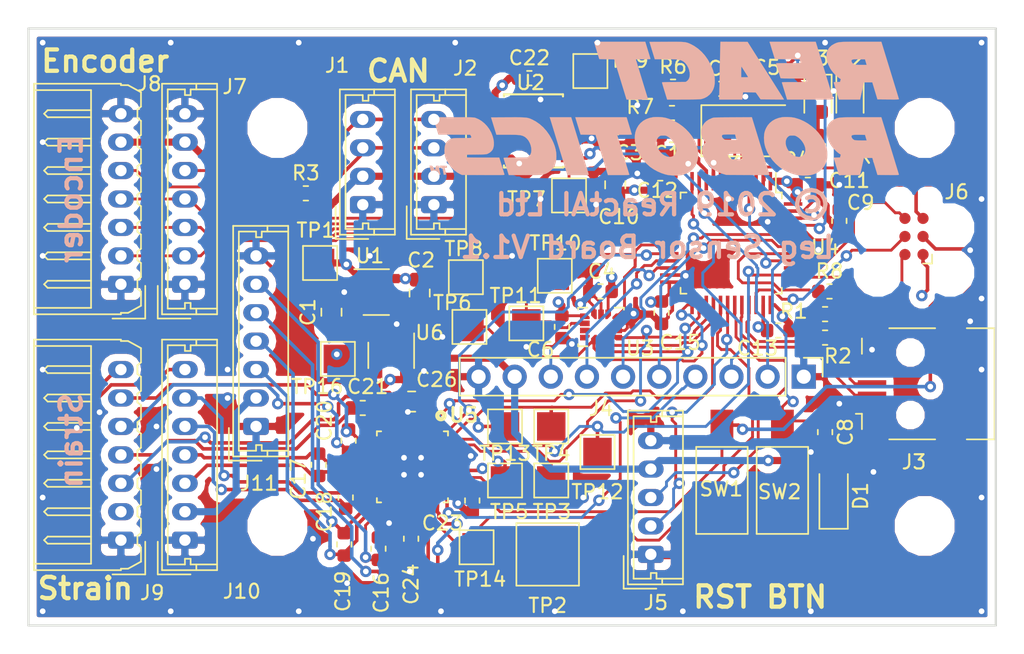
<source format=kicad_pcb>
(kicad_pcb (version 20171130) (host pcbnew 5.0.2-bee76a0~70~ubuntu18.04.1)
  (layers (0 F.Cu signal) (1 In1.Cu power) (2 In2.Cu power) (31 B.Cu signal) (34 B.Paste user hide) (35 F.Paste user hide) (36 B.SilkS user) (37 F.SilkS user) (38 B.Mask user) (39 F.Mask user) (44 Edge.Cuts user))
  (net 0 "")
  (net 1 GND)
  (net 2 +5V)
  (net 3 +3V3)
  (net 4 "Net-(C5-Pad1)")
  (net 5 "Net-(C7-Pad1)")
  (net 6 "Net-(C8-Pad1)")
  (net 7 NRESET)
  (net 8 "Net-(C14-Pad1)")
  (net 9 "Net-(C16-Pad1)")
  (net 10 "Net-(C16-Pad2)")
  (net 11 "Net-(C17-Pad2)")
  (net 12 "Net-(C17-Pad1)")
  (net 13 "Net-(C18-Pad1)")
  (net 14 "Net-(C18-Pad2)")
  (net 15 "Net-(C19-Pad2)")
  (net 16 "Net-(C19-Pad1)")
  (net 17 "Net-(C20-Pad1)")
  (net 18 "Net-(C20-Pad2)")
  (net 19 "Net-(C21-Pad1)")
  (net 20 "Net-(C21-Pad2)")
  (net 21 +3.3VA)
  (net 22 "Net-(C23-Pad1)")
  (net 23 "Net-(C24-Pad2)")
  (net 24 "Net-(C24-Pad1)")
  (net 25 "Net-(D1-Pad2)")
  (net 26 "Net-(D2-Pad2)")
  (net 27 "Net-(D3-Pad2)")
  (net 28 "Net-(J1-Pad4)")
  (net 29 "Net-(J1-Pad3)")
  (net 30 "Net-(J3-Pad2)")
  (net 31 "Net-(J3-Pad3)")
  (net 32 "Net-(J3-Pad4)")
  (net 33 PA1)
  (net 34 PA2)
  (net 35 PB5)
  (net 36 PB6)
  (net 37 PB7)
  (net 38 PB10)
  (net 39 PB11)
  (net 40 UART_TX)
  (net 41 UART_RX)
  (net 42 SWCLK)
  (net 43 SWDIO)
  (net 44 SWO)
  (net 45 NENCODER2)
  (net 46 SPI1_CLK)
  (net 47 SPI1_MISO)
  (net 48 SPI1_MOSI)
  (net 49 SPI1_NSS)
  (net 50 "Net-(J9-Pad7)")
  (net 51 "Net-(J10-Pad7)")
  (net 52 USB_DP)
  (net 53 USB_DM)
  (net 54 "Net-(R4-Pad1)")
  (net 55 "Net-(R5-Pad1)")
  (net 56 SPI2_MISO)
  (net 57 SPI2_MOSI)
  (net 58 SPI2_CLK)
  (net 59 SPI2_NSS)
  (net 60 CanTx)
  (net 61 CanRx)
  (net 62 ACCEL_INT1)
  (net 63 ACCEL_INT2)
  (net 64 SPI2_ADC_CS)
  (net 65 ADC_DRDY)
  (net 66 CLK_8MHZ)
  (net 67 "Net-(U1-Pad4)")
  (net 68 CAN_STB)
  (net 69 "Net-(U3-Pad10)")
  (net 70 "Net-(U3-Pad11)")
  (net 71 "Net-(U6-Pad4)")
  (net 72 /StrainGauge/GPIO)
  (module Capacitor_SMD:C_0805_2012Metric (layer F.Cu) (at 106.9375 86.25 180)
    (fp_text reference C26 (at -1.7625 1.55 180) (layer F.SilkS))
    (fp_text value 1u)
    (pad 1 smd roundrect (at -0.9375 0 180) (size 0.975 1.4) (layers F.Cu F.Paste F.Mask) (net 21 +3.3VA))
    (pad 2 smd roundrect (at 0.9375 0 180) (size 0.975 1.4) (layers F.Cu F.Paste F.Mask) (net 1 GND))
  )
  (module Resistor_SMD:R_0603_1608Metric (layer F.Cu) (at 136.3125 78.5)
    (fp_text reference R8 (at 0 -1.43) (layer F.SilkS))
    (fp_text value 1K5)
    (pad 1 smd roundrect (at -0.7875 0) (size 0.875 0.95) (layers F.Cu F.Paste F.Mask) (net 35 PB5))
    (pad 2 smd roundrect (at 0.7875 0) (size 0.875 0.95) (layers F.Cu F.Paste F.Mask) (net 31 "Net-(J3-Pad3)"))
  )
  (module ReactRoboticsLogo:ReactRoboticsLogo (layer B.Cu) (at 122.8 65.7 180)
    (fp_text reference G1 hide)
    (fp_text value LOGO hide)
  )
  (module Capacitor_SMD:C_0603_1608Metric (layer F.Cu) (at 115.2125 63.5)
    (fp_text reference C22 (at 0 -1.43) (layer F.SilkS))
    (fp_text value 100n)
    (pad 1 smd roundrect (at -0.7875 0) (size 0.875 0.95) (layers F.Cu F.Paste F.Mask) (net 3 +3V3))
    (pad 2 smd roundrect (at 0.7875 0) (size 0.875 0.95) (layers F.Cu F.Paste F.Mask) (net 1 GND))
  )
  (module Connector_Molex:Molex_Micro-Latch_53254-0770_1x07_P2.00mm_Horizontal (layer F.Cu) (at 86.5 96 90)
    (fp_text reference J9 (at -3.7 2.2 180) (layer F.SilkS))
    (fp_text value STRAIN1)
    (pad 1 thru_hole roundrect (at 0 0 90) (size 1.2 1.8) (drill 0.8) (layers *.Cu *.Mask) (roundrect_rratio 0.208333) (net 1 GND))
    (pad 2 thru_hole oval (at 2 0 90) (size 1.2 1.8) (drill 0.8) (layers *.Cu *.Mask) (net 21 +3.3VA))
    (pad 3 thru_hole oval (at 4 0 90) (size 1.2 1.8) (drill 0.8) (layers *.Cu *.Mask) (net 19 "Net-(C21-Pad1)"))
    (pad 4 thru_hole oval (at 6 0 90) (size 1.2 1.8) (drill 0.8) (layers *.Cu *.Mask) (net 20 "Net-(C21-Pad2)"))
    (pad 5 thru_hole oval (at 8 0 90) (size 1.2 1.8) (drill 0.8) (layers *.Cu *.Mask) (net 17 "Net-(C20-Pad1)"))
    (pad 6 thru_hole oval (at 10 0 90) (size 1.2 1.8) (drill 0.8) (layers *.Cu *.Mask) (net 18 "Net-(C20-Pad2)"))
    (pad 7 thru_hole oval (at 12 0 90) (size 1.2 1.8) (drill 0.8) (layers *.Cu *.Mask) (net 50 "Net-(J9-Pad7)"))
  )
  (module MountingHole:MountingHole_3.2mm_M3 (layer F.Cu) (at 143 95)
    (fp_text reference H4 hide)
    (fp_text value MountingHole)
    (pad 1 np_thru_hole circle (at 0 0) (size 3.2 3.2) (drill 3.2) (layers *.Cu *.Mask))
  )
  (module MountingHole:MountingHole_3.2mm_M3 (layer F.Cu) (at 143 67)
    (fp_text reference H3 hide)
    (fp_text value MountingHole)
    (pad 1 np_thru_hole circle (at 0 0) (size 3.2 3.2) (drill 3.2) (layers *.Cu *.Mask))
  )
  (module MountingHole:MountingHole_3.2mm_M3 (layer F.Cu) (at 97.5 67)
    (fp_text reference H2 hide)
    (fp_text value MountingHole)
    (pad 1 np_thru_hole circle (at 0 0) (size 3.2 3.2) (drill 3.2) (layers *.Cu *.Mask))
  )
  (module MountingHole:MountingHole_3.2mm_M3 (layer F.Cu) (at 97.5 95)
    (fp_text reference H1 hide)
    (fp_text value MountingHole)
    (pad 1 np_thru_hole circle (at 0 0) (size 3.2 3.2) (drill 3.2) (layers *.Cu *.Mask))
  )
  (module Connector_Molex:Molex_Micro-Latch_53254-0770_1x07_P2.00mm_Horizontal (layer F.Cu) (at 86.5 78 90)
    (fp_text reference J8 (at 14.1 2 180) (layer F.SilkS))
    (fp_text value Encoder1)
    (pad 7 thru_hole oval (at 12 0 90) (size 1.2 1.8) (drill 0.8) (layers *.Cu *.Mask) (net 1 GND))
    (pad 6 thru_hole oval (at 10 0 90) (size 1.2 1.8) (drill 0.8) (layers *.Cu *.Mask) (net 2 +5V))
    (pad 5 thru_hole oval (at 8 0 90) (size 1.2 1.8) (drill 0.8) (layers *.Cu *.Mask) (net 49 SPI1_NSS))
    (pad 4 thru_hole oval (at 6 0 90) (size 1.2 1.8) (drill 0.8) (layers *.Cu *.Mask) (net 46 SPI1_CLK))
    (pad 3 thru_hole oval (at 4 0 90) (size 1.2 1.8) (drill 0.8) (layers *.Cu *.Mask) (net 47 SPI1_MISO))
    (pad 2 thru_hole oval (at 2 0 90) (size 1.2 1.8) (drill 0.8) (layers *.Cu *.Mask) (net 48 SPI1_MOSI))
    (pad 1 thru_hole roundrect (at 0 0 90) (size 1.2 1.8) (drill 0.8) (layers *.Cu *.Mask) (roundrect_rratio 0.208333) (net 1 GND))
  )
  (module MAX11254ATJ_T:QFN50P500X500X80-33N (layer F.Cu) (at 106.992876 90.843841 270)
    (fp_text reference U5 (at -3.643841 -3.607124) (layer F.SilkS) (effects (font (thickness 0.2))))
    (fp_text value MAX11254ATJ+T hide)
    (pad 1 smd rect (at -2.435 -1.75 270) (size 0.84 0.27) (layers F.Cu F.Paste F.Mask) (net 65 ADC_DRDY))
    (pad 2 smd rect (at -2.435 -1.25 270) (size 0.84 0.27) (layers F.Cu F.Paste F.Mask) (net 58 SPI2_CLK))
    (pad 3 smd rect (at -2.435 -0.75 270) (size 0.84 0.27) (layers F.Cu F.Paste F.Mask) (net 21 +3.3VA))
    (pad 4 smd rect (at -2.435 -0.25 270) (size 0.84 0.27) (layers F.Cu F.Paste F.Mask) (net 1 GND))
    (pad 5 smd rect (at -2.435 0.25 270) (size 0.84 0.27) (layers F.Cu F.Paste F.Mask) (net 21 +3.3VA))
    (pad 6 smd rect (at -2.435 0.75 270) (size 0.84 0.27) (layers F.Cu F.Paste F.Mask) (net 1 GND))
    (pad 7 smd rect (at -2.435 1.25 270) (size 0.84 0.27) (layers F.Cu F.Paste F.Mask) (net 19 "Net-(C21-Pad1)"))
    (pad 8 smd rect (at -2.435 1.75 270) (size 0.84 0.27) (layers F.Cu F.Paste F.Mask) (net 20 "Net-(C21-Pad2)"))
    (pad 9 smd rect (at -1.75 2.435) (size 0.84 0.27) (layers F.Cu F.Paste F.Mask) (net 18 "Net-(C20-Pad2)"))
    (pad 10 smd rect (at -1.25 2.435) (size 0.84 0.27) (layers F.Cu F.Paste F.Mask) (net 17 "Net-(C20-Pad1)"))
    (pad 11 smd rect (at -0.75 2.435) (size 0.84 0.27) (layers F.Cu F.Paste F.Mask) (net 11 "Net-(C17-Pad2)"))
    (pad 12 smd rect (at -0.25 2.435) (size 0.84 0.27) (layers F.Cu F.Paste F.Mask) (net 12 "Net-(C17-Pad1)"))
    (pad 13 smd rect (at 0.25 2.435) (size 0.84 0.27) (layers F.Cu F.Paste F.Mask) (net 14 "Net-(C18-Pad2)"))
    (pad 14 smd rect (at 0.75 2.435) (size 0.84 0.27) (layers F.Cu F.Paste F.Mask) (net 13 "Net-(C18-Pad1)"))
    (pad 15 smd rect (at 1.25 2.435) (size 0.84 0.27) (layers F.Cu F.Paste F.Mask) (net 15 "Net-(C19-Pad2)"))
    (pad 16 smd rect (at 1.75 2.435) (size 0.84 0.27) (layers F.Cu F.Paste F.Mask) (net 16 "Net-(C19-Pad1)"))
    (pad 17 smd rect (at 2.435 1.75 90) (size 0.84 0.27) (layers F.Cu F.Paste F.Mask) (net 10 "Net-(C16-Pad2)"))
    (pad 18 smd rect (at 2.435 1.25 90) (size 0.84 0.27) (layers F.Cu F.Paste F.Mask) (net 9 "Net-(C16-Pad1)"))
    (pad 19 smd rect (at 2.435 0.75 90) (size 0.84 0.27) (layers F.Cu F.Paste F.Mask) (net 24 "Net-(C24-Pad1)"))
    (pad 20 smd rect (at 2.435 0.25 90) (size 0.84 0.27) (layers F.Cu F.Paste F.Mask) (net 23 "Net-(C24-Pad2)"))
    (pad 21 smd rect (at 2.435 -0.25 90) (size 0.84 0.27) (layers F.Cu F.Paste F.Mask) (net 1 GND))
    (pad 22 smd rect (at 2.435 -0.75 90) (size 0.84 0.27) (layers F.Cu F.Paste F.Mask) (net 51 "Net-(J10-Pad7)"))
    (pad 23 smd rect (at 2.435 -1.25 90) (size 0.84 0.27) (layers F.Cu F.Paste F.Mask) (net 66 CLK_8MHZ))
    (pad 24 smd rect (at 2.435 -1.75 90) (size 0.84 0.27) (layers F.Cu F.Paste F.Mask) (net 50 "Net-(J9-Pad7)"))
    (pad 25 smd rect (at 1.75 -2.435 180) (size 0.84 0.27) (layers F.Cu F.Paste F.Mask) (net 72 /StrainGauge/GPIO))
    (pad 26 smd rect (at 1.25 -2.435 180) (size 0.84 0.27) (layers F.Cu F.Paste F.Mask) (net 22 "Net-(C23-Pad1)"))
    (pad 27 smd rect (at 0.75 -2.435 180) (size 0.84 0.27) (layers F.Cu F.Paste F.Mask) (net 7 NRESET))
    (pad 28 smd rect (at 0.25 -2.435 180) (size 0.84 0.27) (layers F.Cu F.Paste F.Mask) (net 3 +3V3))
    (pad 29 smd rect (at -0.25 -2.435 180) (size 0.84 0.27) (layers F.Cu F.Paste F.Mask) (net 1 GND))
    (pad 30 smd rect (at -0.75 -2.435 180) (size 0.84 0.27) (layers F.Cu F.Paste F.Mask) (net 56 SPI2_MISO))
    (pad 31 smd rect (at -1.25 -2.435 180) (size 0.84 0.27) (layers F.Cu F.Paste F.Mask) (net 64 SPI2_ADC_CS))
    (pad 32 smd rect (at -1.75 -2.435 180) (size 0.84 0.27) (layers F.Cu F.Paste F.Mask) (net 57 SPI2_MOSI))
    (pad 33 smd rect (at 0 0 270) (size 2.1 2.1) (layers F.Cu F.Paste F.Mask) (net 1 GND))
  )
  (module Capacitor_SMD:C_0805_2012Metric (layer F.Cu) (at 101.3 79.9625 90)
    (fp_text reference C1 (at 0 -1.65 90) (layer F.SilkS))
    (fp_text value 1u)
    (pad 2 smd roundrect (at 0.9375 0 90) (size 0.975 1.4) (layers F.Cu F.Paste F.Mask) (net 1 GND))
    (pad 1 smd roundrect (at -0.9375 0 90) (size 0.975 1.4) (layers F.Cu F.Paste F.Mask) (net 2 +5V))
  )
  (module Capacitor_SMD:C_0805_2012Metric (layer F.Cu) (at 107.5 78.6125 270)
    (fp_text reference C2 (at -2.3125 -0.1) (layer F.SilkS))
    (fp_text value 1u)
    (pad 1 smd roundrect (at -0.9375 0 270) (size 0.975 1.4) (layers F.Cu F.Paste F.Mask) (net 3 +3V3))
    (pad 2 smd roundrect (at 0.9375 0 270) (size 0.975 1.4) (layers F.Cu F.Paste F.Mask) (net 1 GND))
  )
  (module Capacitor_SMD:C_0805_2012Metric (layer F.Cu) (at 120.75 67.21 270)
    (fp_text reference C3 (at 1.54 -1.5) (layer F.SilkS))
    (fp_text value 1u)
    (pad 1 smd roundrect (at -0.9375 0 270) (size 0.975 1.4) (layers F.Cu F.Paste F.Mask) (net 2 +5V))
    (pad 2 smd roundrect (at 0.9375 0 270) (size 0.975 1.4) (layers F.Cu F.Paste F.Mask) (net 1 GND))
  )
  (module Capacitor_SMD:C_0603_1608Metric (layer F.Cu) (at 120.2125 78.5 180)
    (fp_text reference C4 (at -0.0875 1.4 180) (layer F.SilkS))
    (fp_text value 100n)
    (pad 1 smd roundrect (at -0.7875 0 180) (size 0.875 0.95) (layers F.Cu F.Paste F.Mask) (net 3 +3V3))
    (pad 2 smd roundrect (at 0.7875 0 180) (size 0.875 0.95) (layers F.Cu F.Paste F.Mask) (net 1 GND))
  )
  (module Capacitor_SMD:C_0603_1608Metric (layer F.Cu) (at 132 64.25 180)
    (fp_text reference C5 (at 0.1125 1.5 180) (layer F.SilkS))
    (fp_text value 15p)
    (pad 2 smd roundrect (at 0.7875 0 180) (size 0.875 0.95) (layers F.Cu F.Paste F.Mask) (net 1 GND))
    (pad 1 smd roundrect (at -0.7875 0 180) (size 0.875 0.95) (layers F.Cu F.Paste F.Mask) (net 4 "Net-(C5-Pad1)"))
  )
  (module Capacitor_SMD:C_0603_1608Metric (layer F.Cu) (at 117.5 81 270)
    (fp_text reference C6 (at 1.6 1.5) (layer F.SilkS))
    (fp_text value 100n)
    (pad 1 smd roundrect (at -0.7875 0 270) (size 0.875 0.95) (layers F.Cu F.Paste F.Mask) (net 3 +3V3))
    (pad 2 smd roundrect (at 0.7875 0 270) (size 0.875 0.95) (layers F.Cu F.Paste F.Mask) (net 1 GND))
  )
  (module Capacitor_SMD:C_0603_1608Metric (layer F.Cu) (at 128.7125 64.25)
    (fp_text reference C7 (at 0 -1.43) (layer F.SilkS))
    (fp_text value 15p)
    (pad 2 smd roundrect (at 0.7875 0) (size 0.875 0.95) (layers F.Cu F.Paste F.Mask) (net 1 GND))
    (pad 1 smd roundrect (at -0.7875 0) (size 0.875 0.95) (layers F.Cu F.Paste F.Mask) (net 5 "Net-(C7-Pad1)"))
  )
  (module Capacitor_SMD:C_0603_1608Metric (layer F.Cu) (at 136 88.4 270)
    (fp_text reference C8 (at 0 -1.43 270) (layer F.SilkS))
    (fp_text value 100n)
    (pad 1 smd roundrect (at -0.7875 0 270) (size 0.875 0.95) (layers F.Cu F.Paste F.Mask) (net 6 "Net-(C8-Pad1)"))
    (pad 2 smd roundrect (at 0.7875 0 270) (size 0.875 0.95) (layers F.Cu F.Paste F.Mask) (net 1 GND))
  )
  (module Capacitor_SMD:C_0603_1608Metric (layer F.Cu) (at 137 73.5375 270)
    (fp_text reference C9 (at -1.2875 -1.5) (layer F.SilkS))
    (fp_text value 100n)
    (pad 1 smd roundrect (at -0.7875 0 270) (size 0.875 0.95) (layers F.Cu F.Paste F.Mask) (net 7 NRESET))
    (pad 2 smd roundrect (at 0.7875 0 270) (size 0.875 0.95) (layers F.Cu F.Paste F.Mask) (net 1 GND))
  )
  (module Capacitor_SMD:C_0805_2012Metric (layer F.Cu) (at 121.25 71 90)
    (fp_text reference C10 (at -2.25 0.25 180) (layer F.SilkS))
    (fp_text value 4u7)
    (pad 1 smd roundrect (at -0.9375 0 90) (size 0.975 1.4) (layers F.Cu F.Paste F.Mask) (net 3 +3V3))
    (pad 2 smd roundrect (at 0.9375 0 90) (size 0.975 1.4) (layers F.Cu F.Paste F.Mask) (net 1 GND))
  )
  (module Capacitor_SMD:C_0603_1608Metric (layer F.Cu) (at 134.7875 71)
    (fp_text reference C11 (at 2.9125 -0.3) (layer F.SilkS))
    (fp_text value 100n)
    (pad 1 smd roundrect (at -0.7875 0) (size 0.875 0.95) (layers F.Cu F.Paste F.Mask) (net 3 +3V3))
    (pad 2 smd roundrect (at 0.7875 0) (size 0.875 0.95) (layers F.Cu F.Paste F.Mask) (net 1 GND))
  )
  (module Capacitor_SMD:C_0603_1608Metric (layer F.Cu) (at 124.4125 70.2 180)
    (fp_text reference C12 (at 0.2125 -1.2 180) (layer F.SilkS))
    (fp_text value 100n)
    (pad 2 smd roundrect (at 0.7875 0 180) (size 0.875 0.95) (layers F.Cu F.Paste F.Mask) (net 1 GND))
    (pad 1 smd roundrect (at -0.7875 0 180) (size 0.875 0.95) (layers F.Cu F.Paste F.Mask) (net 3 +3V3))
  )
  (module Capacitor_SMD:C_0603_1608Metric (layer F.Cu) (at 132.7125 81.25 180)
    (fp_text reference C13 (at 1.4625 -1.25) (layer F.SilkS))
    (fp_text value 100n)
    (pad 2 smd roundrect (at 0.7875 0 180) (size 0.875 0.95) (layers F.Cu F.Paste F.Mask) (net 1 GND))
    (pad 1 smd roundrect (at -0.7875 0 180) (size 0.875 0.95) (layers F.Cu F.Paste F.Mask) (net 3 +3V3))
  )
  (module Capacitor_SMD:C_0603_1608Metric (layer F.Cu) (at 125.2375 67.5 180)
    (fp_text reference C14 (at -0.1625 -1.3 180) (layer F.SilkS))
    (fp_text value 100n)
    (pad 2 smd roundrect (at 0.7875 0 180) (size 0.875 0.95) (layers F.Cu F.Paste F.Mask) (net 1 GND))
    (pad 1 smd roundrect (at -0.7875 0 180) (size 0.875 0.95) (layers F.Cu F.Paste F.Mask) (net 8 "Net-(C14-Pad1)"))
  )
  (module Capacitor_SMD:C_0603_1608Metric (layer F.Cu) (at 124.5 80 270)
    (fp_text reference C15 (at 2.1 -1.3) (layer F.SilkS))
    (fp_text value 100n)
    (pad 2 smd roundrect (at 0.7875 0 270) (size 0.875 0.95) (layers F.Cu F.Paste F.Mask) (net 1 GND))
    (pad 1 smd roundrect (at -0.7875 0 270) (size 0.875 0.95) (layers F.Cu F.Paste F.Mask) (net 3 +3V3))
  )
  (module Capacitor_SMD:C_0603_1608Metric (layer F.Cu) (at 104.6 96.6 270)
    (fp_text reference C16 (at 3.1 -0.2 270) (layer F.SilkS))
    (fp_text value 1n)
    (pad 1 smd roundrect (at -0.7875 0 270) (size 0.875 0.95) (layers F.Cu F.Paste F.Mask) (net 9 "Net-(C16-Pad1)"))
    (pad 2 smd roundrect (at 0.7875 0 270) (size 0.875 0.95) (layers F.Cu F.Paste F.Mask) (net 10 "Net-(C16-Pad2)"))
  )
  (module Capacitor_SMD:C_0603_1608Metric (layer F.Cu) (at 100.4 90.7 90)
    (fp_text reference C17 (at -1 -1.43 90) (layer F.SilkS))
    (fp_text value 1n)
    (pad 2 smd roundrect (at 0.7875 0 90) (size 0.875 0.95) (layers F.Cu F.Paste F.Mask) (net 11 "Net-(C17-Pad2)"))
    (pad 1 smd roundrect (at -0.7875 0 90) (size 0.875 0.95) (layers F.Cu F.Paste F.Mask) (net 12 "Net-(C17-Pad1)"))
  )
  (module Capacitor_SMD:C_0603_1608Metric (layer F.Cu) (at 102.3 93 90)
    (fp_text reference C18 (at -1 -1.5 90) (layer F.SilkS))
    (fp_text value 1n)
    (pad 1 smd roundrect (at -0.7875 0 90) (size 0.875 0.95) (layers F.Cu F.Paste F.Mask) (net 13 "Net-(C18-Pad1)"))
    (pad 2 smd roundrect (at 0.7875 0 90) (size 0.875 0.95) (layers F.Cu F.Paste F.Mask) (net 14 "Net-(C18-Pad2)"))
  )
  (module Capacitor_SMD:C_0603_1608Metric (layer F.Cu) (at 102.2 96.3 90)
    (fp_text reference C19 (at -3.3 -0.1 90) (layer F.SilkS))
    (fp_text value 1n)
    (pad 2 smd roundrect (at 0.7875 0 90) (size 0.875 0.95) (layers F.Cu F.Paste F.Mask) (net 15 "Net-(C19-Pad2)"))
    (pad 1 smd roundrect (at -0.7875 0 90) (size 0.875 0.95) (layers F.Cu F.Paste F.Mask) (net 16 "Net-(C19-Pad1)"))
  )
  (module Capacitor_SMD:C_0603_1608Metric (layer F.Cu) (at 102.5 89 90)
    (fp_text reference C20 (at 1.4 -1.7 90) (layer F.SilkS))
    (fp_text value 1n)
    (pad 1 smd roundrect (at -0.7875 0 90) (size 0.875 0.95) (layers F.Cu F.Paste F.Mask) (net 17 "Net-(C20-Pad1)"))
    (pad 2 smd roundrect (at 0.7875 0 90) (size 0.875 0.95) (layers F.Cu F.Paste F.Mask) (net 18 "Net-(C20-Pad2)"))
  )
  (module Capacitor_SMD:C_0603_1608Metric (layer F.Cu) (at 103.5 86.7 180)
    (fp_text reference C21 (at -0.35 1.5 180) (layer F.SilkS))
    (fp_text value 1n)
    (pad 1 smd roundrect (at -0.7875 0 180) (size 0.875 0.95) (layers F.Cu F.Paste F.Mask) (net 19 "Net-(C21-Pad1)"))
    (pad 2 smd roundrect (at 0.7875 0 180) (size 0.875 0.95) (layers F.Cu F.Paste F.Mask) (net 20 "Net-(C21-Pad2)"))
  )
  (module Capacitor_SMD:C_0603_1608Metric (layer F.Cu) (at 111.2 93.2125 270)
    (fp_text reference C23 (at 1.5875 2.1) (layer F.SilkS))
    (fp_text value 220n)
    (pad 1 smd roundrect (at -0.7875 0 270) (size 0.875 0.95) (layers F.Cu F.Paste F.Mask) (net 22 "Net-(C23-Pad1)"))
    (pad 2 smd roundrect (at 0.7875 0 270) (size 0.875 0.95) (layers F.Cu F.Paste F.Mask) (net 1 GND))
  )
  (module Capacitor_SMD:C_0603_1608Metric (layer F.Cu) (at 106.9 95.9 90)
    (fp_text reference C24 (at -3.2 0 90) (layer F.SilkS))
    (fp_text value "1n C0G")
    (pad 2 smd roundrect (at 0.7875 0 90) (size 0.875 0.95) (layers F.Cu F.Paste F.Mask) (net 23 "Net-(C24-Pad2)"))
    (pad 1 smd roundrect (at -0.7875 0 90) (size 0.875 0.95) (layers F.Cu F.Paste F.Mask) (net 24 "Net-(C24-Pad1)"))
  )
  (module Diode_SMD:D_SOD-123F (layer F.Cu) (at 136.6 93 90)
    (fp_text reference D1 (at 0.1 1.9 90) (layer F.SilkS))
    (fp_text value DB2W60400L)
    (pad 1 smd rect (at -1.4 0 90) (size 1.1 1.1) (layers F.Cu F.Paste F.Mask) (net 2 +5V))
    (pad 2 smd rect (at 1.4 0 90) (size 1.1 1.1) (layers F.Cu F.Paste F.Mask) (net 25 "Net-(D1-Pad2)"))
  )
  (module LED_SMD:LED_0805_2012Metric (layer F.Cu) (at 137.75 64.9375 270)
    (fp_text reference D2 (at -2.7375 -0.007063) (layer F.SilkS))
    (fp_text value "LED GREEN")
    (pad 1 smd roundrect (at -0.9375 0 270) (size 0.975 1.4) (layers F.Cu F.Paste F.Mask) (net 1 GND))
    (pad 2 smd roundrect (at 0.9375 0 270) (size 0.975 1.4) (layers F.Cu F.Paste F.Mask) (net 26 "Net-(D2-Pad2)"))
  )
  (module LED_SMD:LED_0805_2012Metric (layer F.Cu) (at 135.5 64.9375 270)
    (fp_text reference D3 (at -2.8375 0.2) (layer F.SilkS))
    (fp_text value "LED RED")
    (pad 2 smd roundrect (at 0.9375 0 270) (size 0.975 1.4) (layers F.Cu F.Paste F.Mask) (net 27 "Net-(D3-Pad2)"))
    (pad 1 smd roundrect (at -0.9375 0 270) (size 0.975 1.4) (layers F.Cu F.Paste F.Mask) (net 1 GND))
  )
  (module Connector_Molex:Molex_Micro-Latch_53253-0470_1x04_P2.00mm_Vertical (layer F.Cu) (at 103.5 72.4 90)
    (fp_text reference J1 (at 9.8 -1.8 180) (layer F.SilkS))
    (fp_text value CanIO)
    (pad 4 thru_hole oval (at 6 0 90) (size 1.2 1.8) (drill 0.8) (layers *.Cu *.Mask) (net 28 "Net-(J1-Pad4)"))
    (pad 3 thru_hole oval (at 4 0 90) (size 1.2 1.8) (drill 0.8) (layers *.Cu *.Mask) (net 29 "Net-(J1-Pad3)"))
    (pad 2 thru_hole oval (at 2 0 90) (size 1.2 1.8) (drill 0.8) (layers *.Cu *.Mask) (net 2 +5V))
    (pad 1 thru_hole roundrect (at 0 0 90) (size 1.2 1.8) (drill 0.8) (layers *.Cu *.Mask) (roundrect_rratio 0.208333) (net 1 GND))
  )
  (module Connector_Molex:Molex_Micro-Latch_53253-0470_1x04_P2.00mm_Vertical (layer F.Cu) (at 108.5 72.4 90)
    (fp_text reference J2 (at 9.6 2.2 180) (layer F.SilkS))
    (fp_text value CanIO)
    (pad 1 thru_hole roundrect (at 0 0 90) (size 1.2 1.8) (drill 0.8) (layers *.Cu *.Mask) (roundrect_rratio 0.208333) (net 1 GND))
    (pad 2 thru_hole oval (at 2 0 90) (size 1.2 1.8) (drill 0.8) (layers *.Cu *.Mask) (net 2 +5V))
    (pad 3 thru_hole oval (at 4 0 90) (size 1.2 1.8) (drill 0.8) (layers *.Cu *.Mask) (net 29 "Net-(J1-Pad3)"))
    (pad 4 thru_hole oval (at 6 0 90) (size 1.2 1.8) (drill 0.8) (layers *.Cu *.Mask) (net 28 "Net-(J1-Pad4)"))
  )
  (module Connector_USB:USB_Mini-B_Lumberg_2486_01_Horizontal (layer F.Cu) (at 142 85 90)
    (fp_text reference J3 (at -5.5 0.25 180) (layer F.SilkS))
    (fp_text value USB_B_Micro)
    (pad 1 smd rect (at -1.6 -2.7 90) (size 0.5 2) (layers F.Cu F.Paste F.Mask) (net 25 "Net-(D1-Pad2)"))
    (pad 2 smd rect (at -0.8 -2.7 90) (size 0.5 2) (layers F.Cu F.Paste F.Mask) (net 30 "Net-(J3-Pad2)"))
    (pad 3 smd rect (at 0 -2.7 90) (size 0.5 2) (layers F.Cu F.Paste F.Mask) (net 31 "Net-(J3-Pad3)"))
    (pad 4 smd rect (at 0.8 -2.7 90) (size 0.5 2) (layers F.Cu F.Paste F.Mask) (net 32 "Net-(J3-Pad4)"))
    (pad 5 smd rect (at 1.6 -2.7 90) (size 0.5 2) (layers F.Cu F.Paste F.Mask) (net 1 GND))
    (pad 6 smd rect (at -4.45 -2.6 90) (size 2 1.7) (layers F.Cu F.Paste F.Mask) (net 1 GND))
    (pad 6 smd rect (at -4.45 2.85 90) (size 2 1.7) (layers F.Cu F.Paste F.Mask) (net 1 GND))
    (pad 6 smd rect (at 4.45 -2.6 90) (size 2 1.7) (layers F.Cu F.Paste F.Mask) (net 1 GND))
    (pad 6 smd rect (at 4.45 2.85 90) (size 2 1.7) (layers F.Cu F.Paste F.Mask) (net 1 GND))
    (pad "" np_thru_hole circle (at -2.2 0 90) (size 1 1) (drill 1) (layers *.Cu *.Mask))
    (pad "" np_thru_hole circle (at 2.2 0 90) (size 1 1) (drill 1) (layers *.Cu *.Mask))
  )
  (module Connector_PinHeader_2.54mm:PinHeader_1x10_P2.54mm_Vertical (layer F.Cu) (at 134.5 84.5 270)
    (fp_text reference J4 (at 2.25 14.25) (layer F.SilkS))
    (fp_text value GeneralIO)
    (pad 1 thru_hole rect (at 0 0 270) (size 1.7 1.7) (drill 1) (layers *.Cu *.Mask) (net 1 GND))
    (pad 2 thru_hole oval (at 0 2.54 270) (size 1.7 1.7) (drill 1) (layers *.Cu *.Mask) (net 33 PA1))
    (pad 3 thru_hole oval (at 0 5.08 270) (size 1.7 1.7) (drill 1) (layers *.Cu *.Mask) (net 34 PA2))
    (pad 4 thru_hole oval (at 0 7.62 270) (size 1.7 1.7) (drill 1) (layers *.Cu *.Mask) (net 72 /StrainGauge/GPIO))
    (pad 5 thru_hole oval (at 0 10.16 270) (size 1.7 1.7) (drill 1) (layers *.Cu *.Mask) (net 36 PB6))
    (pad 6 thru_hole oval (at 0 12.7 270) (size 1.7 1.7) (drill 1) (layers *.Cu *.Mask) (net 37 PB7))
    (pad 7 thru_hole oval (at 0 15.24 270) (size 1.7 1.7) (drill 1) (layers *.Cu *.Mask) (net 38 PB10))
    (pad 8 thru_hole oval (at 0 17.78 270) (size 1.7 1.7) (drill 1) (layers *.Cu *.Mask) (net 39 PB11))
    (pad 9 thru_hole oval (at 0 20.32 270) (size 1.7 1.7) (drill 1) (layers *.Cu *.Mask) (net 2 +5V))
    (pad 10 thru_hole oval (at 0 22.86 270) (size 1.7 1.7) (drill 1) (layers *.Cu *.Mask) (net 1 GND))
  )
  (module Connector_Molex:Molex_Micro-Latch_53253-0570_1x05_P2.00mm_Vertical (layer F.Cu) (at 123.75 97 90)
    (fp_text reference J5 (at -3.4 0.35 180) (layer F.SilkS))
    (fp_text value UART)
    (pad 1 thru_hole roundrect (at 0 0 90) (size 1.2 1.8) (drill 0.8) (layers *.Cu *.Mask) (roundrect_rratio 0.208333) (net 1 GND))
    (pad 2 thru_hole oval (at 2 0 90) (size 1.2 1.8) (drill 0.8) (layers *.Cu *.Mask) (net 40 UART_TX))
    (pad 3 thru_hole oval (at 4 0 90) (size 1.2 1.8) (drill 0.8) (layers *.Cu *.Mask) (net 41 UART_RX))
    (pad 4 thru_hole oval (at 6 0 90) (size 1.2 1.8) (drill 0.8) (layers *.Cu *.Mask) (net 2 +5V))
    (pad 5 thru_hole oval (at 8 0 90) (size 1.2 1.8) (drill 0.8) (layers *.Cu *.Mask) (net 1 GND))
  )
  (module Connector:Tag-Connect_TC2030-IDC-FP_2x03_P1.27mm_Vertical (layer F.Cu) (at 142.25 74.635 90)
    (fp_text reference J6 (at 3.135 3 180) (layer F.SilkS))
    (fp_text value TC2030-MCP-NL)
    (pad "" np_thru_hole circle (at -2.54 2.54 90) (size 2.3749 2.3749) (drill 2.3749) (layers *.Cu *.Mask))
    (pad "" np_thru_hole circle (at -2.54 -2.54 90) (size 2.3749 2.3749) (drill 2.3749) (layers *.Cu *.Mask))
    (pad "" np_thru_hole circle (at 0.635 -2.54 90) (size 2.3749 2.3749) (drill 2.3749) (layers *.Cu *.Mask))
    (pad "" np_thru_hole circle (at 0.635 2.54 90) (size 2.3749 2.3749) (drill 2.3749) (layers *.Cu *.Mask))
    (pad "" np_thru_hole circle (at 2.54 -1.016 90) (size 0.9906 0.9906) (drill 0.9906) (layers *.Cu *.Mask))
    (pad "" np_thru_hole circle (at 2.54 1.016 90) (size 0.9906 0.9906) (drill 0.9906) (layers *.Cu *.Mask))
    (pad "" np_thru_hole circle (at -2.54 0 90) (size 0.9906 0.9906) (drill 0.9906) (layers *.Cu *.Mask))
    (pad 1 connect circle (at -1.27 0.635 90) (size 0.7874 0.7874) (layers F.Cu F.Mask) (net 3 +3V3))
    (pad 2 connect circle (at -1.27 -0.635 90) (size 0.7874 0.7874) (layers F.Cu F.Mask) (net 42 SWCLK))
    (pad 3 connect circle (at 0 0.635 90) (size 0.7874 0.7874) (layers F.Cu F.Mask) (net 1 GND))
    (pad 4 connect circle (at 0 -0.635 90) (size 0.7874 0.7874) (layers F.Cu F.Mask) (net 43 SWDIO))
    (pad 5 connect circle (at 1.27 0.635 90) (size 0.7874 0.7874) (layers F.Cu F.Mask) (net 7 NRESET))
    (pad 6 connect circle (at 1.27 -0.635 90) (size 0.7874 0.7874) (layers F.Cu F.Mask) (net 44 SWO))
  )
  (module Connector_Molex:Molex_Micro-Latch_53253-0770_1x07_P2.00mm_Vertical (layer F.Cu) (at 91 78 90)
    (fp_text reference J7 (at 13.9 3.5 180) (layer F.SilkS))
    (fp_text value Encoder2)
    (pad 1 thru_hole roundrect (at 0 0 90) (size 1.2 1.8) (drill 0.8) (layers *.Cu *.Mask) (roundrect_rratio 0.208333) (net 1 GND))
    (pad 2 thru_hole oval (at 2 0 90) (size 1.2 1.8) (drill 0.8) (layers *.Cu *.Mask) (net 48 SPI1_MOSI))
    (pad 3 thru_hole oval (at 4 0 90) (size 1.2 1.8) (drill 0.8) (layers *.Cu *.Mask) (net 47 SPI1_MISO))
    (pad 4 thru_hole oval (at 6 0 90) (size 1.2 1.8) (drill 0.8) (layers *.Cu *.Mask) (net 46 SPI1_CLK))
    (pad 5 thru_hole oval (at 8 0 90) (size 1.2 1.8) (drill 0.8) (layers *.Cu *.Mask) (net 45 NENCODER2))
    (pad 6 thru_hole oval (at 10 0 90) (size 1.2 1.8) (drill 0.8) (layers *.Cu *.Mask) (net 2 +5V))
    (pad 7 thru_hole oval (at 12 0 90) (size 1.2 1.8) (drill 0.8) (layers *.Cu *.Mask) (net 1 GND))
  )
  (module Connector_Molex:Molex_Micro-Latch_53253-0770_1x07_P2.00mm_Vertical (layer F.Cu) (at 91 96 90)
    (fp_text reference J10 (at -3.6 4 180) (layer F.SilkS))
    (fp_text value STRAIN2)
    (pad 7 thru_hole oval (at 12 0 90) (size 1.2 1.8) (drill 0.8) (layers *.Cu *.Mask) (net 51 "Net-(J10-Pad7)"))
    (pad 6 thru_hole oval (at 10 0 90) (size 1.2 1.8) (drill 0.8) (layers *.Cu *.Mask) (net 14 "Net-(C18-Pad2)"))
    (pad 5 thru_hole oval (at 8 0 90) (size 1.2 1.8) (drill 0.8) (layers *.Cu *.Mask) (net 13 "Net-(C18-Pad1)"))
    (pad 4 thru_hole oval (at 6 0 90) (size 1.2 1.8) (drill 0.8) (layers *.Cu *.Mask) (net 11 "Net-(C17-Pad2)"))
    (pad 3 thru_hole oval (at 4 0 90) (size 1.2 1.8) (drill 0.8) (layers *.Cu *.Mask) (net 12 "Net-(C17-Pad1)"))
    (pad 2 thru_hole oval (at 2 0 90) (size 1.2 1.8) (drill 0.8) (layers *.Cu *.Mask) (net 21 +3.3VA))
    (pad 1 thru_hole roundrect (at 0 0 90) (size 1.2 1.8) (drill 0.8) (layers *.Cu *.Mask) (roundrect_rratio 0.208333) (net 1 GND))
  )
  (module Connector_Molex:Molex_Micro-Latch_53253-0770_1x07_P2.00mm_Vertical (layer F.Cu) (at 96 88 90)
    (fp_text reference J11 (at -4 0.2 180) (layer F.SilkS))
    (fp_text value STRAIN3)
    (pad 7 thru_hole oval (at 12 0 90) (size 1.2 1.8) (drill 0.8) (layers *.Cu *.Mask) (net 1 GND))
    (pad 6 thru_hole oval (at 10 0 90) (size 1.2 1.8) (drill 0.8) (layers *.Cu *.Mask) (net 10 "Net-(C16-Pad2)"))
    (pad 5 thru_hole oval (at 8 0 90) (size 1.2 1.8) (drill 0.8) (layers *.Cu *.Mask) (net 9 "Net-(C16-Pad1)"))
    (pad 4 thru_hole oval (at 6 0 90) (size 1.2 1.8) (drill 0.8) (layers *.Cu *.Mask) (net 15 "Net-(C19-Pad2)"))
    (pad 3 thru_hole oval (at 4 0 90) (size 1.2 1.8) (drill 0.8) (layers *.Cu *.Mask) (net 16 "Net-(C19-Pad1)"))
    (pad 2 thru_hole oval (at 2 0 90) (size 1.2 1.8) (drill 0.8) (layers *.Cu *.Mask) (net 21 +3.3VA))
    (pad 1 thru_hole roundrect (at 0 0 90) (size 1.2 1.8) (drill 0.8) (layers *.Cu *.Mask) (roundrect_rratio 0.208333) (net 1 GND))
  )
  (module Resistor_SMD:R_0603_1608Metric (layer F.Cu) (at 136 80.1 180)
    (fp_text reference R1 (at 2.2 0.2 180) (layer F.SilkS))
    (fp_text value 22R)
    (pad 1 smd roundrect (at -0.7875 0 180) (size 0.875 0.95) (layers F.Cu F.Paste F.Mask) (net 31 "Net-(J3-Pad3)"))
    (pad 2 smd roundrect (at 0.7875 0 180) (size 0.875 0.95) (layers F.Cu F.Paste F.Mask) (net 52 USB_DP))
  )
  (module Resistor_SMD:R_0603_1608Metric (layer F.Cu) (at 136 81.75 180)
    (fp_text reference R2 (at -0.9 -1.3 180) (layer F.SilkS))
    (fp_text value 22R)
    (pad 2 smd roundrect (at 0.7875 0 180) (size 0.875 0.95) (layers F.Cu F.Paste F.Mask) (net 53 USB_DM))
    (pad 1 smd roundrect (at -0.7875 0 180) (size 0.875 0.95) (layers F.Cu F.Paste F.Mask) (net 30 "Net-(J3-Pad2)"))
  )
  (module Resistor_SMD:R_0603_1608Metric (layer F.Cu) (at 99.5 71.6)
    (fp_text reference R3 (at 0 -1.43) (layer F.SilkS))
    (fp_text value 120R)
    (pad 1 smd roundrect (at -0.7875 0) (size 0.875 0.95) (layers F.Cu F.Paste F.Mask) (net 28 "Net-(J1-Pad4)"))
    (pad 2 smd roundrect (at 0.7875 0) (size 0.875 0.95) (layers F.Cu F.Paste F.Mask) (net 29 "Net-(J1-Pad3)"))
  )
  (module Resistor_SMD:R_0603_1608Metric (layer F.Cu) (at 137.75 68.2875 90)
    (fp_text reference R4 (at -0.9625 -3.75 180) (layer F.SilkS))
    (fp_text value 1K)
    (pad 2 smd roundrect (at 0.7875 0 90) (size 0.875 0.95) (layers F.Cu F.Paste F.Mask) (net 26 "Net-(D2-Pad2)"))
    (pad 1 smd roundrect (at -0.7875 0 90) (size 0.875 0.95) (layers F.Cu F.Paste F.Mask) (net 54 "Net-(R4-Pad1)"))
  )
  (module Resistor_SMD:R_0603_1608Metric (layer F.Cu) (at 135.5 68.2875 90)
    (fp_text reference R5 (at -0.7125 3.75 180) (layer F.SilkS))
    (fp_text value 1K)
    (pad 1 smd roundrect (at -0.7875 0 90) (size 0.875 0.95) (layers F.Cu F.Paste F.Mask) (net 55 "Net-(R5-Pad1)"))
    (pad 2 smd roundrect (at 0.7875 0 90) (size 0.875 0.95) (layers F.Cu F.Paste F.Mask) (net 27 "Net-(D3-Pad2)"))
  )
  (module Resistor_SMD:R_0603_1608Metric (layer F.Cu) (at 125.3125 64.1)
    (fp_text reference R6 (at 0 -1.43) (layer F.SilkS))
    (fp_text value 10K)
    (pad 1 smd roundrect (at -0.7875 0) (size 0.875 0.95) (layers F.Cu F.Paste F.Mask) (net 2 +5V))
    (pad 2 smd roundrect (at 0.7875 0) (size 0.875 0.95) (layers F.Cu F.Paste F.Mask) (net 8 "Net-(C14-Pad1)"))
  )
  (module Resistor_SMD:R_0603_1608Metric (layer F.Cu) (at 125.2375 65.95 180)
    (fp_text reference R7 (at 2.2375 0.45 180) (layer F.SilkS))
    (fp_text value 10K)
    (pad 2 smd roundrect (at 0.7875 0 180) (size 0.875 0.95) (layers F.Cu F.Paste F.Mask) (net 1 GND))
    (pad 1 smd roundrect (at -0.7875 0 180) (size 0.875 0.95) (layers F.Cu F.Paste F.Mask) (net 8 "Net-(C14-Pad1)"))
  )
  (module Button_Switch_SMD:SW_SPST_FSMSM (layer F.Cu) (at 128.75 92.5 270)
    (fp_text reference SW1 (at -0.1 0.05) (layer F.SilkS))
    (fp_text value SW_SPST)
    (pad 1 smd rect (at -4.59 0 270) (size 2.18 1.6) (layers F.Cu F.Paste F.Mask) (net 7 NRESET))
    (pad 2 smd rect (at 4.59 0 270) (size 2.18 1.6) (layers F.Cu F.Paste F.Mask) (net 1 GND))
  )
  (module Button_Switch_SMD:SW_SPST_FSMSM (layer F.Cu) (at 133 92.5 270)
    (fp_text reference SW2 (at 0.1 0.2) (layer F.SilkS))
    (fp_text value SW_SPST)
    (pad 2 smd rect (at 4.59 0 270) (size 2.18 1.6) (layers F.Cu F.Paste F.Mask) (net 1 GND))
    (pad 1 smd rect (at -4.59 0 270) (size 2.18 1.6) (layers F.Cu F.Paste F.Mask) (net 6 "Net-(C8-Pad1)"))
  )
  (module TestPoint:TestPoint_Pad_2.0x2.0mm (layer F.Cu) (at 100.5 76.5)
    (fp_text reference TP1 (at -0.3 -2.3) (layer F.SilkS))
    (fp_text value +5V)
    (pad 1 smd rect (at 0 0) (size 2 2) (layers F.Cu F.Mask) (net 2 +5V))
  )
  (module TestPoint:TestPoint_Pad_4.0x4.0mm (layer F.Cu) (at 116.5 97)
    (fp_text reference TP2 (at 0 3.6) (layer F.SilkS))
    (fp_text value GND)
    (pad 1 smd rect (at 0 0) (size 4 4) (layers F.Cu F.Mask) (net 1 GND))
  )
  (module TestPoint:TestPoint_Pad_2.0x2.0mm (layer F.Cu) (at 116.75 91.8)
    (fp_text reference TP3 (at 0.05 2.2) (layer F.SilkS))
    (fp_text value SPI2_MISO)
    (pad 1 smd rect (at 0 0) (size 2 2) (layers F.Cu F.Mask) (net 56 SPI2_MISO))
  )
  (module TestPoint:TestPoint_Pad_2.0x2.0mm (layer F.Cu) (at 116.75 88)
    (fp_text reference TP4 (at 0 1.9) (layer F.SilkS))
    (fp_text value SPI2_MOSI)
    (pad 1 smd rect (at 0 0) (size 2 2) (layers F.Cu F.Mask) (net 57 SPI2_MOSI))
  )
  (module TestPoint:TestPoint_Pad_2.0x2.0mm (layer F.Cu) (at 113.5 91.8)
    (fp_text reference TP5 (at 0.3 2.2) (layer F.SilkS))
    (fp_text value SPI2_CLK)
    (pad 1 smd rect (at 0 0) (size 2 2) (layers F.Cu F.Mask) (net 58 SPI2_CLK))
  )
  (module TestPoint:TestPoint_Pad_2.0x2.0mm (layer F.Cu) (at 111 81)
    (fp_text reference TP6 (at -1.2 -1.7 180) (layer F.SilkS))
    (fp_text value NSEL_ACC)
    (pad 1 smd rect (at 0 0) (size 2 2) (layers F.Cu F.Mask) (net 59 SPI2_NSS))
  )
  (module TestPoint:TestPoint_Pad_2.0x2.0mm (layer F.Cu) (at 118 71.75)
    (fp_text reference TP7 (at -3 0.25) (layer F.SilkS))
    (fp_text value CAN_TX)
    (pad 1 smd rect (at 0 0) (size 2 2) (layers F.Cu F.Mask) (net 60 CanTx))
  )
  (module TestPoint:TestPoint_Pad_2.0x2.0mm (layer F.Cu) (at 110.75 77.5)
    (fp_text reference TP8 (at -0.15 -2 180) (layer F.SilkS))
    (fp_text value 3.3V)
    (pad 1 smd rect (at 0 0) (size 2 2) (layers F.Cu F.Mask) (net 3 +3V3))
  )
  (module TestPoint:TestPoint_Pad_2.0x2.0mm (layer F.Cu) (at 119.5 63)
    (fp_text reference TP9 (at 2.75 -0.75) (layer F.SilkS))
    (fp_text value CAN_RX)
    (pad 1 smd rect (at 0 0) (size 2 2) (layers F.Cu F.Mask) (net 61 CanRx))
  )
  (module TestPoint:TestPoint_Pad_2.0x2.0mm (layer F.Cu) (at 117 77.4)
    (fp_text reference TP10 (at 0.05 -2.3) (layer F.SilkS))
    (fp_text value INT1)
    (pad 1 smd rect (at 0 0) (size 2 2) (layers F.Cu F.Mask) (net 62 ACCEL_INT1))
  )
  (module TestPoint:TestPoint_Pad_2.0x2.0mm (layer F.Cu) (at 115 80.75)
    (fp_text reference TP11 (at -0.75 -1.95) (layer F.SilkS))
    (fp_text value INT2)
    (pad 1 smd rect (at 0 0) (size 2 2) (layers F.Cu F.Mask) (net 63 ACCEL_INT2))
  )
  (module TestPoint:TestPoint_Pad_2.0x2.0mm (layer F.Cu) (at 120 89.8)
    (fp_text reference TP12 (at 0 2.8) (layer F.SilkS))
    (fp_text value ADC_CS)
    (pad 1 smd rect (at 0 0) (size 2 2) (layers F.Cu F.Mask) (net 64 SPI2_ADC_CS))
  )
  (module TestPoint:TestPoint_Pad_2.0x2.0mm (layer F.Cu) (at 113.5 88)
    (fp_text reference TP13 (at 0 1.9) (layer F.SilkS))
    (fp_text value ADC_RDY)
    (pad 1 smd rect (at 0 0) (size 2 2) (layers F.Cu F.Mask) (net 65 ADC_DRDY))
  )
  (module TestPoint:TestPoint_Pad_2.0x2.0mm (layer F.Cu) (at 111.5 96.5)
    (fp_text reference TP14 (at 0.25 2.25) (layer F.SilkS))
    (fp_text value CLK_8MHZ)
    (pad 1 smd rect (at 0 0) (size 2 2) (layers F.Cu F.Mask) (net 66 CLK_8MHZ))
  )
  (module TestPoint:TestPoint_Pad_2.0x2.0mm (layer F.Cu) (at 101.75 83.25)
    (fp_text reference TP16 (at -1.45 1.95 180) (layer F.SilkS))
    (fp_text value +3.3VA)
    (pad 1 smd rect (at 0 0) (size 2 2) (layers F.Cu F.Mask) (net 21 +3.3VA))
  )
  (module Package_TO_SOT_SMD:SOT-23-5 (layer F.Cu) (at 104.45 78.55)
    (fp_text reference U1 (at -0.45 -2.55) (layer F.SilkS))
    (fp_text value LP5907MFX-3.3)
    (pad 5 smd rect (at 1.1 -0.95) (size 1.06 0.65) (layers F.Cu F.Paste F.Mask) (net 3 +3V3))
    (pad 4 smd rect (at 1.1 0.95) (size 1.06 0.65) (layers F.Cu F.Paste F.Mask) (net 67 "Net-(U1-Pad4)"))
    (pad 3 smd rect (at -1.1 0.95) (size 1.06 0.65) (layers F.Cu F.Paste F.Mask) (net 2 +5V))
    (pad 2 smd rect (at -1.1 0) (size 1.06 0.65) (layers F.Cu F.Paste F.Mask) (net 1 GND))
    (pad 1 smd rect (at -1.1 -0.95) (size 1.06 0.65) (layers F.Cu F.Paste F.Mask) (net 2 +5V))
  )
  (module Package_SO:SOIC-8_3.9x4.9mm_P1.27mm (layer F.Cu) (at 115.5 67.21 180)
    (fp_text reference U2 (at 0.2 3.4 180) (layer F.SilkS))
    (fp_text value TJA1042T-3)
    (pad 1 smd rect (at -2.7 -1.905 180) (size 1.55 0.6) (layers F.Cu F.Paste F.Mask) (net 60 CanTx))
    (pad 2 smd rect (at -2.7 -0.635 180) (size 1.55 0.6) (layers F.Cu F.Paste F.Mask) (net 1 GND))
    (pad 3 smd rect (at -2.7 0.635 180) (size 1.55 0.6) (layers F.Cu F.Paste F.Mask) (net 2 +5V))
    (pad 4 smd rect (at -2.7 1.905 180) (size 1.55 0.6) (layers F.Cu F.Paste F.Mask) (net 61 CanRx))
    (pad 5 smd rect (at 2.7 1.905 180) (size 1.55 0.6) (layers F.Cu F.Paste F.Mask) (net 3 +3V3))
    (pad 6 smd rect (at 2.7 0.635 180) (size 1.55 0.6) (layers F.Cu F.Paste F.Mask) (net 28 "Net-(J1-Pad4)"))
    (pad 7 smd rect (at 2.7 -0.635 180) (size 1.55 0.6) (layers F.Cu F.Paste F.Mask) (net 29 "Net-(J1-Pad3)"))
    (pad 8 smd rect (at 2.7 -1.905 180) (size 1.55 0.6) (layers F.Cu F.Paste F.Mask) (net 68 CAN_STB))
  )
  (module Package_LGA:LGA-14_3x2.5mm_P0.5mm_LayoutBorder3x4y (layer F.Cu) (at 120.25 81 180)
    (fp_text reference U3 (at -2.75 -1.5 180) (layer F.SilkS))
    (fp_text value LSM6DS3)
    (pad 1 smd custom (at -1.1375 -0.75 180) (size 0.4 0.4) (layers F.Cu F.Paste F.Mask) (net 56 SPI2_MISO) (options (clearance outline) (anchor circle)) (primitives (gr_poly (pts (xy -0.3375 -0.2) (xy 0.0875 -0.2) (xy 0.3375 0.05) (xy 0.3375 0.2) (xy -0.3375 0.2)) (width 0))))
    (pad 2 smd rect (at -1.1375 -0.25 180) (size 0.675 0.4) (layers F.Cu F.Paste F.Mask) (net 1 GND))
    (pad 3 smd rect (at -1.1375 0.25 180) (size 0.675 0.4) (layers F.Cu F.Paste F.Mask) (net 1 GND))
    (pad 4 smd custom (at -1.1375 0.75 180) (size 0.4 0.4) (layers F.Cu F.Paste F.Mask) (net 62 ACCEL_INT1) (options (clearance outline) (anchor circle)) (primitives (gr_poly (pts (xy -0.3375 -0.2) (xy 0.3375 -0.2) (xy 0.3375 -0.05) (xy 0.0875 0.2) (xy -0.3375 0.2)) (width 0))))
    (pad 5 smd custom (at -0.5 0.8875 180) (size 0.4 0.4) (layers F.Cu F.Paste F.Mask) (net 3 +3V3) (options (clearance outline) (anchor circle)) (primitives (gr_poly (pts (xy -0.2 -0.0875) (xy 0.05 -0.3375) (xy 0.2 -0.3375) (xy 0.2 0.3375) (xy -0.2 0.3375)) (width 0))))
    (pad 6 smd rect (at 0 0.8875 180) (size 0.4 0.675) (layers F.Cu F.Paste F.Mask) (net 1 GND))
    (pad 7 smd custom (at 0.5 0.8875 180) (size 0.4 0.4) (layers F.Cu F.Paste F.Mask) (net 1 GND) (options (clearance outline) (anchor circle)) (primitives (gr_poly (pts (xy -0.2 -0.3375) (xy -0.05 -0.3375) (xy 0.2 -0.0875) (xy 0.2 0.3375) (xy -0.2 0.3375)) (width 0))))
    (pad 8 smd custom (at 1.1375 0.75 180) (size 0.4 0.4) (layers F.Cu F.Paste F.Mask) (net 3 +3V3) (options (clearance outline) (anchor circle)) (primitives (gr_poly (pts (xy -0.3375 -0.2) (xy 0.3375 -0.2) (xy 0.3375 0.2) (xy -0.0875 0.2) (xy -0.3375 -0.05)) (width 0))))
    (pad 9 smd rect (at 1.1375 0.25 180) (size 0.675 0.4) (layers F.Cu F.Paste F.Mask) (net 63 ACCEL_INT2))
    (pad 10 smd rect (at 1.1375 -0.25 180) (size 0.675 0.4) (layers F.Cu F.Paste F.Mask) (net 69 "Net-(U3-Pad10)"))
    (pad 11 smd custom (at 1.1375 -0.75 180) (size 0.4 0.4) (layers F.Cu F.Paste F.Mask) (net 70 "Net-(U3-Pad11)") (options (clearance outline) (anchor circle)) (primitives (gr_poly (pts (xy -0.3375 0.05) (xy -0.0875 -0.2) (xy 0.3375 -0.2) (xy 0.3375 0.2) (xy -0.3375 0.2)) (width 0))))
    (pad 12 smd custom (at 0.5 -0.8875 180) (size 0.4 0.4) (layers F.Cu F.Paste F.Mask) (net 59 SPI2_NSS) (options (clearance outline) (anchor circle)) (primitives (gr_poly (pts (xy -0.2 -0.3375) (xy 0.2 -0.3375) (xy 0.2 0.0875) (xy -0.05 0.3375) (xy -0.2 0.3375)) (width 0))))
    (pad 13 smd rect (at 0 -0.8875 180) (size 0.4 0.675) (layers F.Cu F.Paste F.Mask) (net 58 SPI2_CLK))
    (pad 14 smd custom (at -0.5 -0.8875 180) (size 0.4 0.4) (layers F.Cu F.Paste F.Mask) (net 57 SPI2_MOSI) (options (clearance outline) (anchor circle)) (primitives (gr_poly (pts (xy -0.2 -0.3375) (xy 0.2 -0.3375) (xy 0.2 0.3375) (xy 0.05 0.3375) (xy -0.2 0.0875)) (width 0))))
  )
  (module Package_QFP:LQFP-48_7x7mm_P0.5mm (layer F.Cu) (at 129.4 75.1 270)
    (fp_text reference U4 (at 0.3 -6.6) (layer F.SilkS))
    (fp_text value STM32F302CCT6)
    (pad 1 smd rect (at -4.35 -2.75 270) (size 1.3 0.25) (layers F.Cu F.Paste F.Mask) (net 3 +3V3))
    (pad 2 smd rect (at -4.35 -2.25 270) (size 1.3 0.25) (layers F.Cu F.Paste F.Mask) (net 54 "Net-(R4-Pad1)"))
    (pad 3 smd rect (at -4.35 -1.75 270) (size 1.3 0.25) (layers F.Cu F.Paste F.Mask) (net 55 "Net-(R5-Pad1)"))
    (pad 4 smd rect (at -4.35 -1.25 270) (size 1.3 0.25) (layers F.Cu F.Paste F.Mask) (net 6 "Net-(C8-Pad1)"))
    (pad 5 smd rect (at -4.35 -0.75 270) (size 1.3 0.25) (layers F.Cu F.Paste F.Mask) (net 4 "Net-(C5-Pad1)"))
    (pad 6 smd rect (at -4.35 -0.25 270) (size 1.3 0.25) (layers F.Cu F.Paste F.Mask) (net 5 "Net-(C7-Pad1)"))
    (pad 7 smd rect (at -4.35 0.25 270) (size 1.3 0.25) (layers F.Cu F.Paste F.Mask) (net 7 NRESET))
    (pad 8 smd rect (at -4.35 0.75 270) (size 1.3 0.25) (layers F.Cu F.Paste F.Mask) (net 1 GND))
    (pad 9 smd rect (at -4.35 1.25 270) (size 1.3 0.25) (layers F.Cu F.Paste F.Mask) (net 3 +3V3))
    (pad 10 smd rect (at -4.35 1.75 270) (size 1.3 0.25) (layers F.Cu F.Paste F.Mask) (net 8 "Net-(C14-Pad1)"))
    (pad 11 smd rect (at -4.35 2.25 270) (size 1.3 0.25) (layers F.Cu F.Paste F.Mask) (net 33 PA1))
    (pad 12 smd rect (at -4.35 2.75 270) (size 1.3 0.25) (layers F.Cu F.Paste F.Mask) (net 34 PA2))
    (pad 13 smd rect (at -2.75 4.35) (size 1.3 0.25) (layers F.Cu F.Paste F.Mask) (net 45 NENCODER2))
    (pad 14 smd rect (at -2.25 4.35) (size 1.3 0.25) (layers F.Cu F.Paste F.Mask) (net 49 SPI1_NSS))
    (pad 15 smd rect (at -1.75 4.35) (size 1.3 0.25) (layers F.Cu F.Paste F.Mask) (net 46 SPI1_CLK))
    (pad 16 smd rect (at -1.25 4.35) (size 1.3 0.25) (layers F.Cu F.Paste F.Mask) (net 47 SPI1_MISO))
    (pad 17 smd rect (at -0.75 4.35) (size 1.3 0.25) (layers F.Cu F.Paste F.Mask) (net 48 SPI1_MOSI))
    (pad 18 smd rect (at -0.25 4.35) (size 1.3 0.25) (layers F.Cu F.Paste F.Mask) (net 63 ACCEL_INT2))
    (pad 19 smd rect (at 0.25 4.35) (size 1.3 0.25) (layers F.Cu F.Paste F.Mask) (net 62 ACCEL_INT1))
    (pad 20 smd rect (at 0.75 4.35) (size 1.3 0.25) (layers F.Cu F.Paste F.Mask) (net 65 ADC_DRDY))
    (pad 21 smd rect (at 1.25 4.35) (size 1.3 0.25) (layers F.Cu F.Paste F.Mask) (net 38 PB10))
    (pad 22 smd rect (at 1.75 4.35) (size 1.3 0.25) (layers F.Cu F.Paste F.Mask) (net 39 PB11))
    (pad 23 smd rect (at 2.25 4.35) (size 1.3 0.25) (layers F.Cu F.Paste F.Mask) (net 1 GND))
    (pad 24 smd rect (at 2.75 4.35) (size 1.3 0.25) (layers F.Cu F.Paste F.Mask) (net 3 +3V3))
    (pad 25 smd rect (at 4.35 2.75 270) (size 1.3 0.25) (layers F.Cu F.Paste F.Mask) (net 59 SPI2_NSS))
    (pad 26 smd rect (at 4.35 2.25 270) (size 1.3 0.25) (layers F.Cu F.Paste F.Mask) (net 58 SPI2_CLK))
    (pad 27 smd rect (at 4.35 1.75 270) (size 1.3 0.25) (layers F.Cu F.Paste F.Mask) (net 56 SPI2_MISO))
    (pad 28 smd rect (at 4.35 1.25 270) (size 1.3 0.25) (layers F.Cu F.Paste F.Mask) (net 57 SPI2_MOSI))
    (pad 29 smd rect (at 4.35 0.75 270) (size 1.3 0.25) (layers F.Cu F.Paste F.Mask) (net 66 CLK_8MHZ))
    (pad 30 smd rect (at 4.35 0.25 270) (size 1.3 0.25) (layers F.Cu F.Paste F.Mask) (net 40 UART_TX))
    (pad 31 smd rect (at 4.35 -0.25 270) (size 1.3 0.25) (layers F.Cu F.Paste F.Mask) (net 41 UART_RX))
    (pad 32 smd rect (at 4.35 -0.75 270) (size 1.3 0.25) (layers F.Cu F.Paste F.Mask) (net 53 USB_DM))
    (pad 33 smd rect (at 4.35 -1.25 270) (size 1.3 0.25) (layers F.Cu F.Paste F.Mask) (net 52 USB_DP))
    (pad 34 smd rect (at 4.35 -1.75 270) (size 1.3 0.25) (layers F.Cu F.Paste F.Mask) (net 43 SWDIO))
    (pad 35 smd rect (at 4.35 -2.25 270) (size 1.3 0.25) (layers F.Cu F.Paste F.Mask) (net 1 GND))
    (pad 36 smd rect (at 4.35 -2.75 270) (size 1.3 0.25) (layers F.Cu F.Paste F.Mask) (net 3 +3V3))
    (pad 37 smd rect (at 2.75 -4.35) (size 1.3 0.25) (layers F.Cu F.Paste F.Mask) (net 42 SWCLK))
    (pad 38 smd rect (at 2.25 -4.35) (size 1.3 0.25) (layers F.Cu F.Paste F.Mask) (net 64 SPI2_ADC_CS))
    (pad 39 smd rect (at 1.75 -4.35) (size 1.3 0.25) (layers F.Cu F.Paste F.Mask) (net 44 SWO))
    (pad 40 smd rect (at 1.25 -4.35) (size 1.3 0.25) (layers F.Cu F.Paste F.Mask) (net 68 CAN_STB))
    (pad 41 smd rect (at 0.75 -4.35) (size 1.3 0.25) (layers F.Cu F.Paste F.Mask) (net 35 PB5))
    (pad 42 smd rect (at 0.25 -4.35) (size 1.3 0.25) (layers F.Cu F.Paste F.Mask) (net 36 PB6))
    (pad 43 smd rect (at -0.25 -4.35) (size 1.3 0.25) (layers F.Cu F.Paste F.Mask) (net 37 PB7))
    (pad 44 smd rect (at -0.75 -4.35) (size 1.3 0.25) (layers F.Cu F.Paste F.Mask) (net 1 GND))
    (pad 45 smd rect (at -1.25 -4.35) (size 1.3 0.25) (layers F.Cu F.Paste F.Mask) (net 61 CanRx))
    (pad 46 smd rect (at -1.75 -4.35) (size 1.3 0.25) (layers F.Cu F.Paste F.Mask) (net 60 CanTx))
    (pad 47 smd rect (at -2.25 -4.35) (size 1.3 0.25) (layers F.Cu F.Paste F.Mask) (net 1 GND))
    (pad 48 smd rect (at -2.75 -4.35) (size 1.3 0.25) (layers F.Cu F.Paste F.Mask) (net 3 +3V3))
  )
  (module Package_TO_SOT_SMD:SOT-23-5 (layer F.Cu) (at 105.5 83 270)
    (fp_text reference U6 (at -1.6 -2.7) (layer F.SilkS))
    (fp_text value LP5907MFX-3.3)
    (pad 1 smd rect (at -1.1 -0.95 270) (size 1.06 0.65) (layers F.Cu F.Paste F.Mask) (net 2 +5V))
    (pad 2 smd rect (at -1.1 0 270) (size 1.06 0.65) (layers F.Cu F.Paste F.Mask) (net 1 GND))
    (pad 3 smd rect (at -1.1 0.95 270) (size 1.06 0.65) (layers F.Cu F.Paste F.Mask) (net 2 +5V))
    (pad 4 smd rect (at 1.1 0.95 270) (size 1.06 0.65) (layers F.Cu F.Paste F.Mask) (net 71 "Net-(U6-Pad4)"))
    (pad 5 smd rect (at 1.1 -0.95 270) (size 1.06 0.65) (layers F.Cu F.Paste F.Mask) (net 21 +3.3VA))
  )
  (module Crystal:Crystal_SMD_Abracon_ABM3-2Pin_5.0x3.2mm (layer F.Cu) (at 130.5 67.2)
    (fp_text reference Y1 (at -0.5 2.3) (layer F.SilkS))
    (fp_text value ABM3-8.000MHZ-B4Y-T)
    (pad 1 smd rect (at -2.05 0) (size 1.9 2.4) (layers F.Cu F.Paste F.Mask) (net 5 "Net-(C7-Pad1)"))
    (pad 2 smd rect (at 2.05 0) (size 1.9 2.4) (layers F.Cu F.Paste F.Mask) (net 4 "Net-(C5-Pad1)"))
  )
  (gr_text Encoder (at 85.4 62.3) (layer F.SilkS) (effects (font (size 1.5 1.5) (thickness 0.3))))
  (gr_text Strain (at 84 99.4) (layer F.SilkS) (effects (font (size 1.5 1.5) (thickness 0.3))))
  (gr_text "© 2019 ReactAI Ltd" (at 124.6 72.4) (layer B.SilkS) (effects (font (size 1.5 1.5) (thickness 0.3)) (justify mirror)))
  (gr_text "Leg Sensor Board V1.1" (at 123.5 75.4) (layer B.SilkS) (effects (font (size 1.5 1.5) (thickness 0.3)) (justify mirror)))
  (gr_text CAN (at 106 63) (layer F.SilkS) (effects (font (size 1.5 1.5) (thickness 0.3))))
  (gr_text Strain (at 83 89 90) (layer B.SilkS) (effects (font (size 1.5 1.5) (thickness 0.3)) (justify mirror)))
  (gr_text Encoder (at 83 72 90) (layer B.SilkS) (effects (font (size 1.5 1.5) (thickness 0.3)) (justify mirror)))
  (gr_text "BTN\n" (at 134 100) (layer F.SilkS) (effects (font (size 1.5 1.5) (thickness 0.3))))
  (gr_text RST (at 128.8 100) (layer F.SilkS) (effects (font (size 1.5 1.5) (thickness 0.3))))
  (gr_line (start 80 102) (end 80 60) (layer Edge.Cuts) (width 0.15))
  (gr_line (start 148 102) (end 80 102) (layer Edge.Cuts) (width 0.15))
  (gr_line (start 148 60) (end 148 102) (layer Edge.Cuts) (width 0.15))
  (gr_line (start 80 60) (end 148 60) (layer Edge.Cuts) (width 0.15))
  (via (at 89 88) (size 0.8) (drill 0.4) (layers F.Cu B.Cu) (net 1))
  (via (at 106.4 91.4) (size 0.8) (drill 0.4) (layers F.Cu B.Cu) (net 1))
  (via (at 107.6 91.4) (size 0.8) (drill 0.4) (layers F.Cu B.Cu) (net 1))
  (via (at 107.6 90.2) (size 0.8) (drill 0.4) (layers F.Cu B.Cu) (net 1))
  (via (at 106.4 90.2) (size 0.8) (drill 0.4) (layers F.Cu B.Cu) (net 1))
  (segment (start 122.1 81.075) (end 122.1 80.75) (width 0.2) (layer F.Cu) (net 1))
  (segment (start 121.925 81.25) (end 122.1 81.075) (width 0.2) (layer F.Cu) (net 1))
  (segment (start 121.3875 81.25) (end 121.925 81.25) (width 0.2) (layer F.Cu) (net 1))
  (segment (start 121.3875 80.75) (end 122.1 80.75) (width 0.2) (layer F.Cu) (net 1))
  (segment (start 120.25 79.325) (end 119.425 78.5) (width 0.2) (layer F.Cu) (net 1))
  (segment (start 120.25 80.1125) (end 120.25 79.325) (width 0.2) (layer F.Cu) (net 1))
  (segment (start 119.75 80.1125) (end 119.75 79.55) (width 0.2) (layer F.Cu) (net 1))
  (segment (start 119.425 79.225) (end 119.425 78.5) (width 0.2) (layer F.Cu) (net 1))
  (segment (start 119.75 79.55) (end 119.425 79.225) (width 0.2) (layer F.Cu) (net 1))
  (segment (start 122.1 80.75) (end 122.524112 80.325888) (width 0.2) (layer F.Cu) (net 1))
  (segment (start 101.3 79.025) (end 101.775 78.55) (width 0.5) (layer F.Cu) (net 1))
  (segment (start 106.943763 80.106237) (end 107.5 79.55) (width 0.5) (layer F.Cu) (net 1))
  (segment (start 106.578761 80.106237) (end 106.943763 80.106237) (width 0.5) (layer F.Cu) (net 1))
  (segment (start 105.5 81.9) (end 105.5 81.184998) (width 0.5) (layer F.Cu) (net 1))
  (segment (start 107.993841 90.593841) (end 107.6 90.2) (width 0.2) (layer F.Cu) (net 1))
  (segment (start 109.427876 90.593841) (end 107.993841 90.593841) (width 0.2) (layer F.Cu) (net 1))
  (segment (start 106.242876 90.042876) (end 106.4 90.2) (width 0.2) (layer F.Cu) (net 1))
  (segment (start 106.242876 88.408841) (end 106.242876 90.042876) (width 0.2) (layer F.Cu) (net 1))
  (segment (start 107.242876 91.757124) (end 107.6 91.4) (width 0.2) (layer F.Cu) (net 1))
  (segment (start 107.242876 93.278841) (end 107.242876 91.757124) (width 0.2) (layer F.Cu) (net 1))
  (segment (start 107.242876 90.593841) (end 106.992876 90.843841) (width 0.2) (layer F.Cu) (net 1))
  (segment (start 107.242876 88.408841) (end 107.242876 90.593841) (width 0.2) (layer F.Cu) (net 1))
  (segment (start 123.75 97) (end 116.5 97) (width 0.5) (layer F.Cu) (net 1))
  (segment (start 133 97.09) (end 128.75 97.09) (width 0.5) (layer F.Cu) (net 1))
  (segment (start 123.84 97.09) (end 123.75 97) (width 0.5) (layer F.Cu) (net 1))
  (segment (start 128.75 97.09) (end 123.84 97.09) (width 0.5) (layer F.Cu) (net 1))
  (via (at 105.884998 80.8) (size 0.8) (drill 0.4) (layers F.Cu B.Cu) (net 1))
  (segment (start 105.5 81.184998) (end 105.884998 80.8) (width 0.5) (layer F.Cu) (net 1))
  (segment (start 105.884998 80.8) (end 106.578761 80.106237) (width 0.5) (layer F.Cu) (net 1))
  (via (at 102.2 78.55) (size 0.8) (drill 0.4) (layers F.Cu B.Cu) (net 1))
  (segment (start 101.775 78.55) (end 102.2 78.55) (width 0.5) (layer F.Cu) (net 1))
  (segment (start 102.2 78.55) (end 103.35 78.55) (width 0.5) (layer F.Cu) (net 1))
  (segment (start 124.45 67.5) (end 124.45 65.95) (width 0.5) (layer F.Cu) (net 1))
  (segment (start 121.3875 70.2) (end 121.25 70.0625) (width 0.5) (layer F.Cu) (net 1))
  (segment (start 136.538388 73.863388) (end 136.538388 73.70916) (width 0.5) (layer F.Cu) (net 1))
  (segment (start 137 74.325) (end 136.538388 73.863388) (width 0.5) (layer F.Cu) (net 1))
  (segment (start 135.575 71.575) (end 135.575 71) (width 0.2) (layer F.Cu) (net 1))
  (segment (start 136.07499 73.245762) (end 136.07499 72.47499) (width 0.5) (layer F.Cu) (net 1))
  (segment (start 135.575 71.737895) (end 135.575 71.575) (width 0.2) (layer F.Cu) (net 1))
  (segment (start 136.538388 73.70916) (end 136.07499 73.245762) (width 0.5) (layer F.Cu) (net 1))
  (segment (start 134.462895 72.85) (end 135.575 71.737895) (width 0.2) (layer F.Cu) (net 1))
  (segment (start 133.75 72.85) (end 134.462895 72.85) (width 0.2) (layer F.Cu) (net 1))
  (segment (start 135.575 71.975) (end 135.575 71.737895) (width 0.5) (layer F.Cu) (net 1))
  (segment (start 136.07499 72.47499) (end 135.575 71.975) (width 0.5) (layer F.Cu) (net 1))
  (segment (start 135.575 71.975) (end 135.575 71) (width 0.5) (layer F.Cu) (net 1))
  (segment (start 139.3 80.65) (end 139.4 80.55) (width 0.5) (layer F.Cu) (net 1))
  (segment (start 139.3 83.4) (end 139.3 82.6) (width 0.5) (layer F.Cu) (net 1))
  (segment (start 111.2 94) (end 110.8 94) (width 0.5) (layer F.Cu) (net 1))
  (via (at 110.2 93.4) (size 0.8) (drill 0.4) (layers F.Cu B.Cu) (net 1))
  (segment (start 110.8 94) (end 110.2 93.4) (width 0.5) (layer F.Cu) (net 1))
  (segment (start 117.7875 81.7875) (end 118.2 82.2) (width 0.5) (layer F.Cu) (net 1))
  (via (at 118.2 82.2) (size 0.8) (drill 0.4) (layers F.Cu B.Cu) (net 1))
  (segment (start 117.5 81.7875) (end 117.7875 81.7875) (width 0.5) (layer F.Cu) (net 1))
  (segment (start 119.425 78.5) (end 119.425 78.775) (width 0.5) (layer F.Cu) (net 1))
  (via (at 118.8 79.4) (size 0.8) (drill 0.4) (layers F.Cu B.Cu) (net 1))
  (segment (start 119.425 78.775) (end 118.8 79.4) (width 0.5) (layer F.Cu) (net 1))
  (segment (start 122.1 80.75) (end 122.15 80.75) (width 0.25) (layer F.Cu) (net 1))
  (via (at 126.203067 77.398006) (size 0.8) (drill 0.4) (layers F.Cu B.Cu) (net 1))
  (segment (start 125.05 77.35) (end 126.155061 77.35) (width 0.25) (layer F.Cu) (net 1))
  (segment (start 126.155061 77.35) (end 126.203067 77.398006) (width 0.25) (layer F.Cu) (net 1))
  (segment (start 129 72) (end 129.2 72) (width 0.25) (layer F.Cu) (net 1))
  (segment (start 128.65 70.75) (end 128.65 71.65) (width 0.25) (layer F.Cu) (net 1))
  (via (at 129.2 72) (size 0.8) (drill 0.4) (layers F.Cu B.Cu) (net 1))
  (segment (start 128.65 71.65) (end 129 72) (width 0.25) (layer F.Cu) (net 1))
  (segment (start 131.65 80.975) (end 131.65 79.45) (width 0.25) (layer F.Cu) (net 1))
  (segment (start 131.925 81.25) (end 131.65 80.975) (width 0.25) (layer F.Cu) (net 1))
  (via (at 146.2 75.6) (size 0.8) (drill 0.4) (layers F.Cu B.Cu) (net 1))
  (segment (start 146.112451 75.512451) (end 146.2 75.6) (width 0.25) (layer F.Cu) (net 1))
  (segment (start 143.762451 75.512451) (end 146.112451 75.512451) (width 0.25) (layer F.Cu) (net 1))
  (segment (start 142.885 74.635) (end 143.762451 75.512451) (width 0.25) (layer F.Cu) (net 1))
  (via (at 146.2 80.6) (size 0.8) (drill 0.4) (layers F.Cu B.Cu) (net 1))
  (segment (start 144.85 80.55) (end 146.15 80.55) (width 0.25) (layer F.Cu) (net 1))
  (segment (start 146.15 80.55) (end 146.2 80.6) (width 0.25) (layer F.Cu) (net 1))
  (via (at 130.4 64.8) (size 0.8) (drill 0.4) (layers F.Cu B.Cu) (net 1))
  (segment (start 130.4 64.25) (end 130.4 64.8) (width 0.5) (layer F.Cu) (net 1))
  (segment (start 129.5 64.25) (end 130.4 64.25) (width 0.5) (layer F.Cu) (net 1))
  (segment (start 130.4 64.25) (end 131.2125 64.25) (width 0.5) (layer F.Cu) (net 1))
  (segment (start 136.6 64) (end 136.6 64.4) (width 0.5) (layer F.Cu) (net 1))
  (segment (start 136.6 64) (end 137.75 64) (width 0.5) (layer F.Cu) (net 1))
  (via (at 136.6 64.4) (size 0.8) (drill 0.4) (layers F.Cu B.Cu) (net 1))
  (segment (start 135.5 64) (end 136.6 64) (width 0.5) (layer F.Cu) (net 1))
  (segment (start 123.625 70.2) (end 122.8 70.2) (width 0.5) (layer F.Cu) (net 1))
  (via (at 122.8 70.2) (size 0.8) (drill 0.4) (layers F.Cu B.Cu) (net 1))
  (segment (start 122.8 70.2) (end 121.3875 70.2) (width 0.5) (layer F.Cu) (net 1))
  (via (at 131.965681 73.6) (size 0.8) (drill 0.4) (layers F.Cu B.Cu) (net 1))
  (segment (start 132.715681 72.85) (end 132.36568 73.200001) (width 0.25) (layer F.Cu) (net 1))
  (segment (start 132.518456 73.999999) (end 132.36568 73.999999) (width 0.25) (layer F.Cu) (net 1))
  (segment (start 132.36568 73.999999) (end 131.965681 73.6) (width 0.25) (layer F.Cu) (net 1))
  (segment (start 132.868457 74.35) (end 132.518456 73.999999) (width 0.25) (layer F.Cu) (net 1))
  (segment (start 133.75 74.35) (end 132.868457 74.35) (width 0.25) (layer F.Cu) (net 1))
  (segment (start 132.36568 73.200001) (end 131.965681 73.6) (width 0.25) (layer F.Cu) (net 1))
  (segment (start 133.75 72.85) (end 132.715681 72.85) (width 0.25) (layer F.Cu) (net 1))
  (segment (start 122.8 68.9875) (end 122.8 70.2) (width 0.5) (layer F.Cu) (net 1))
  (via (at 135 89.8) (size 0.8) (drill 0.4) (layers F.Cu B.Cu) (net 1))
  (segment (start 136 89.1875) (end 135.6125 89.1875) (width 0.5) (layer F.Cu) (net 1))
  (segment (start 135.6125 89.1875) (end 135 89.8) (width 0.5) (layer F.Cu) (net 1))
  (via (at 139.4 91.2) (size 0.8) (drill 0.4) (layers F.Cu B.Cu) (net 1))
  (segment (start 139.4 89.45) (end 139.4 91.2) (width 0.5) (layer F.Cu) (net 1))
  (segment (start 139.4 89.45) (end 144.85 89.45) (width 0.5) (layer F.Cu) (net 1))
  (segment (start 139.3 82.6) (end 139.3 80.65) (width 0.5) (layer F.Cu) (net 1))
  (via (at 139.3 82.6) (size 0.8) (drill 0.4) (layers F.Cu B.Cu) (net 1))
  (segment (start 110.692281 90.474589) (end 111.09228 90.07459) (width 0.2) (layer F.Cu) (net 1))
  (segment (start 110.573029 90.593841) (end 110.692281 90.474589) (width 0.2) (layer F.Cu) (net 1))
  (segment (start 109.427876 90.593841) (end 110.573029 90.593841) (width 0.2) (layer F.Cu) (net 1))
  (via (at 111.09228 90.07459) (size 0.8) (drill 0.4) (layers F.Cu B.Cu) (net 1))
  (via (at 122.534835 80.059942) (size 0.8) (drill 0.4) (layers F.Cu B.Cu) (net 1))
  (segment (start 123.812502 80.100002) (end 123.14058 80.100002) (width 0.5) (layer F.Cu) (net 1))
  (segment (start 124.5 80.7875) (end 123.812502 80.100002) (width 0.5) (layer F.Cu) (net 1))
  (segment (start 123.10052 80.059942) (end 122.534835 80.059942) (width 0.5) (layer F.Cu) (net 1))
  (segment (start 122.1 80.494777) (end 122.134836 80.459941) (width 0.25) (layer F.Cu) (net 1))
  (segment (start 122.134836 80.459941) (end 122.534835 80.059942) (width 0.25) (layer F.Cu) (net 1))
  (segment (start 122.1 80.75) (end 122.1 80.494777) (width 0.25) (layer F.Cu) (net 1))
  (segment (start 123.14058 80.100002) (end 123.10052 80.059942) (width 0.5) (layer F.Cu) (net 1))
  (via (at 116 65) (size 0.8) (drill 0.4) (layers F.Cu B.Cu) (net 1))
  (segment (start 116 63.5) (end 116 65) (width 0.5) (layer F.Cu) (net 1))
  (via (at 119.586976 67.734652) (size 0.8) (drill 0.4) (layers F.Cu B.Cu) (net 1))
  (segment (start 119.476628 67.845) (end 119.586976 67.734652) (width 0.5) (layer F.Cu) (net 1))
  (segment (start 118.2 67.845) (end 119.476628 67.845) (width 0.5) (layer F.Cu) (net 1))
  (segment (start 120.75 68.1475) (end 119.999824 68.1475) (width 0.5) (layer F.Cu) (net 1))
  (segment (start 119.999824 68.1475) (end 119.586976 67.734652) (width 0.5) (layer F.Cu) (net 1))
  (via (at 81 101) (size 0.8) (drill 0.4) (layers F.Cu B.Cu) (net 1))
  (via (at 81 61) (size 0.8) (drill 0.4) (layers F.Cu B.Cu) (net 1))
  (via (at 81 68) (size 0.8) (drill 0.4) (layers F.Cu B.Cu) (net 1))
  (via (at 81 76) (size 0.8) (drill 0.4) (layers F.Cu B.Cu) (net 1))
  (via (at 81 84) (size 0.8) (drill 0.4) (layers F.Cu B.Cu) (net 1))
  (via (at 81 93) (size 0.8) (drill 0.4) (layers F.Cu B.Cu) (net 1))
  (via (at 90 101) (size 0.8) (drill 0.4) (layers F.Cu B.Cu) (net 1))
  (via (at 99 101) (size 0.8) (drill 0.4) (layers F.Cu B.Cu) (net 1))
  (via (at 109 101) (size 0.8) (drill 0.4) (layers F.Cu B.Cu) (net 1))
  (via (at 117 101) (size 0.8) (drill 0.4) (layers F.Cu B.Cu) (net 1))
  (via (at 126 101) (size 0.8) (drill 0.4) (layers F.Cu B.Cu) (net 1))
  (via (at 135 101) (size 0.8) (drill 0.4) (layers F.Cu B.Cu) (net 1))
  (via (at 147 101) (size 0.8) (drill 0.4) (layers F.Cu B.Cu) (net 1))
  (via (at 147 93) (size 0.8) (drill 0.4) (layers F.Cu B.Cu) (net 1))
  (via (at 147 84) (size 0.8) (drill 0.4) (layers F.Cu B.Cu) (net 1))
  (via (at 147 79) (size 0.8) (drill 0.4) (layers F.Cu B.Cu) (net 1))
  (via (at 147 72) (size 0.8) (drill 0.4) (layers F.Cu B.Cu) (net 1))
  (via (at 147 61) (size 0.8) (drill 0.4) (layers F.Cu B.Cu) (net 1))
  (via (at 136 61) (size 0.8) (drill 0.4) (layers F.Cu B.Cu) (net 1))
  (via (at 120 61) (size 0.8) (drill 0.4) (layers F.Cu B.Cu) (net 1))
  (via (at 110 61) (size 0.8) (drill 0.4) (layers F.Cu B.Cu) (net 1))
  (via (at 99 61) (size 0.8) (drill 0.4) (layers F.Cu B.Cu) (net 1))
  (via (at 90 61) (size 0.8) (drill 0.4) (layers F.Cu B.Cu) (net 1))
  (via (at 104 76) (size 0.8) (drill 0.4) (layers F.Cu B.Cu) (net 1))
  (via (at 114 76) (size 0.8) (drill 0.4) (layers F.Cu B.Cu) (net 1))
  (via (at 94 84) (size 0.8) (drill 0.4) (layers F.Cu B.Cu) (net 1))
  (via (at 89 91) (size 0.8) (drill 0.4) (layers F.Cu B.Cu) (net 1))
  (via (at 94 86) (size 0.8) (drill 0.4) (layers F.Cu B.Cu) (net 1))
  (via (at 119 93) (size 0.8) (drill 0.4) (layers F.Cu B.Cu) (net 1))
  (via (at 85 87) (size 0.8) (drill 0.4) (layers F.Cu B.Cu) (net 1))
  (via (at 116 72) (size 0.8) (drill 0.4) (layers F.Cu B.Cu) (net 1))
  (via (at 137 71) (size 0.8) (drill 0.4) (layers F.Cu B.Cu) (net 1))
  (via (at 137 86.4) (size 0.8) (drill 0.4) (layers F.Cu B.Cu) (net 1))
  (via (at 109.1 81.7) (size 0.8) (drill 0.4) (layers F.Cu B.Cu) (net 1))
  (segment (start 135.2 74.9) (end 136.425 74.9) (width 0.25) (layer F.Cu) (net 1))
  (segment (start 136.425 74.9) (end 137 74.325) (width 0.25) (layer F.Cu) (net 1))
  (segment (start 133.75 74.35) (end 134.65 74.35) (width 0.25) (layer F.Cu) (net 1))
  (segment (start 134.65 74.35) (end 135.2 74.9) (width 0.25) (layer F.Cu) (net 1))
  (via (at 135.53 75.57) (size 0.8) (drill 0.4) (layers F.Cu B.Cu) (net 1))
  (via (at 119.9 72.39) (size 0.8) (drill 0.4) (layers F.Cu B.Cu) (net 1))
  (segment (start 124.961612 80.128388) (end 124.961612 80.325888) (width 0.25) (layer F.Cu) (net 1))
  (segment (start 124.961612 80.325888) (end 124.5 80.7875) (width 0.25) (layer F.Cu) (net 1))
  (segment (start 125.26 79.83) (end 124.961612 80.128388) (width 0.25) (layer F.Cu) (net 1))
  (segment (start 125.95 77.35) (end 126.2 77.6) (width 0.25) (layer F.Cu) (net 1))
  (segment (start 125.05 77.35) (end 125.95 77.35) (width 0.25) (layer F.Cu) (net 1))
  (segment (start 126.2 78.125398) (end 125.26 79.065398) (width 0.25) (layer F.Cu) (net 1))
  (segment (start 126.2 77.6) (end 126.2 78.125398) (width 0.25) (layer F.Cu) (net 1))
  (segment (start 125.26 79.065398) (end 125.26 79.83) (width 0.25) (layer F.Cu) (net 1))
  (segment (start 131.3875 81.25) (end 131.30001 81.16251) (width 0.25) (layer F.Cu) (net 1))
  (via (at 131.30001 81) (size 0.8) (drill 0.4) (layers F.Cu B.Cu) (net 1))
  (segment (start 131.30001 81.16251) (end 131.30001 81) (width 0.25) (layer F.Cu) (net 1))
  (segment (start 131.925 81.25) (end 131.3875 81.25) (width 0.25) (layer F.Cu) (net 1))
  (segment (start 105.6 95.680773) (end 105.6 95.680772) (width 0.25) (layer F.Cu) (net 1))
  (segment (start 105.6 95.680773) (end 105.34999 95.430763) (width 0.2) (layer F.Cu) (net 1))
  (segment (start 105.34999 95.430763) (end 105.34999 95.365685) (width 0.2) (layer F.Cu) (net 1))
  (via (at 105.34999 94.8) (size 0.8) (drill 0.4) (layers F.Cu B.Cu) (net 1))
  (segment (start 105.34999 95.365685) (end 105.34999 94.8) (width 0.2) (layer F.Cu) (net 1))
  (segment (start 106.400001 97.800001) (end 106.8 98.2) (width 0.25) (layer F.Cu) (net 1))
  (segment (start 105.900011 97.300011) (end 106.400001 97.800001) (width 0.25) (layer F.Cu) (net 1))
  (via (at 106.8 98.2) (size 0.8) (drill 0.4) (layers F.Cu B.Cu) (net 1))
  (segment (start 107.7 94.6) (end 107.7 97.3) (width 0.25) (layer F.Cu) (net 1))
  (segment (start 107.242876 94.142876) (end 107.7 94.6) (width 0.25) (layer F.Cu) (net 1))
  (segment (start 107.242876 93.278841) (end 107.242876 94.142876) (width 0.25) (layer F.Cu) (net 1))
  (segment (start 105.6 95.680773) (end 105.900011 95.980784) (width 0.25) (layer F.Cu) (net 1))
  (segment (start 107.199999 97.800001) (end 106.8 98.2) (width 0.25) (layer F.Cu) (net 1))
  (segment (start 105.900011 95.980784) (end 105.900011 97.300011) (width 0.25) (layer F.Cu) (net 1))
  (segment (start 107.7 97.3) (end 107.199999 97.800001) (width 0.25) (layer F.Cu) (net 1))
  (via (at 122.8 65.4) (size 0.8) (drill 0.4) (layers F.Cu B.Cu) (net 1))
  (segment (start 106.242876 88.408841) (end 106.242876 87.404229) (width 0.25) (layer F.Cu) (net 1))
  (segment (start 106.269089 87.378016) (end 106.669088 86.978017) (width 0.25) (layer F.Cu) (net 1))
  (segment (start 106.242876 87.404229) (end 106.269089 87.378016) (width 0.25) (layer F.Cu) (net 1))
  (segment (start 106 86.25) (end 106.669088 86.919088) (width 0.5) (layer F.Cu) (net 1))
  (via (at 106.669088 86.978017) (size 0.8) (drill 0.4) (layers F.Cu B.Cu) (net 1))
  (segment (start 106.669088 86.919088) (end 106.669088 86.978017) (width 0.5) (layer F.Cu) (net 1))
  (via (at 107.8 84.1) (size 0.8) (drill 0.4) (layers F.Cu B.Cu) (net 1))
  (via (at 102.4 99.02499) (size 0.8) (drill 0.4) (layers F.Cu B.Cu) (net 1))
  (via (at 83.4 88.1) (size 0.8) (drill 0.4) (layers F.Cu B.Cu) (net 1))
  (via (at 100 95.9) (size 0.8) (drill 0.4) (layers F.Cu B.Cu) (net 1))
  (segment (start 134.943763 63.443763) (end 135.5 64) (width 0.5) (layer F.Cu) (net 1))
  (segment (start 134.87499 63.37499) (end 134.943763 63.443763) (width 0.5) (layer F.Cu) (net 1))
  (segment (start 131.899052 63.788388) (end 132.31245 63.37499) (width 0.5) (layer F.Cu) (net 1))
  (segment (start 131.674112 63.788388) (end 131.899052 63.788388) (width 0.5) (layer F.Cu) (net 1))
  (segment (start 131.2125 64.25) (end 131.674112 63.788388) (width 0.5) (layer F.Cu) (net 1))
  (segment (start 132.31245 63.37499) (end 134.87499 63.37499) (width 0.5) (layer F.Cu) (net 1))
  (via (at 115 82.4) (size 0.8) (drill 0.4) (layers F.Cu B.Cu) (net 1))
  (segment (start 116.8875 82.4) (end 117.5 81.7875) (width 0.25) (layer F.Cu) (net 1))
  (segment (start 115 82.4) (end 116.8875 82.4) (width 0.25) (layer F.Cu) (net 1))
  (segment (start 99.200001 83.500001) (end 99.200001 78.900001) (width 0.2) (layer F.Cu) (net 1))
  (segment (start 103.757532 85.625011) (end 103.032521 84.9) (width 0.25) (layer F.Cu) (net 1))
  (segment (start 98 81.995002) (end 98 77.7) (width 0.25) (layer F.Cu) (net 1))
  (segment (start 106 86.25) (end 105.375011 85.625011) (width 0.25) (layer F.Cu) (net 1))
  (segment (start 96.3 76) (end 96 76) (width 0.25) (layer F.Cu) (net 1))
  (segment (start 105.350011 85.600011) (end 103.767887 85.600011) (width 0.2) (layer F.Cu) (net 1))
  (segment (start 98 77.7) (end 96.3 76) (width 0.25) (layer F.Cu) (net 1))
  (segment (start 100.4 84.7) (end 99.200001 83.500001) (width 0.2) (layer F.Cu) (net 1))
  (segment (start 100.904998 84.9) (end 98 81.995002) (width 0.25) (layer F.Cu) (net 1))
  (segment (start 103.767887 85.600011) (end 102.867876 84.7) (width 0.2) (layer F.Cu) (net 1))
  (segment (start 103.032521 84.9) (end 100.904998 84.9) (width 0.25) (layer F.Cu) (net 1))
  (segment (start 106 86.25) (end 105.350011 85.600011) (width 0.2) (layer F.Cu) (net 1))
  (segment (start 102.867876 84.7) (end 100.4 84.7) (width 0.2) (layer F.Cu) (net 1))
  (segment (start 105.375011 85.625011) (end 103.757532 85.625011) (width 0.25) (layer F.Cu) (net 1))
  (segment (start 101.3 80.9) (end 101.95 80.9) (width 0.5) (layer F.Cu) (net 2))
  (segment (start 104.55 81.9) (end 104.55 81.695) (width 0.5) (layer F.Cu) (net 2))
  (segment (start 102.25 76.5) (end 103.35 77.6) (width 0.5) (layer F.Cu) (net 2))
  (segment (start 100.5 76.5) (end 102.25 76.5) (width 0.5) (layer F.Cu) (net 2))
  (segment (start 106.185001 82.880001) (end 106.45 82.615002) (width 0.5) (layer F.Cu) (net 2))
  (segment (start 104.814999 82.880001) (end 106.185001 82.880001) (width 0.5) (layer F.Cu) (net 2))
  (segment (start 104.55 81.9) (end 104.55 82.615002) (width 0.5) (layer F.Cu) (net 2))
  (segment (start 106.45 82.615002) (end 106.45 81.9) (width 0.5) (layer F.Cu) (net 2))
  (segment (start 104.55 82.615002) (end 104.814999 82.880001) (width 0.5) (layer F.Cu) (net 2))
  (segment (start 86.5 68) (end 91 68) (width 0.5) (layer F.Cu) (net 2))
  (segment (start 104.9 70.4) (end 108.5 70.4) (width 0.5) (layer F.Cu) (net 2))
  (segment (start 103.5 70.4) (end 104.9 70.4) (width 0.5) (layer F.Cu) (net 2))
  (segment (start 133.65 90.4) (end 132 90.4) (width 0.5) (layer F.Cu) (net 2))
  (segment (start 136.6 94.4) (end 136.6 93.35) (width 0.5) (layer F.Cu) (net 2))
  (via (at 132 90.4) (size 0.8) (drill 0.4) (layers F.Cu B.Cu) (net 2))
  (segment (start 136.6 93.35) (end 133.65 90.4) (width 0.5) (layer F.Cu) (net 2))
  (segment (start 124.35 90.4) (end 123.75 91) (width 0.5) (layer B.Cu) (net 2))
  (segment (start 132 90.4) (end 124.35 90.4) (width 0.5) (layer B.Cu) (net 2))
  (segment (start 114.18 85.702081) (end 114.18 84.5) (width 0.5) (layer B.Cu) (net 2))
  (segment (start 114.18 88.440098) (end 114.18 85.702081) (width 0.5) (layer B.Cu) (net 2))
  (segment (start 116.739902 91) (end 114.18 88.440098) (width 0.5) (layer B.Cu) (net 2))
  (segment (start 123.75 91) (end 116.739902 91) (width 0.5) (layer B.Cu) (net 2))
  (segment (start 107.275 81.9) (end 106.45 81.9) (width 0.5) (layer F.Cu) (net 2))
  (segment (start 108.575 83.2) (end 107.275 81.9) (width 0.5) (layer F.Cu) (net 2))
  (segment (start 114.18 84.5) (end 112.88 83.2) (width 0.5) (layer F.Cu) (net 2))
  (segment (start 112.88 83.2) (end 108.575 83.2) (width 0.5) (layer F.Cu) (net 2))
  (segment (start 91.3 68) (end 96.1 72.8) (width 0.5) (layer F.Cu) (net 2))
  (segment (start 103.2 70.4) (end 103.5 70.4) (width 0.5) (layer F.Cu) (net 2))
  (segment (start 102.1 71.5) (end 103.2 70.4) (width 0.5) (layer F.Cu) (net 2))
  (segment (start 91 68) (end 91.3 68) (width 0.5) (layer F.Cu) (net 2))
  (segment (start 96.1 72.8) (end 100.908272 72.8) (width 0.5) (layer F.Cu) (net 2))
  (segment (start 100.908272 72.8) (end 102.1 71.608272) (width 0.5) (layer F.Cu) (net 2))
  (segment (start 102.1 71.608272) (end 102.1 71.5) (width 0.5) (layer F.Cu) (net 2))
  (via (at 102.35 76.6) (size 0.8) (drill 0.4) (layers F.Cu B.Cu) (net 2))
  (segment (start 102.1 76.35) (end 102.35 76.6) (width 0.5) (layer B.Cu) (net 2))
  (segment (start 102.1 71.5) (end 102.1 76.35) (width 0.5) (layer B.Cu) (net 2))
  (segment (start 103.5 70.4) (end 103.2 70.4) (width 0.5) (layer B.Cu) (net 2))
  (segment (start 103.2 70.4) (end 102.1 71.5) (width 0.5) (layer B.Cu) (net 2))
  (segment (start 117.725 66.575) (end 118.2 66.575) (width 0.5) (layer F.Cu) (net 2))
  (segment (start 120.4475 66.575) (end 120.75 66.2725) (width 0.5) (layer F.Cu) (net 2))
  (segment (start 118.2 66.575) (end 120.4475 66.575) (width 0.5) (layer F.Cu) (net 2))
  (segment (start 121.7125 64.1) (end 124.525 64.1) (width 0.5) (layer F.Cu) (net 2))
  (segment (start 120.75 66.2725) (end 120.75 65.0625) (width 0.5) (layer F.Cu) (net 2))
  (segment (start 120.75 65.0625) (end 121.7125 64.1) (width 0.5) (layer F.Cu) (net 2))
  (segment (start 117.725 66.575) (end 116.5 67.8) (width 0.5) (layer F.Cu) (net 2))
  (segment (start 116.5 68.9) (end 115 70.4) (width 0.5) (layer F.Cu) (net 2))
  (segment (start 116.5 67.8) (end 116.5 68.9) (width 0.5) (layer F.Cu) (net 2))
  (segment (start 108.5 70.4) (end 115 70.4) (width 0.5) (layer F.Cu) (net 2))
  (segment (start 103.55 80.9) (end 104.55 81.9) (width 0.5) (layer F.Cu) (net 2))
  (segment (start 101.3 80.9) (end 102.6 80.9) (width 0.5) (layer F.Cu) (net 2))
  (segment (start 103.35 80.85) (end 103.3 80.9) (width 0.5) (layer F.Cu) (net 2))
  (segment (start 103.35 79.5) (end 103.35 80.85) (width 0.5) (layer F.Cu) (net 2))
  (segment (start 101.3 80.9) (end 103.3 80.9) (width 0.5) (layer F.Cu) (net 2))
  (segment (start 103.3 80.9) (end 103.55 80.9) (width 0.5) (layer F.Cu) (net 2))
  (segment (start 104.065002 79.5) (end 103.35 79.5) (width 0.5) (layer F.Cu) (net 2))
  (segment (start 104.330001 79.235001) (end 104.065002 79.5) (width 0.5) (layer F.Cu) (net 2))
  (segment (start 104.330001 77.864999) (end 104.330001 79.235001) (width 0.5) (layer F.Cu) (net 2))
  (segment (start 103.35 77.6) (end 104.065002 77.6) (width 0.5) (layer F.Cu) (net 2))
  (segment (start 104.065002 77.6) (end 104.330001 77.864999) (width 0.5) (layer F.Cu) (net 2))
  (segment (start 119.075 80.2125) (end 119.1125 80.25) (width 0.2) (layer F.Cu) (net 3))
  (segment (start 117.5 80.2125) (end 119.075 80.2125) (width 0.2) (layer F.Cu) (net 3))
  (segment (start 120.75 78.75) (end 121 78.5) (width 0.2) (layer F.Cu) (net 3))
  (segment (start 120.75 80.1125) (end 120.75 78.75) (width 0.2) (layer F.Cu) (net 3))
  (segment (start 107.425 77.6) (end 107.5 77.675) (width 0.5) (layer F.Cu) (net 3))
  (segment (start 105.55 77.6) (end 107.425 77.6) (width 0.5) (layer F.Cu) (net 3))
  (segment (start 124.018737 71.381263) (end 124.738388 70.661612) (width 0.5) (layer F.Cu) (net 3))
  (segment (start 124.738388 70.661612) (end 125.2 70.2) (width 0.5) (layer F.Cu) (net 3))
  (segment (start 121.25 71.9375) (end 121.806237 71.381263) (width 0.5) (layer F.Cu) (net 3))
  (segment (start 121.806237 71.381263) (end 122.6 71.381263) (width 0.5) (layer F.Cu) (net 3))
  (segment (start 125.05 78.6625) (end 125.05 77.85) (width 0.25) (layer F.Cu) (net 3))
  (segment (start 124.5 79.2125) (end 125.05 78.6625) (width 0.25) (layer F.Cu) (net 3))
  (segment (start 107.399998 77.6) (end 107.065685 77.6) (width 0.5) (layer F.Cu) (net 3))
  (segment (start 107.065685 77.6) (end 106.5 77.6) (width 0.5) (layer F.Cu) (net 3))
  (via (at 106.5 77.6) (size 0.8) (drill 0.4) (layers F.Cu B.Cu) (net 3))
  (segment (start 108 77.5) (end 107.649999 77.850001) (width 0.5) (layer F.Cu) (net 3))
  (segment (start 107.5 77.675) (end 107.649999 77.824999) (width 0.5) (layer F.Cu) (net 3))
  (segment (start 110.75 77.5) (end 108 77.5) (width 0.5) (layer F.Cu) (net 3))
  (segment (start 107.649999 77.824999) (end 107.649999 77.850001) (width 0.5) (layer F.Cu) (net 3))
  (segment (start 107.649999 77.850001) (end 107.399998 77.6) (width 0.5) (layer F.Cu) (net 3))
  (via (at 117.25 79.25) (size 0.8) (drill 0.4) (layers F.Cu B.Cu) (net 3))
  (segment (start 117.5 80.2125) (end 117.5 79.5) (width 0.5) (layer F.Cu) (net 3))
  (segment (start 117.5 79.5) (end 117.25 79.25) (width 0.5) (layer F.Cu) (net 3))
  (via (at 121 77.5) (size 0.8) (drill 0.4) (layers F.Cu B.Cu) (net 3))
  (segment (start 121 78.5) (end 121 77.5) (width 0.5) (layer F.Cu) (net 3))
  (segment (start 123.7875 79.2125) (end 123.75 79.25) (width 0.5) (layer F.Cu) (net 3))
  (segment (start 124.5 79.2125) (end 123.7875 79.2125) (width 0.5) (layer F.Cu) (net 3))
  (via (at 123.75 79.25) (size 0.8) (drill 0.4) (layers F.Cu B.Cu) (net 3))
  (via (at 133 80.25) (size 0.8) (drill 0.4) (layers F.Cu B.Cu) (net 3))
  (segment (start 133 80.25) (end 133.5 80.75) (width 0.5) (layer F.Cu) (net 3))
  (segment (start 133.5 80.75) (end 133.5 81.25) (width 0.5) (layer F.Cu) (net 3))
  (segment (start 133 80) (end 133 80.25) (width 0.25) (layer F.Cu) (net 3))
  (segment (start 132.15 79.45) (end 132.45 79.45) (width 0.25) (layer F.Cu) (net 3))
  (segment (start 132.45 79.45) (end 133 80) (width 0.25) (layer F.Cu) (net 3))
  (segment (start 133.2625 70.8) (end 133.2625 70.8) (width 0.5) (layer F.Cu) (net 3))
  (via (at 142.8 78.8) (size 0.8) (drill 0.4) (layers F.Cu B.Cu) (net 3))
  (via (at 128.166497 69.450011) (size 0.8) (drill 0.4) (layers F.Cu B.Cu) (net 3))
  (segment (start 128.15 69.466508) (end 128.166497 69.450011) (width 0.25) (layer F.Cu) (net 3))
  (segment (start 128.15 70.75) (end 128.15 69.466508) (width 0.25) (layer F.Cu) (net 3))
  (segment (start 125.697392 70.2) (end 126.379479 69.517913) (width 0.25) (layer F.Cu) (net 3))
  (segment (start 125.2 70.2) (end 125.697392 70.2) (width 0.25) (layer F.Cu) (net 3))
  (via (at 126.379479 69.517913) (size 0.8) (drill 0.4) (layers F.Cu B.Cu) (net 3))
  (segment (start 122.6 71.381263) (end 124.018737 71.381263) (width 0.5) (layer F.Cu) (net 3))
  (via (at 122.6 71.381263) (size 0.8) (drill 0.4) (layers F.Cu B.Cu) (net 3))
  (segment (start 112.8 64.505) (end 113.305 64) (width 0.5) (layer F.Cu) (net 3))
  (segment (start 112.8 65.305) (end 112.8 64.505) (width 0.5) (layer F.Cu) (net 3))
  (segment (start 113.805 63.5) (end 114.425 63.5) (width 0.5) (layer F.Cu) (net 3))
  (segment (start 132.745913 70.750902) (end 133.311598 70.750902) (width 0.5) (layer F.Cu) (net 3))
  (segment (start 133.4625 71) (end 133.311598 70.849098) (width 0.5) (layer F.Cu) (net 3))
  (segment (start 133.311598 70.849098) (end 133.311598 70.750902) (width 0.5) (layer F.Cu) (net 3))
  (segment (start 132.449098 70.750902) (end 132.745913 70.750902) (width 0.5) (layer F.Cu) (net 3))
  (segment (start 132.4 70.8) (end 132.449098 70.750902) (width 0.5) (layer F.Cu) (net 3))
  (segment (start 133.940685 72.2) (end 134.067848 72.072837) (width 0.5) (layer F.Cu) (net 3))
  (segment (start 134 71.439304) (end 134.067848 71.507152) (width 0.5) (layer F.Cu) (net 3))
  (segment (start 134 71) (end 134 71.439304) (width 0.5) (layer F.Cu) (net 3))
  (segment (start 133.8 72.2) (end 133.940685 72.2) (width 0.5) (layer F.Cu) (net 3))
  (via (at 134.067848 71.507152) (size 0.8) (drill 0.4) (layers F.Cu B.Cu) (net 3))
  (segment (start 134 71) (end 133.4625 71) (width 0.5) (layer F.Cu) (net 3))
  (via (at 133.311598 70.750902) (size 0.8) (drill 0.4) (layers F.Cu B.Cu) (net 3))
  (segment (start 134.067848 72.072837) (end 134.067848 71.507152) (width 0.5) (layer F.Cu) (net 3))
  (segment (start 113.305 64) (end 113.805 63.5) (width 0.5) (layer F.Cu) (net 3))
  (via (at 113.305 64) (size 0.8) (drill 0.4) (layers F.Cu B.Cu) (net 3))
  (segment (start 143.2 78.4) (end 142.8 78.8) (width 0.25) (layer F.Cu) (net 3))
  (segment (start 143.2 76.776775) (end 143.2 78.4) (width 0.25) (layer F.Cu) (net 3))
  (segment (start 142.885 75.905) (end 142.885 76.461775) (width 0.25) (layer F.Cu) (net 3))
  (segment (start 142.885 76.461775) (end 143.2 76.776775) (width 0.25) (layer F.Cu) (net 3))
  (via (at 111.911789 90.954621) (size 0.8) (drill 0.4) (layers F.Cu B.Cu) (net 3))
  (segment (start 111.772569 91.093841) (end 111.911789 90.954621) (width 0.25) (layer F.Cu) (net 3))
  (segment (start 109.427876 91.093841) (end 111.772569 91.093841) (width 0.25) (layer F.Cu) (net 3))
  (segment (start 133.8 71.775) (end 133.8 71.775) (width 0.5) (layer F.Cu) (net 3))
  (segment (start 131.45625 67.2) (end 132.55 67.2) (width 0.2) (layer F.Cu) (net 4))
  (segment (start 130.15 70.75) (end 130.15 68.50625) (width 0.2) (layer F.Cu) (net 4))
  (segment (start 130.15 68.50625) (end 131.45625 67.2) (width 0.2) (layer F.Cu) (net 4))
  (segment (start 133 66.75) (end 132.55 67.2) (width 0.2) (layer F.Cu) (net 4))
  (segment (start 133 64.2) (end 133 66.75) (width 0.2) (layer F.Cu) (net 4))
  (segment (start 127.7125 66.4625) (end 128.45 67.2) (width 0.2) (layer F.Cu) (net 5))
  (segment (start 127.7125 64.3) (end 127.7125 66.4625) (width 0.2) (layer F.Cu) (net 5))
  (segment (start 129.65 68.4) (end 128.45 67.2) (width 0.2) (layer F.Cu) (net 5))
  (segment (start 129.65 70.75) (end 129.65 68.4) (width 0.2) (layer F.Cu) (net 5))
  (segment (start 133.2975 87.6125) (end 133 87.91) (width 0.2) (layer F.Cu) (net 6))
  (segment (start 136 87.6125) (end 133.2975 87.6125) (width 0.2) (layer F.Cu) (net 6))
  (segment (start 133 86.62) (end 133.37 86.25) (width 0.2) (layer F.Cu) (net 6))
  (via (at 133.75 86.25) (size 0.8) (drill 0.4) (layers F.Cu B.Cu) (net 6))
  (segment (start 133 87.91) (end 133 86.62) (width 0.2) (layer F.Cu) (net 6))
  (segment (start 133.37 86.25) (end 133.75 86.25) (width 0.2) (layer F.Cu) (net 6))
  (segment (start 130.65 70.75) (end 130.65 72.65) (width 0.2) (layer F.Cu) (net 6))
  (via (at 130.692885 72.692885) (size 0.8) (drill 0.4) (layers F.Cu B.Cu) (net 6))
  (segment (start 130.65 72.65) (end 130.692885 72.692885) (width 0.2) (layer F.Cu) (net 6))
  (segment (start 132.299999 80.586001) (end 132.299999 76.999023) (width 0.2) (layer B.Cu) (net 6))
  (segment (start 132.299999 76.999023) (end 133 76.299022) (width 0.2) (layer B.Cu) (net 6))
  (segment (start 133 76.236002) (end 130.692885 73.928887) (width 0.2) (layer B.Cu) (net 6))
  (segment (start 133.25 85.75) (end 133.25 81.536002) (width 0.2) (layer B.Cu) (net 6))
  (segment (start 130.692885 73.25857) (end 130.692885 72.692885) (width 0.2) (layer B.Cu) (net 6))
  (segment (start 130.692885 73.928887) (end 130.692885 73.25857) (width 0.2) (layer B.Cu) (net 6))
  (segment (start 133 76.299022) (end 133 76.236002) (width 0.2) (layer B.Cu) (net 6))
  (segment (start 133.75 86.25) (end 133.25 85.75) (width 0.2) (layer B.Cu) (net 6))
  (segment (start 133.25 81.536002) (end 132.299999 80.586001) (width 0.2) (layer B.Cu) (net 6))
  (segment (start 128.75 87.91) (end 129.91 87.91) (width 0.25) (layer F.Cu) (net 7))
  (segment (start 129.91 87.91) (end 130.2 88.2) (width 0.25) (layer F.Cu) (net 7))
  (via (at 130.2 88.2) (size 0.8) (drill 0.4) (layers F.Cu B.Cu) (net 7))
  (via (at 143.4 85.2) (size 0.8) (drill 0.4) (layers F.Cu B.Cu) (net 7))
  (segment (start 130.2 88.2) (end 133.085002 88.2) (width 0.25) (layer B.Cu) (net 7))
  (segment (start 136.085002 85.2) (end 143.4 85.2) (width 0.25) (layer B.Cu) (net 7))
  (segment (start 133.085002 88.2) (end 136.085002 85.2) (width 0.25) (layer B.Cu) (net 7))
  (segment (start 137.461612 72.288388) (end 137 72.75) (width 0.25) (layer F.Cu) (net 7))
  (segment (start 138.475301 71.274699) (end 137.461612 72.288388) (width 0.25) (layer F.Cu) (net 7))
  (segment (start 139.2 71.274699) (end 138.475301 71.274699) (width 0.25) (layer F.Cu) (net 7))
  (segment (start 142.885 73.365) (end 142.4 72.88) (width 0.25) (layer F.Cu) (net 7))
  (segment (start 142.4 72.88) (end 142.4 71.320398) (width 0.25) (layer F.Cu) (net 7))
  (segment (start 141.4 71) (end 141.2 71) (width 0.25) (layer F.Cu) (net 7))
  (segment (start 142.4 71.320398) (end 142.4 71) (width 0.25) (layer F.Cu) (net 7))
  (segment (start 142.4 71) (end 141.2 71) (width 0.25) (layer F.Cu) (net 7))
  (segment (start 128.75 89.2) (end 128.75 87.91) (width 0.2) (layer F.Cu) (net 7))
  (segment (start 128.75 90.336364) (end 128.75 89.2) (width 0.2) (layer F.Cu) (net 7))
  (segment (start 113.159987 93.999989) (end 125.086375 93.999989) (width 0.2) (layer F.Cu) (net 7))
  (segment (start 112.1 92.940002) (end 113.159987 93.999989) (width 0.2) (layer F.Cu) (net 7))
  (segment (start 125.086375 93.999989) (end 128.75 90.336364) (width 0.2) (layer F.Cu) (net 7))
  (segment (start 109.427876 91.593841) (end 111.793841 91.593841) (width 0.2) (layer F.Cu) (net 7))
  (segment (start 111.793841 91.593841) (end 112.1 91.9) (width 0.2) (layer F.Cu) (net 7))
  (segment (start 112.1 91.9) (end 112.1 92.940002) (width 0.2) (layer F.Cu) (net 7))
  (segment (start 144.8 71) (end 142.4 71) (width 0.25) (layer F.Cu) (net 7))
  (segment (start 143.4 79.564998) (end 143.739999 79.224999) (width 0.25) (layer F.Cu) (net 7))
  (segment (start 143.4 85.2) (end 143.4 79.564998) (width 0.25) (layer F.Cu) (net 7))
  (segment (start 143.739999 79.224999) (end 145.275001 79.224999) (width 0.25) (layer F.Cu) (net 7))
  (segment (start 146.925002 77.574998) (end 146.925002 73.125002) (width 0.25) (layer F.Cu) (net 7))
  (segment (start 146.925002 73.125002) (end 144.8 71) (width 0.25) (layer F.Cu) (net 7))
  (segment (start 145.275001 79.224999) (end 146.925002 77.574998) (width 0.25) (layer F.Cu) (net 7))
  (segment (start 127.16249 68.591509) (end 127.16249 63.768516) (width 0.25) (layer F.Cu) (net 7))
  (segment (start 128.583328 68.725001) (end 127.295982 68.725001) (width 0.25) (layer F.Cu) (net 7))
  (segment (start 127.295982 68.725001) (end 127.16249 68.591509) (width 0.25) (layer F.Cu) (net 7))
  (segment (start 139.2 63.8) (end 139.2 71.274699) (width 0.25) (layer F.Cu) (net 7))
  (segment (start 129.15 69.291673) (end 128.583328 68.725001) (width 0.25) (layer F.Cu) (net 7))
  (segment (start 127.16249 63.768516) (end 127.730995 63.200011) (width 0.25) (layer F.Cu) (net 7))
  (segment (start 127.730995 63.200011) (end 131.744953 63.200011) (width 0.25) (layer F.Cu) (net 7))
  (segment (start 129.15 70.75) (end 129.15 69.291673) (width 0.25) (layer F.Cu) (net 7))
  (segment (start 132.094985 62.849979) (end 138.249979 62.849979) (width 0.25) (layer F.Cu) (net 7))
  (segment (start 131.744953 63.200011) (end 132.094985 62.849979) (width 0.25) (layer F.Cu) (net 7))
  (segment (start 138.249979 62.849979) (end 139.2 63.8) (width 0.25) (layer F.Cu) (net 7))
  (segment (start 139.725301 71.274699) (end 139.2 71.274699) (width 0.25) (layer F.Cu) (net 7))
  (segment (start 141.2 71) (end 140 71) (width 0.25) (layer F.Cu) (net 7))
  (segment (start 140 71) (end 139.725301 71.274699) (width 0.25) (layer F.Cu) (net 7))
  (segment (start 126.025 67.5) (end 126.025 65.95) (width 0.25) (layer F.Cu) (net 8))
  (segment (start 126.025 64.175) (end 126.1 64.1) (width 0.25) (layer F.Cu) (net 8))
  (segment (start 126.025 65.95) (end 126.025 64.175) (width 0.25) (layer F.Cu) (net 8))
  (segment (start 127.65 70.75) (end 127.65 70.00653) (width 0.25) (layer F.Cu) (net 8))
  (segment (start 126.025 68.075) (end 126.025 67.5) (width 0.25) (layer F.Cu) (net 8))
  (segment (start 127.104481 69.461011) (end 127.104481 69.169911) (width 0.25) (layer F.Cu) (net 8))
  (segment (start 127.65 70.00653) (end 127.104481 69.461011) (width 0.25) (layer F.Cu) (net 8))
  (segment (start 126.025 68.09043) (end 126.025 68.075) (width 0.25) (layer F.Cu) (net 8))
  (segment (start 127.104481 69.169911) (end 126.025 68.09043) (width 0.25) (layer F.Cu) (net 8))
  (segment (start 96.3 80) (end 96 80) (width 0.25) (layer F.Cu) (net 9))
  (via (at 103.71647 98.200873) (size 0.8) (drill 0.4) (layers F.Cu B.Cu) (net 9))
  (segment (start 105.742876 93.898841) (end 105.742876 93.278841) (width 0.2) (layer F.Cu) (net 9))
  (segment (start 105.692875 93.948842) (end 105.742876 93.898841) (width 0.2) (layer F.Cu) (net 9))
  (segment (start 105.239144 93.948842) (end 105.692875 93.948842) (width 0.2) (layer F.Cu) (net 9))
  (segment (start 105.5 96.7125) (end 104.6 95.8125) (width 0.25) (layer F.Cu) (net 9))
  (segment (start 105.5 97.9) (end 105.5 96.7125) (width 0.25) (layer F.Cu) (net 9))
  (segment (start 104.659038 98.3) (end 105.1 98.3) (width 0.25) (layer F.Cu) (net 9))
  (segment (start 105.1 98.3) (end 105.5 97.9) (width 0.25) (layer F.Cu) (net 9))
  (segment (start 103.71647 98.200873) (end 104.559911 98.200873) (width 0.25) (layer F.Cu) (net 9))
  (segment (start 104.559911 98.200873) (end 104.659038 98.3) (width 0.25) (layer F.Cu) (net 9))
  (segment (start 104.6 95.275) (end 104.5 95.175) (width 0.25) (layer F.Cu) (net 9))
  (segment (start 104.6 95.8125) (end 104.6 95.275) (width 0.25) (layer F.Cu) (net 9))
  (segment (start 104.5 94.687986) (end 104.587986 94.6) (width 0.25) (layer F.Cu) (net 9))
  (segment (start 104.5 95.175) (end 104.5 94.687986) (width 0.25) (layer F.Cu) (net 9))
  (segment (start 104.587986 94.6) (end 105.239144 93.948842) (width 0.2) (layer F.Cu) (net 9))
  (segment (start 96.3 80) (end 99.969011 83.669011) (width 0.25) (layer B.Cu) (net 9))
  (segment (start 99.969011 83.669011) (end 99.969011 92.315399) (width 0.25) (layer B.Cu) (net 9))
  (segment (start 102.724998 97.209401) (end 103.316471 97.800874) (width 0.25) (layer B.Cu) (net 9))
  (segment (start 99.969011 92.315399) (end 102.724998 95.071386) (width 0.25) (layer B.Cu) (net 9))
  (segment (start 102.724998 95.071386) (end 102.724998 97.209401) (width 0.25) (layer B.Cu) (net 9))
  (segment (start 96 80) (end 96.3 80) (width 0.25) (layer B.Cu) (net 9))
  (segment (start 103.316471 97.800874) (end 103.71647 98.200873) (width 0.25) (layer B.Cu) (net 9))
  (segment (start 96.3 78) (end 96 78) (width 0.25) (layer F.Cu) (net 10))
  (segment (start 103.8875 97.3875) (end 103.7 97.2) (width 0.2) (layer F.Cu) (net 10))
  (via (at 103.7 97.2) (size 0.8) (drill 0.4) (layers F.Cu B.Cu) (net 10))
  (segment (start 104.6 97.3875) (end 103.8875 97.3875) (width 0.2) (layer F.Cu) (net 10))
  (segment (start 105.242876 93.414766) (end 103.7 94.957642) (width 0.2) (layer F.Cu) (net 10))
  (segment (start 103.7 96.634315) (end 103.7 97.2) (width 0.2) (layer F.Cu) (net 10))
  (segment (start 105.242876 93.278841) (end 105.242876 93.414766) (width 0.2) (layer F.Cu) (net 10))
  (segment (start 103.7 94.957642) (end 103.7 96.634315) (width 0.2) (layer F.Cu) (net 10))
  (segment (start 103.7 96.634315) (end 103.7 97.2) (width 0.25) (layer B.Cu) (net 10))
  (segment (start 103.7 95.417394) (end 103.7 96.634315) (width 0.25) (layer B.Cu) (net 10))
  (segment (start 96 78) (end 96.3 78) (width 0.25) (layer B.Cu) (net 10))
  (segment (start 96.3 78) (end 100.369022 82.069022) (width 0.25) (layer B.Cu) (net 10))
  (segment (start 100.369022 82.069022) (end 100.369022 92.086416) (width 0.25) (layer B.Cu) (net 10))
  (segment (start 100.369022 92.086416) (end 103.7 95.417394) (width 0.25) (layer B.Cu) (net 10))
  (segment (start 100.744637 89.9125) (end 100.4 89.9125) (width 0.2) (layer F.Cu) (net 11))
  (segment (start 99.825 89.9125) (end 100.4 89.9125) (width 0.25) (layer F.Cu) (net 11))
  (segment (start 99.5375 90.2) (end 99.825 89.9125) (width 0.25) (layer F.Cu) (net 11))
  (segment (start 92.35 90.2) (end 99.5375 90.2) (width 0.25) (layer F.Cu) (net 11))
  (segment (start 91 90) (end 92.15 90) (width 0.25) (layer F.Cu) (net 11))
  (segment (start 92.15 90) (end 92.35 90.2) (width 0.25) (layer F.Cu) (net 11))
  (segment (start 103.887876 90.093841) (end 104.557876 90.093841) (width 0.25) (layer F.Cu) (net 11))
  (segment (start 102.9029 90.8) (end 103.609059 90.093841) (width 0.25) (layer F.Cu) (net 11))
  (segment (start 100.4 89.9125) (end 101.2875 90.8) (width 0.25) (layer F.Cu) (net 11))
  (segment (start 103.609059 90.093841) (end 103.887876 90.093841) (width 0.25) (layer F.Cu) (net 11))
  (segment (start 101.2875 90.8) (end 102.9029 90.8) (width 0.25) (layer F.Cu) (net 11))
  (segment (start 91.3 92) (end 91 92) (width 0.25) (layer F.Cu) (net 12))
  (segment (start 99.94999 91.44999) (end 99.233207 90.733207) (width 0.25) (layer F.Cu) (net 12))
  (segment (start 99.233207 90.733207) (end 92.566793 90.733207) (width 0.25) (layer F.Cu) (net 12))
  (segment (start 92.566793 90.733207) (end 91.3 92) (width 0.25) (layer F.Cu) (net 12))
  (segment (start 103.674759 90.593841) (end 103.887876 90.593841) (width 0.25) (layer F.Cu) (net 12))
  (segment (start 103.887876 90.593841) (end 104.557876 90.593841) (width 0.25) (layer F.Cu) (net 12))
  (segment (start 103.0686 91.2) (end 103.674759 90.593841) (width 0.25) (layer F.Cu) (net 12))
  (segment (start 100.4 91.4875) (end 100.6875 91.2) (width 0.25) (layer F.Cu) (net 12))
  (segment (start 100.6875 91.2) (end 103.0686 91.2) (width 0.25) (layer F.Cu) (net 12))
  (via (at 93.55824 92.439663) (size 0.8) (drill 0.4) (layers F.Cu B.Cu) (net 13))
  (segment (start 103.887876 91.593841) (end 104.557876 91.593841) (width 0.25) (layer F.Cu) (net 13))
  (segment (start 102.3 93.7875) (end 103.2 92.8875) (width 0.25) (layer F.Cu) (net 13))
  (segment (start 103.2 92.281717) (end 103.887876 91.593841) (width 0.25) (layer F.Cu) (net 13))
  (segment (start 103.2 92.8875) (end 103.2 92.281717) (width 0.25) (layer F.Cu) (net 13))
  (segment (start 94.123925 92.439663) (end 93.55824 92.439663) (width 0.25) (layer F.Cu) (net 13))
  (segment (start 98.189663 92.439663) (end 94.123925 92.439663) (width 0.25) (layer F.Cu) (net 13))
  (segment (start 98.95 93.2) (end 98.189663 92.439663) (width 0.25) (layer F.Cu) (net 13))
  (segment (start 102.5 93.7875) (end 101.9125 93.2) (width 0.25) (layer F.Cu) (net 13))
  (segment (start 101.9125 93.2) (end 98.95 93.2) (width 0.25) (layer F.Cu) (net 13))
  (segment (start 93.087883 88.434272) (end 93.087883 89.082274) (width 0.25) (layer B.Cu) (net 13))
  (segment (start 92.995777 89.17438) (end 92.995777 91.8772) (width 0.25) (layer B.Cu) (net 13))
  (segment (start 92.653611 88) (end 93.087883 88.434272) (width 0.25) (layer B.Cu) (net 13))
  (segment (start 93.087883 89.082274) (end 92.995777 89.17438) (width 0.25) (layer B.Cu) (net 13))
  (segment (start 93.158241 92.039664) (end 93.55824 92.439663) (width 0.25) (layer B.Cu) (net 13))
  (segment (start 92.995777 91.8772) (end 93.158241 92.039664) (width 0.25) (layer B.Cu) (net 13))
  (segment (start 91 88) (end 92.653611 88) (width 0.25) (layer B.Cu) (net 13))
  (via (at 93.749997 91.458208) (size 0.8) (drill 0.4) (layers F.Cu B.Cu) (net 14))
  (segment (start 103.887876 91.093841) (end 104.557876 91.093841) (width 0.25) (layer F.Cu) (net 14))
  (segment (start 102.3 92.2125) (end 102.6218 92.2125) (width 0.25) (layer F.Cu) (net 14))
  (segment (start 102.6218 92.2125) (end 103.740459 91.093841) (width 0.25) (layer F.Cu) (net 14))
  (segment (start 103.740459 91.093841) (end 103.887876 91.093841) (width 0.25) (layer F.Cu) (net 14))
  (segment (start 94.315682 91.458208) (end 93.749997 91.458208) (width 0.25) (layer F.Cu) (net 14))
  (segment (start 94.757474 91.9) (end 94.315682 91.458208) (width 0.25) (layer F.Cu) (net 14))
  (segment (start 98.28641 91.9) (end 94.757474 91.9) (width 0.25) (layer F.Cu) (net 14))
  (segment (start 99.060522 92.674112) (end 98.28641 91.9) (width 0.25) (layer F.Cu) (net 14))
  (segment (start 102.618659 92.093841) (end 102.038388 92.674112) (width 0.25) (layer F.Cu) (net 14))
  (segment (start 102.038388 92.674112) (end 99.060522 92.674112) (width 0.25) (layer F.Cu) (net 14))
  (segment (start 93.6 91.308211) (end 93.749997 91.458208) (width 0.25) (layer B.Cu) (net 14))
  (segment (start 93.6 87.45) (end 93.6 91.308211) (width 0.25) (layer B.Cu) (net 14))
  (segment (start 91 86) (end 92.15 86) (width 0.25) (layer B.Cu) (net 14))
  (segment (start 92.15 86) (end 93.6 87.45) (width 0.25) (layer B.Cu) (net 14))
  (segment (start 103.862875 93.562125) (end 102.4125 95.0125) (width 0.25) (layer F.Cu) (net 15))
  (segment (start 103.862875 92.202825) (end 103.862875 93.562125) (width 0.25) (layer F.Cu) (net 15))
  (segment (start 104.557876 92.093841) (end 103.971859 92.093841) (width 0.25) (layer F.Cu) (net 15))
  (segment (start 103.971859 92.093841) (end 103.862875 92.202825) (width 0.25) (layer F.Cu) (net 15))
  (segment (start 102.2 95.225) (end 102.4125 95.0125) (width 0.2) (layer F.Cu) (net 15))
  (segment (start 102.2 95.5125) (end 102.2 95.225) (width 0.2) (layer F.Cu) (net 15))
  (segment (start 101.360195 94.672695) (end 101.327305 94.672695) (width 0.25) (layer F.Cu) (net 15))
  (segment (start 102.2 95.5125) (end 101.360195 94.672695) (width 0.25) (layer F.Cu) (net 15))
  (segment (start 98.599978 84.299978) (end 98.599978 91.945368) (width 0.25) (layer B.Cu) (net 15))
  (segment (start 98.599978 91.945368) (end 100.927306 94.272696) (width 0.25) (layer B.Cu) (net 15))
  (segment (start 96.3 82) (end 98.599978 84.299978) (width 0.25) (layer B.Cu) (net 15))
  (via (at 101.327305 94.672695) (size 0.8) (drill 0.4) (layers F.Cu B.Cu) (net 15))
  (segment (start 100.927306 94.272696) (end 101.327305 94.672695) (width 0.25) (layer B.Cu) (net 15))
  (segment (start 96 82) (end 96.3 82) (width 0.25) (layer B.Cu) (net 15))
  (via (at 101.200002 97) (size 0.8) (drill 0.4) (layers F.Cu B.Cu) (net 16))
  (segment (start 102.100998 97) (end 101.765687 97) (width 0.25) (layer F.Cu) (net 16))
  (segment (start 104.557876 92.593841) (end 104.557876 93.468608) (width 0.25) (layer F.Cu) (net 16))
  (segment (start 101.765687 97) (end 101.200002 97) (width 0.25) (layer F.Cu) (net 16))
  (segment (start 104.557876 93.468608) (end 103.075999 94.950485) (width 0.25) (layer F.Cu) (net 16))
  (segment (start 103.075999 96.024999) (end 102.100998 97) (width 0.25) (layer F.Cu) (net 16))
  (segment (start 103.075999 94.950485) (end 103.075999 96.024999) (width 0.25) (layer F.Cu) (net 16))
  (segment (start 98.199967 92.499967) (end 101.200002 95.500002) (width 0.25) (layer B.Cu) (net 16))
  (segment (start 98.199967 85.899967) (end 98.199967 92.499967) (width 0.25) (layer B.Cu) (net 16))
  (segment (start 101.200002 95.500002) (end 101.200002 96.434315) (width 0.25) (layer B.Cu) (net 16))
  (segment (start 101.200002 96.434315) (end 101.200002 97) (width 0.25) (layer B.Cu) (net 16))
  (segment (start 96.3 84) (end 98.199967 85.899967) (width 0.25) (layer B.Cu) (net 16))
  (segment (start 96 84) (end 96.3 84) (width 0.25) (layer B.Cu) (net 16))
  (segment (start 86.5 88) (end 87.5 88) (width 0.25) (layer B.Cu) (net 17))
  (segment (start 87.5 88) (end 87.65 88) (width 0.25) (layer B.Cu) (net 17))
  (segment (start 102.693659 89.593841) (end 102.5 89.7875) (width 0.25) (layer F.Cu) (net 17))
  (segment (start 104.557876 89.593841) (end 102.693659 89.593841) (width 0.25) (layer F.Cu) (net 17))
  (segment (start 96.765632 85.07499) (end 97.524957 85.834315) (width 0.25) (layer B.Cu) (net 17))
  (segment (start 87.5 88) (end 87.5 87.75) (width 0.25) (layer B.Cu) (net 17))
  (via (at 97.524957 86.4) (size 0.8) (drill 0.4) (layers F.Cu B.Cu) (net 17))
  (segment (start 101.850962 89.138462) (end 101.67501 89.138462) (width 0.25) (layer F.Cu) (net 17))
  (segment (start 87.5 87.75) (end 90.17501 85.07499) (width 0.25) (layer B.Cu) (net 17))
  (via (at 101.67501 89.138462) (size 0.8) (drill 0.4) (layers F.Cu B.Cu) (net 17))
  (segment (start 97.524957 85.834315) (end 97.524957 86.4) (width 0.25) (layer B.Cu) (net 17))
  (segment (start 90.17501 85.07499) (end 96.765632 85.07499) (width 0.25) (layer B.Cu) (net 17))
  (segment (start 102.5 89.7875) (end 101.850962 89.138462) (width 0.25) (layer F.Cu) (net 17))
  (segment (start 101.67501 87.236296) (end 101.444022 87.005308) (width 0.25) (layer B.Cu) (net 17))
  (segment (start 101.444022 87.005308) (end 101.044023 86.605309) (width 0.25) (layer B.Cu) (net 17))
  (via (at 101.044023 86.605309) (size 0.8) (drill 0.4) (layers F.Cu B.Cu) (net 17))
  (segment (start 97.524957 86.4) (end 100.838714 86.4) (width 0.25) (layer F.Cu) (net 17))
  (segment (start 101.67501 89.138462) (end 101.67501 87.236296) (width 0.25) (layer B.Cu) (net 17))
  (segment (start 100.838714 86.4) (end 101.044023 86.605309) (width 0.25) (layer F.Cu) (net 17))
  (segment (start 87.65 86) (end 86.5 86) (width 0.25) (layer F.Cu) (net 18))
  (segment (start 89 86) (end 87.65 86) (width 0.25) (layer F.Cu) (net 18))
  (segment (start 89.92501 85.07499) (end 89 86) (width 0.25) (layer F.Cu) (net 18))
  (segment (start 99.509305 85.07499) (end 89.92501 85.07499) (width 0.25) (layer F.Cu) (net 18))
  (segment (start 99.509305 85.07499) (end 99.57499 85.07499) (width 0.2) (layer F.Cu) (net 18))
  (segment (start 99.57499 85.07499) (end 100 85.5) (width 0.2) (layer F.Cu) (net 18))
  (segment (start 104.272876 89.093841) (end 104.557876 89.093841) (width 0.25) (layer F.Cu) (net 18))
  (segment (start 103.381341 89.093841) (end 102.5 88.2125) (width 0.25) (layer F.Cu) (net 18))
  (segment (start 104.557876 89.093841) (end 103.381341 89.093841) (width 0.25) (layer F.Cu) (net 18))
  (segment (start 102.5 88.2125) (end 102.351184 88.361316) (width 0.25) (layer F.Cu) (net 18))
  (segment (start 102.351184 88.361316) (end 102.351184 88.368118) (width 0.25) (layer F.Cu) (net 18))
  (via (at 102.351184 88.368118) (size 0.8) (drill 0.4) (layers F.Cu B.Cu) (net 18))
  (segment (start 100.25001 85.75001) (end 100.891842 85.75001) (width 0.25) (layer F.Cu) (net 18))
  (segment (start 100.891842 85.75001) (end 101.457527 85.75001) (width 0.25) (layer F.Cu) (net 18))
  (segment (start 100 85.5) (end 100.25001 85.75001) (width 0.25) (layer F.Cu) (net 18))
  (segment (start 102.351184 88.368118) (end 102.351184 86.643667) (width 0.25) (layer B.Cu) (net 18))
  (via (at 101.457527 85.75001) (size 0.8) (drill 0.4) (layers F.Cu B.Cu) (net 18))
  (segment (start 102.351184 86.643667) (end 101.857526 86.150009) (width 0.25) (layer B.Cu) (net 18))
  (segment (start 101.857526 86.150009) (end 101.457527 85.75001) (width 0.25) (layer B.Cu) (net 18))
  (segment (start 91.76553 89.07499) (end 92.04052 88.8) (width 0.25) (layer B.Cu) (net 19))
  (segment (start 86.5 92) (end 86.8 92) (width 0.25) (layer B.Cu) (net 19))
  (segment (start 92.04052 88.8) (end 92.056225 88.8) (width 0.25) (layer B.Cu) (net 19))
  (segment (start 89.72501 89.07499) (end 91.76553 89.07499) (width 0.25) (layer B.Cu) (net 19))
  (segment (start 86.8 92) (end 89.72501 89.07499) (width 0.25) (layer B.Cu) (net 19))
  (segment (start 105.742876 87.738841) (end 105.742876 88.408841) (width 0.25) (layer F.Cu) (net 19))
  (segment (start 105.742876 87.617876) (end 105.742876 87.738841) (width 0.25) (layer F.Cu) (net 19))
  (segment (start 104.2875 86.7) (end 104.825 86.7) (width 0.25) (layer F.Cu) (net 19))
  (segment (start 104.825 86.7) (end 105.742876 87.617876) (width 0.25) (layer F.Cu) (net 19))
  (via (at 92.412882 88.758273) (size 0.8) (drill 0.4) (layers F.Cu B.Cu) (net 19))
  (segment (start 92.371155 88.8) (end 92.412882 88.758273) (width 0.2) (layer B.Cu) (net 19))
  (segment (start 92.04052 88.8) (end 92.371155 88.8) (width 0.2) (layer B.Cu) (net 19))
  (segment (start 101.8 87.173516) (end 101.452586 87.52093) (width 0.25) (layer F.Cu) (net 19))
  (segment (start 92.812881 89.158272) (end 92.412882 88.758273) (width 0.25) (layer F.Cu) (net 19))
  (segment (start 103.466821 85.9) (end 102.291871 85.9) (width 0.25) (layer F.Cu) (net 19))
  (segment (start 99.981859 87.52093) (end 98.344517 89.158272) (width 0.25) (layer F.Cu) (net 19))
  (segment (start 101.8 86.391871) (end 101.8 87.173516) (width 0.25) (layer F.Cu) (net 19))
  (segment (start 102.291871 85.9) (end 101.8 86.391871) (width 0.25) (layer F.Cu) (net 19))
  (segment (start 103.805209 86.238388) (end 103.466821 85.9) (width 0.25) (layer F.Cu) (net 19))
  (segment (start 103.825888 86.238388) (end 103.805209 86.238388) (width 0.25) (layer F.Cu) (net 19))
  (segment (start 98.344517 89.158272) (end 92.812881 89.158272) (width 0.25) (layer F.Cu) (net 19))
  (segment (start 101.452586 87.52093) (end 99.981859 87.52093) (width 0.25) (layer F.Cu) (net 19))
  (segment (start 104.2875 86.7) (end 103.825888 86.238388) (width 0.25) (layer F.Cu) (net 19))
  (segment (start 104.421341 88.408841) (end 102.7125 86.7) (width 0.25) (layer F.Cu) (net 20))
  (segment (start 105.242876 88.408841) (end 104.421341 88.408841) (width 0.25) (layer F.Cu) (net 20))
  (segment (start 102.7125 86.826716) (end 102.7125 86.7) (width 0.25) (layer F.Cu) (net 20))
  (segment (start 101.618275 87.920941) (end 102.7125 86.826716) (width 0.25) (layer F.Cu) (net 20))
  (segment (start 100.483755 87.920941) (end 101.618275 87.920941) (width 0.25) (layer F.Cu) (net 20))
  (segment (start 98.829695 89.575001) (end 100.483755 87.920941) (width 0.25) (layer F.Cu) (net 20))
  (segment (start 92.275001 89.575001) (end 98.829695 89.575001) (width 0.25) (layer F.Cu) (net 20))
  (segment (start 91.7 89) (end 92.275001 89.575001) (width 0.25) (layer F.Cu) (net 20))
  (segment (start 89.8 89) (end 91.7 89) (width 0.25) (layer F.Cu) (net 20))
  (segment (start 86.5 90) (end 88.8 90) (width 0.25) (layer F.Cu) (net 20))
  (segment (start 88.8 90) (end 89.8 89) (width 0.25) (layer F.Cu) (net 20))
  (segment (start 107.875 86.25) (end 107.875 85.875) (width 0.5) (layer F.Cu) (net 21))
  (segment (start 95.7 86) (end 96 86) (width 0.5) (layer B.Cu) (net 21))
  (segment (start 94.6 87.1) (end 95.7 86) (width 0.5) (layer B.Cu) (net 21))
  (segment (start 94.6 92.4) (end 94.6 87.1) (width 0.5) (layer B.Cu) (net 21))
  (segment (start 94.7 92.5) (end 94.6 92.4) (width 0.5) (layer B.Cu) (net 21))
  (segment (start 91 94) (end 93.2 94) (width 0.5) (layer B.Cu) (net 21))
  (segment (start 93.2 94) (end 94.7 92.5) (width 0.5) (layer B.Cu) (net 21))
  (via (at 101.67501 82.926708) (size 0.8) (drill 0.4) (layers F.Cu B.Cu) (net 21))
  (segment (start 107.875 86.25) (end 107.742876 86.382124) (width 0.25) (layer F.Cu) (net 21))
  (segment (start 106.742876 88.408841) (end 106.742876 87.858839) (width 0.25) (layer F.Cu) (net 21))
  (segment (start 107.742876 87.4) (end 107.742876 88.408841) (width 0.25) (layer F.Cu) (net 21))
  (segment (start 107.201715 87.4) (end 107.742876 87.4) (width 0.25) (layer F.Cu) (net 21))
  (segment (start 107.742876 86.382124) (end 107.742876 87.4) (width 0.25) (layer F.Cu) (net 21))
  (segment (start 106.742876 87.858839) (end 107.201715 87.4) (width 0.25) (layer F.Cu) (net 21))
  (via (at 105.42019 84.702692) (size 0.8) (drill 0.4) (layers F.Cu B.Cu) (net 21))
  (segment (start 105.985875 84.702692) (end 105.42019 84.702692) (width 0.5) (layer F.Cu) (net 21))
  (segment (start 106.327692 84.702692) (end 105.985875 84.702692) (width 0.5) (layer F.Cu) (net 21))
  (segment (start 107.875 86.25) (end 106.327692 84.702692) (width 0.5) (layer F.Cu) (net 21))
  (segment (start 106.45 84.580384) (end 106.327692 84.702692) (width 0.5) (layer F.Cu) (net 21))
  (segment (start 106.45 84.1) (end 106.45 84.580384) (width 0.5) (layer F.Cu) (net 21))
  (segment (start 105.022882 85.1) (end 105.42019 84.702692) (width 0.5) (layer F.Cu) (net 21))
  (segment (start 103.7 84.825002) (end 103.974998 85.1) (width 0.5) (layer F.Cu) (net 21))
  (segment (start 103.7 83.7) (end 103.7 84.825002) (width 0.5) (layer F.Cu) (net 21))
  (segment (start 103.974998 85.1) (end 105.022882 85.1) (width 0.5) (layer F.Cu) (net 21))
  (segment (start 101.75 83.25) (end 103.25 83.25) (width 0.5) (layer F.Cu) (net 21))
  (segment (start 103.25 83.25) (end 103.7 83.7) (width 0.5) (layer F.Cu) (net 21))
  (segment (start 110.868841 92.093841) (end 109.427876 92.093841) (width 0.2) (layer F.Cu) (net 22))
  (segment (start 111.2 92.425) (end 110.868841 92.093841) (width 0.2) (layer F.Cu) (net 22))
  (segment (start 106.742876 95.069624) (end 106.7 95.1125) (width 0.2) (layer F.Cu) (net 23))
  (segment (start 106.742876 93.278841) (end 106.742876 95.069624) (width 0.2) (layer F.Cu) (net 23))
  (segment (start 106 94.405032) (end 106 95.550428) (width 0.2) (layer F.Cu) (net 24))
  (segment (start 106.242876 94.162156) (end 106 94.405032) (width 0.2) (layer F.Cu) (net 24))
  (segment (start 106.7 96.250428) (end 106.7 96.6875) (width 0.2) (layer F.Cu) (net 24))
  (segment (start 106 95.550428) (end 106.7 96.250428) (width 0.2) (layer F.Cu) (net 24))
  (segment (start 106.242876 93.278841) (end 106.242876 94.162156) (width 0.2) (layer F.Cu) (net 24))
  (segment (start 138.4 87) (end 139 87) (width 1) (layer F.Cu) (net 25))
  (segment (start 137.4 88) (end 138.4 87) (width 1) (layer F.Cu) (net 25))
  (segment (start 136.6 91.6) (end 137.4 90.8) (width 1) (layer F.Cu) (net 25))
  (segment (start 137.4 90.8) (end 137.4 88) (width 1) (layer F.Cu) (net 25))
  (segment (start 137.75 65.875) (end 137.75 67.5) (width 0.25) (layer F.Cu) (net 26))
  (segment (start 135.5 65.875) (end 135.5 67.5) (width 0.25) (layer F.Cu) (net 27))
  (segment (start 110.6 66.4) (end 108.5 66.4) (width 0.25) (layer F.Cu) (net 28))
  (segment (start 104.65 66.4) (end 108.5 66.4) (width 0.25) (layer F.Cu) (net 28))
  (segment (start 103.5 66.4) (end 104.65 66.4) (width 0.25) (layer F.Cu) (net 28))
  (segment (start 98.7125 72) (end 98.7125 70.8875) (width 0.25) (layer F.Cu) (net 28))
  (segment (start 103.2 66.4) (end 103.5 66.4) (width 0.25) (layer F.Cu) (net 28))
  (segment (start 98.7125 70.8875) (end 103.2 66.4) (width 0.25) (layer F.Cu) (net 28))
  (segment (start 110.775 66.575) (end 110.6 66.4) (width 0.25) (layer F.Cu) (net 28))
  (segment (start 112.8 66.575) (end 110.775 66.575) (width 0.25) (layer F.Cu) (net 28))
  (segment (start 103.5 68.7875) (end 103.5 68.4) (width 0.25) (layer F.Cu) (net 29))
  (segment (start 100.2875 72) (end 103.5 68.7875) (width 0.25) (layer F.Cu) (net 29))
  (segment (start 103.5 68.4) (end 108.5 68.4) (width 0.25) (layer F.Cu) (net 29))
  (segment (start 108.5 68.4) (end 109.65 68.4) (width 0.25) (layer F.Cu) (net 29))
  (segment (start 108.5 68.4) (end 110.9 68.4) (width 0.25) (layer F.Cu) (net 29))
  (segment (start 111.455 67.845) (end 112.8 67.845) (width 0.25) (layer F.Cu) (net 29))
  (segment (start 110.9 68.4) (end 111.455 67.845) (width 0.25) (layer F.Cu) (net 29))
  (segment (start 138.1 85.8) (end 139.3 85.8) (width 0.2) (layer F.Cu) (net 30))
  (segment (start 136.7875 81.75) (end 136.7875 84.4875) (width 0.2) (layer F.Cu) (net 30))
  (segment (start 136.7875 84.4875) (end 138.1 85.8) (width 0.2) (layer F.Cu) (net 30))
  (segment (start 138.1 85) (end 137.75 84.65) (width 0.2) (layer F.Cu) (net 31))
  (segment (start 139.3 85) (end 138.1 85) (width 0.2) (layer F.Cu) (net 31))
  (segment (start 137.75 80.925) (end 136.825 80) (width 0.2) (layer F.Cu) (net 31))
  (segment (start 137.75 84.65) (end 137.75 80.925) (width 0.2) (layer F.Cu) (net 31))
  (segment (start 136.7875 78.8125) (end 137.1 78.5) (width 0.15) (layer F.Cu) (net 31))
  (segment (start 136.9 79.9875) (end 136.7875 80.1) (width 0.2) (layer F.Cu) (net 31))
  (segment (start 137.1 78.5) (end 136.9 78.7) (width 0.2) (layer F.Cu) (net 31))
  (segment (start 136.9 78.7) (end 136.9 79.9875) (width 0.2) (layer F.Cu) (net 31))
  (segment (start 127.15 72.639964) (end 127.505018 72.994982) (width 0.2) (layer F.Cu) (net 33))
  (via (at 127.505018 72.994982) (size 0.8) (drill 0.4) (layers F.Cu B.Cu) (net 33))
  (segment (start 127.15 70.75) (end 127.15 72.639964) (width 0.2) (layer F.Cu) (net 33))
  (segment (start 131.96 80.697988) (end 131.175011 79.912999) (width 0.2) (layer B.Cu) (net 33))
  (segment (start 131.96 84.5) (end 131.96 80.697988) (width 0.2) (layer B.Cu) (net 33))
  (segment (start 131.275011 76.875015) (end 131.187008 76.787012) (width 0.2) (layer B.Cu) (net 33))
  (segment (start 131.175011 79.912999) (end 131.175011 77.501089) (width 0.2) (layer B.Cu) (net 33))
  (segment (start 127.905017 73.394981) (end 127.505018 72.994982) (width 0.2) (layer B.Cu) (net 33))
  (segment (start 131.175011 77.501089) (end 131.275011 77.401089) (width 0.2) (layer B.Cu) (net 33))
  (segment (start 131.187008 76.787012) (end 131.187008 76.676972) (width 0.2) (layer B.Cu) (net 33))
  (segment (start 131.187008 76.676972) (end 127.905017 73.394981) (width 0.2) (layer B.Cu) (net 33))
  (segment (start 131.275011 77.401089) (end 131.275011 76.875015) (width 0.2) (layer B.Cu) (net 33))
  (via (at 126.75 73.75) (size 0.8) (drill 0.4) (layers F.Cu B.Cu) (net 34))
  (segment (start 126.65 73.084315) (end 126.65 71.6) (width 0.2) (layer F.Cu) (net 34))
  (segment (start 126.75 73.75) (end 126.75 73.184315) (width 0.2) (layer F.Cu) (net 34))
  (segment (start 126.65 71.6) (end 126.65 70.75) (width 0.2) (layer F.Cu) (net 34))
  (segment (start 126.75 73.184315) (end 126.65 73.084315) (width 0.2) (layer F.Cu) (net 34))
  (segment (start 127.400011 77.191521) (end 128.157117 76.434415) (width 0.2) (layer B.Cu) (net 34))
  (segment (start 127.149999 74.149999) (end 126.75 73.75) (width 0.2) (layer B.Cu) (net 34))
  (segment (start 128.157117 76.434415) (end 128.157117 75.157117) (width 0.2) (layer B.Cu) (net 34))
  (segment (start 129.42 84.5) (end 129.42 83.297919) (width 0.2) (layer B.Cu) (net 34))
  (segment (start 128.157117 75.157117) (end 127.149999 74.149999) (width 0.2) (layer B.Cu) (net 34))
  (segment (start 130.099988 82.617931) (end 130.099988 80.784288) (width 0.2) (layer B.Cu) (net 34))
  (segment (start 129.42 83.297919) (end 130.099988 82.617931) (width 0.2) (layer B.Cu) (net 34))
  (segment (start 127.400011 78.084311) (end 127.400011 77.191521) (width 0.2) (layer B.Cu) (net 34))
  (segment (start 130.099988 80.784288) (end 127.400011 78.084311) (width 0.2) (layer B.Cu) (net 34))
  (segment (start 132.9 75.85) (end 133.75 75.85) (width 0.2) (layer F.Cu) (net 35))
  (segment (start 130.45 75.85) (end 132.9 75.85) (width 0.2) (layer F.Cu) (net 35))
  (segment (start 129.9 76.4) (end 130.45 75.85) (width 0.2) (layer F.Cu) (net 35))
  (segment (start 129.9 77.6) (end 129.9 76.4) (width 0.2) (layer F.Cu) (net 35))
  (segment (start 134.9875 78.5) (end 134.8875 78.4) (width 0.2) (layer F.Cu) (net 35))
  (segment (start 135.525 78.5) (end 134.9875 78.5) (width 0.2) (layer F.Cu) (net 35))
  (segment (start 130.2 77.9) (end 129.9 77.6) (width 0.2) (layer F.Cu) (net 35))
  (segment (start 134.8875 78.4) (end 132.819992 78.4) (width 0.2) (layer F.Cu) (net 35))
  (segment (start 132.819992 78.4) (end 132.319992 77.9) (width 0.2) (layer F.Cu) (net 35))
  (segment (start 132.319992 77.9) (end 130.2 77.9) (width 0.2) (layer F.Cu) (net 35))
  (via (at 127.457115 75.457115) (size 0.8) (drill 0.4) (layers F.Cu B.Cu) (net 36))
  (segment (start 132.25169 74.899989) (end 128.014241 74.899989) (width 0.2) (layer F.Cu) (net 36))
  (segment (start 133.75 75.35) (end 132.701702 75.35) (width 0.2) (layer F.Cu) (net 36))
  (segment (start 132.701702 75.35) (end 132.25169 74.899989) (width 0.2) (layer F.Cu) (net 36))
  (segment (start 127.857114 75.057116) (end 127.457115 75.457115) (width 0.2) (layer F.Cu) (net 36))
  (segment (start 128.014241 74.899989) (end 127.857114 75.057116) (width 0.2) (layer F.Cu) (net 36))
  (segment (start 127.108585 75.457115) (end 127.457115 75.457115) (width 0.2) (layer B.Cu) (net 36))
  (segment (start 124.34 84.5) (end 124.34 83.297919) (width 0.2) (layer B.Cu) (net 36))
  (segment (start 124.450001 83.187918) (end 124.450001 78.115699) (width 0.2) (layer B.Cu) (net 36))
  (segment (start 124.450001 78.115699) (end 127.108585 75.457115) (width 0.2) (layer B.Cu) (net 36))
  (segment (start 124.34 83.297919) (end 124.450001 83.187918) (width 0.2) (layer B.Cu) (net 36))
  (via (at 126.75 74.75) (size 0.8) (drill 0.4) (layers F.Cu B.Cu) (net 37))
  (segment (start 127.315685 74.75) (end 127.565707 74.499978) (width 0.2) (layer F.Cu) (net 37))
  (segment (start 132.417379 74.499978) (end 132.767401 74.85) (width 0.2) (layer F.Cu) (net 37))
  (segment (start 127.565707 74.499978) (end 132.417379 74.499978) (width 0.2) (layer F.Cu) (net 37))
  (segment (start 132.767401 74.85) (end 132.9 74.85) (width 0.2) (layer F.Cu) (net 37))
  (segment (start 132.9 74.85) (end 133.75 74.85) (width 0.2) (layer F.Cu) (net 37))
  (segment (start 126.75 74.75) (end 127.315685 74.75) (width 0.2) (layer F.Cu) (net 37))
  (segment (start 126.350001 75.149999) (end 126.75 74.75) (width 0.2) (layer B.Cu) (net 37))
  (segment (start 123.049999 78.950001) (end 126.350001 75.649999) (width 0.2) (layer B.Cu) (net 37))
  (segment (start 121.8 81.836002) (end 123.300001 80.336001) (width 0.2) (layer B.Cu) (net 37))
  (segment (start 123.049999 79.586001) (end 123.049999 78.950001) (width 0.2) (layer B.Cu) (net 37))
  (segment (start 126.350001 75.649999) (end 126.350001 75.149999) (width 0.2) (layer B.Cu) (net 37))
  (segment (start 121.8 84.5) (end 121.8 81.836002) (width 0.2) (layer B.Cu) (net 37))
  (segment (start 123.300001 79.836003) (end 123.049999 79.586001) (width 0.2) (layer B.Cu) (net 37))
  (segment (start 123.300001 80.336001) (end 123.300001 79.836003) (width 0.2) (layer B.Cu) (net 37))
  (via (at 122.750493 77.968239) (size 0.8) (drill 0.4) (layers F.Cu B.Cu) (net 38))
  (segment (start 119.26 81.458732) (end 122.350494 78.368238) (width 0.2) (layer B.Cu) (net 38))
  (segment (start 122.350494 78.368238) (end 122.750493 77.968239) (width 0.2) (layer B.Cu) (net 38))
  (segment (start 119.26 84.5) (end 119.26 81.458732) (width 0.2) (layer B.Cu) (net 38))
  (segment (start 123.294016 76.680016) (end 122.750493 77.223539) (width 0.2) (layer F.Cu) (net 38))
  (segment (start 124.129287 76.35) (end 123.799271 76.680016) (width 0.2) (layer F.Cu) (net 38))
  (segment (start 122.750493 77.223539) (end 122.750493 77.402554) (width 0.2) (layer F.Cu) (net 38))
  (segment (start 125.05 76.35) (end 124.129287 76.35) (width 0.2) (layer F.Cu) (net 38))
  (segment (start 122.750493 77.402554) (end 122.750493 77.968239) (width 0.2) (layer F.Cu) (net 38))
  (segment (start 123.799271 76.680016) (end 123.294016 76.680016) (width 0.2) (layer F.Cu) (net 38))
  (segment (start 123.669982 77.380018) (end 123.630018 77.380018) (width 0.2) (layer F.Cu) (net 39))
  (segment (start 125.05 76.85) (end 124.2 76.85) (width 0.2) (layer F.Cu) (net 39))
  (segment (start 124.2 76.85) (end 123.669982 77.380018) (width 0.2) (layer F.Cu) (net 39))
  (via (at 123.630018 77.380018) (size 0.8) (drill 0.4) (layers F.Cu B.Cu) (net 39))
  (segment (start 122.555983 76.980019) (end 123.230019 76.980019) (width 0.2) (layer B.Cu) (net 39))
  (segment (start 123.230019 76.980019) (end 123.630018 77.380018) (width 0.2) (layer B.Cu) (net 39))
  (segment (start 121.336001 78.200001) (end 122.555983 76.980019) (width 0.2) (layer B.Cu) (net 39))
  (segment (start 116.72 82.643998) (end 121.163997 78.200001) (width 0.2) (layer B.Cu) (net 39))
  (segment (start 121.163997 78.200001) (end 121.336001 78.200001) (width 0.2) (layer B.Cu) (net 39))
  (segment (start 116.72 84.5) (end 116.72 82.643998) (width 0.2) (layer B.Cu) (net 39))
  (via (at 125.25 87) (size 0.8) (drill 0.4) (layers F.Cu B.Cu) (net 40))
  (segment (start 125.25 87) (end 125.25 87.565685) (width 0.2) (layer F.Cu) (net 40))
  (segment (start 125.350001 93.699999) (end 124.05 95) (width 0.2) (layer B.Cu) (net 40))
  (segment (start 124.05 95) (end 123.75 95) (width 0.2) (layer B.Cu) (net 40))
  (segment (start 125.75 92) (end 125.350001 92.399999) (width 0.2) (layer B.Cu) (net 40))
  (segment (start 125.350001 92.399999) (end 125.350001 93.699999) (width 0.2) (layer B.Cu) (net 40))
  (via (at 125.75 92) (size 0.8) (drill 0.4) (layers F.Cu B.Cu) (net 40))
  (segment (start 125.25 87.565685) (end 125.5 87.815685) (width 0.2) (layer F.Cu) (net 40))
  (segment (start 125.5 87.815685) (end 125.5 92.25) (width 0.2) (layer F.Cu) (net 40))
  (segment (start 125.5 92.25) (end 125.75 92) (width 0.2) (layer F.Cu) (net 40))
  (segment (start 129.15 79.45) (end 129.15 81.829908) (width 0.2) (layer F.Cu) (net 40))
  (via (at 129.090021 81.889887) (size 0.8) (drill 0.4) (layers F.Cu B.Cu) (net 40))
  (segment (start 129.15 81.829908) (end 129.090021 81.889887) (width 0.2) (layer F.Cu) (net 40))
  (segment (start 129.090021 82.855678) (end 129.090021 82.455572) (width 0.2) (layer B.Cu) (net 40))
  (segment (start 128.22 83.725699) (end 129.090021 82.855678) (width 0.2) (layer B.Cu) (net 40))
  (segment (start 128.22 85.03) (end 128.22 83.725699) (width 0.2) (layer B.Cu) (net 40))
  (segment (start 125.25 87) (end 126.25 87) (width 0.2) (layer B.Cu) (net 40))
  (segment (start 129.090021 82.455572) (end 129.090021 81.889887) (width 0.2) (layer B.Cu) (net 40))
  (segment (start 126.25 87) (end 128.22 85.03) (width 0.2) (layer B.Cu) (net 40))
  (via (at 129.581709 91.25001) (size 0.8) (drill 0.4) (layers F.Cu B.Cu) (net 41))
  (segment (start 124.85 91.9) (end 125.49999 91.25001) (width 0.2) (layer B.Cu) (net 41))
  (segment (start 124.05 93) (end 124.85 92.2) (width 0.2) (layer B.Cu) (net 41))
  (segment (start 129.016024 91.25001) (end 129.581709 91.25001) (width 0.2) (layer B.Cu) (net 41))
  (segment (start 124.85 92.2) (end 124.85 91.9) (width 0.2) (layer B.Cu) (net 41))
  (segment (start 125.49999 91.25001) (end 129.016024 91.25001) (width 0.2) (layer B.Cu) (net 41))
  (segment (start 123.75 93) (end 124.05 93) (width 0.2) (layer B.Cu) (net 41))
  (segment (start 133.25 83.5) (end 133.25 85.25) (width 0.2) (layer F.Cu) (net 41))
  (segment (start 129.65 79.45) (end 129.65 80.3) (width 0.2) (layer F.Cu) (net 41))
  (segment (start 129.65 80.3) (end 129.740022 80.390022) (width 0.2) (layer F.Cu) (net 41))
  (segment (start 129.740022 80.390022) (end 129.740022 81.707426) (width 0.2) (layer F.Cu) (net 41))
  (segment (start 133.099999 83.349999) (end 133.25 83.5) (width 0.2) (layer F.Cu) (net 41))
  (segment (start 129.981708 90.850011) (end 129.581709 91.25001) (width 0.2) (layer F.Cu) (net 41))
  (segment (start 131.300013 87.199987) (end 131.300013 89.531706) (width 0.2) (layer F.Cu) (net 41))
  (segment (start 131.300013 89.531706) (end 129.981708 90.850011) (width 0.2) (layer F.Cu) (net 41))
  (segment (start 133.25 85.25) (end 131.300013 87.199987) (width 0.2) (layer F.Cu) (net 41))
  (segment (start 131.382595 83.349999) (end 133.099999 83.349999) (width 0.2) (layer F.Cu) (net 41))
  (segment (start 129.740022 81.707426) (end 131.382595 83.349999) (width 0.2) (layer F.Cu) (net 41))
  (segment (start 139 79) (end 140.8 79) (width 0.2) (layer F.Cu) (net 42))
  (segment (start 140.8 79) (end 141.4 78.4) (width 0.2) (layer F.Cu) (net 42))
  (segment (start 141.4 78.4) (end 141.4 76.12) (width 0.2) (layer F.Cu) (net 42))
  (segment (start 134.825002 77.5) (end 137.5 77.5) (width 0.2) (layer F.Cu) (net 42))
  (segment (start 133.75 77.85) (end 133.8 77.9) (width 0.2) (layer F.Cu) (net 42))
  (segment (start 134.425002 77.9) (end 134.825002 77.5) (width 0.2) (layer F.Cu) (net 42))
  (segment (start 137.5 77.5) (end 139 79) (width 0.2) (layer F.Cu) (net 42))
  (segment (start 133.8 77.9) (end 134.425002 77.9) (width 0.2) (layer F.Cu) (net 42))
  (segment (start 141.4 76.12) (end 141.615 75.905) (width 0.2) (layer F.Cu) (net 42))
  (via (at 137.5 76) (size 0.8) (drill 0.4) (layers F.Cu B.Cu) (net 43))
  (segment (start 134.44999 79.05001) (end 134.315685 79.05001) (width 0.2) (layer B.Cu) (net 43))
  (segment (start 134.315685 79.05001) (end 133.75 79.05001) (width 0.2) (layer B.Cu) (net 43))
  (via (at 133.75 79.05001) (size 0.8) (drill 0.4) (layers F.Cu B.Cu) (net 43))
  (segment (start 137.5 76) (end 134.44999 79.05001) (width 0.2) (layer B.Cu) (net 43))
  (segment (start 132.975012 79.05001) (end 133.184315 79.05001) (width 0.2) (layer F.Cu) (net 43))
  (segment (start 131.35 78.4) (end 132.325002 78.4) (width 0.2) (layer F.Cu) (net 43))
  (segment (start 132.325002 78.4) (end 132.975012 79.05001) (width 0.2) (layer F.Cu) (net 43))
  (segment (start 131.15 79.45) (end 131.15 78.6) (width 0.2) (layer F.Cu) (net 43))
  (segment (start 131.15 78.6) (end 131.35 78.4) (width 0.2) (layer F.Cu) (net 43))
  (segment (start 133.184315 79.05001) (end 133.75 79.05001) (width 0.2) (layer F.Cu) (net 43))
  (segment (start 137.899999 75.600001) (end 137.5 76) (width 0.2) (layer F.Cu) (net 43))
  (segment (start 141.615 74.635) (end 140.65 75.6) (width 0.2) (layer F.Cu) (net 43))
  (segment (start 140.65 75.6) (end 137.899999 75.600001) (width 0.2) (layer F.Cu) (net 43))
  (segment (start 140.933255 72.971301) (end 141.221301 72.971301) (width 0.2) (layer F.Cu) (net 44))
  (segment (start 135.68364 76.85) (end 138 74.53364) (width 0.2) (layer F.Cu) (net 44))
  (segment (start 138 74.53364) (end 138 73) (width 0.2) (layer F.Cu) (net 44))
  (segment (start 133.75 76.85) (end 135.68364 76.85) (width 0.2) (layer F.Cu) (net 44))
  (segment (start 138 73) (end 138.75 72.25) (width 0.2) (layer F.Cu) (net 44))
  (segment (start 140.211954 72.25) (end 140.933255 72.971301) (width 0.2) (layer F.Cu) (net 44))
  (segment (start 141.221301 72.971301) (end 141.615 73.365) (width 0.2) (layer F.Cu) (net 44))
  (segment (start 138.75 72.25) (end 140.211954 72.25) (width 0.2) (layer F.Cu) (net 44))
  (segment (start 92.1 70) (end 91 70) (width 0.2) (layer F.Cu) (net 45))
  (segment (start 95.872178 73.350011) (end 92.522167 70) (width 0.2) (layer F.Cu) (net 45))
  (segment (start 92.522167 70) (end 92.1 70) (width 0.2) (layer F.Cu) (net 45))
  (segment (start 125.05 72.35) (end 122.65 72.35) (width 0.2) (layer F.Cu) (net 45))
  (segment (start 122.65 72.35) (end 121.649989 73.350011) (width 0.2) (layer F.Cu) (net 45))
  (segment (start 121.649989 73.350011) (end 95.872178 73.350011) (width 0.2) (layer F.Cu) (net 45))
  (segment (start 87.6 72) (end 91 72) (width 0.2) (layer F.Cu) (net 46))
  (segment (start 86.5 72) (end 87.6 72) (width 0.2) (layer F.Cu) (net 46))
  (segment (start 124.2 73.35) (end 125.05 73.35) (width 0.2) (layer F.Cu) (net 46))
  (segment (start 122.71069 73.35) (end 124.2 73.35) (width 0.2) (layer F.Cu) (net 46))
  (segment (start 91.3 72) (end 93.5 74.2) (width 0.2) (layer F.Cu) (net 46))
  (segment (start 91 72) (end 91.3 72) (width 0.2) (layer F.Cu) (net 46))
  (segment (start 93.5 74.2) (end 101.346795 74.2) (width 0.2) (layer F.Cu) (net 46))
  (segment (start 101.346795 74.2) (end 101.446762 74.100033) (width 0.2) (layer F.Cu) (net 46))
  (segment (start 101.446762 74.100033) (end 121.960658 74.100032) (width 0.2) (layer F.Cu) (net 46))
  (segment (start 121.960658 74.100032) (end 122.71069 73.35) (width 0.2) (layer F.Cu) (net 46))
  (segment (start 87.6 74) (end 91 74) (width 0.2) (layer F.Cu) (net 47))
  (segment (start 86.5 74) (end 87.6 74) (width 0.2) (layer F.Cu) (net 47))
  (segment (start 122.70568 73.85) (end 122.105638 74.450042) (width 0.2) (layer F.Cu) (net 47))
  (segment (start 101.466732 74.575053) (end 92.675053 74.575053) (width 0.2) (layer F.Cu) (net 47))
  (segment (start 125.05 73.85) (end 122.70568 73.85) (width 0.2) (layer F.Cu) (net 47))
  (segment (start 92.675053 74.575053) (end 92.1 74) (width 0.2) (layer F.Cu) (net 47))
  (segment (start 92.1 74) (end 91 74) (width 0.2) (layer F.Cu) (net 47))
  (segment (start 122.105638 74.450042) (end 101.591743 74.450042) (width 0.2) (layer F.Cu) (net 47))
  (segment (start 101.591743 74.450042) (end 101.466732 74.575053) (width 0.2) (layer F.Cu) (net 47))
  (segment (start 87.6 76) (end 91 76) (width 0.2) (layer F.Cu) (net 48))
  (segment (start 86.5 76) (end 87.6 76) (width 0.2) (layer F.Cu) (net 48))
  (segment (start 101.61171 74.925063) (end 93.174937 74.925063) (width 0.2) (layer F.Cu) (net 48))
  (segment (start 92.1 76) (end 91 76) (width 0.2) (layer F.Cu) (net 48))
  (segment (start 101.736722 74.800053) (end 101.61171 74.925063) (width 0.2) (layer F.Cu) (net 48))
  (segment (start 125.05 74.35) (end 122.70067 74.35) (width 0.2) (layer F.Cu) (net 48))
  (segment (start 122.250617 74.800053) (end 101.736722 74.800053) (width 0.2) (layer F.Cu) (net 48))
  (segment (start 93.174937 74.925063) (end 92.1 76) (width 0.2) (layer F.Cu) (net 48))
  (segment (start 122.70067 74.35) (end 122.250617 74.800053) (width 0.2) (layer F.Cu) (net 48))
  (segment (start 124.2 72.85) (end 125.05 72.85) (width 0.2) (layer F.Cu) (net 49))
  (segment (start 122.7157 72.85) (end 124.2 72.85) (width 0.2) (layer F.Cu) (net 49))
  (segment (start 87.6 70) (end 88.74999 71.14999) (width 0.2) (layer F.Cu) (net 49))
  (segment (start 86.5 70) (end 87.6 70) (width 0.2) (layer F.Cu) (net 49))
  (segment (start 93.106457 71.14999) (end 95.706489 73.750022) (width 0.2) (layer F.Cu) (net 49))
  (segment (start 95.706489 73.750022) (end 121.815678 73.750022) (width 0.2) (layer F.Cu) (net 49))
  (segment (start 121.815678 73.750022) (end 122.7157 72.85) (width 0.2) (layer F.Cu) (net 49))
  (segment (start 88.74999 71.14999) (end 93.106457 71.14999) (width 0.2) (layer F.Cu) (net 49))
  (via (at 110.125001 94.850011) (size 0.8) (drill 0.4) (layers F.Cu B.Cu) (net 50))
  (segment (start 108.742876 93.278841) (end 108.742876 94.016486) (width 0.25) (layer F.Cu) (net 50))
  (segment (start 108.850022 94.123632) (end 108.850022 94.406113) (width 0.25) (layer F.Cu) (net 50))
  (segment (start 108.850022 94.406113) (end 109.29392 94.850011) (width 0.25) (layer F.Cu) (net 50))
  (segment (start 109.29392 94.850011) (end 109.559316 94.850011) (width 0.25) (layer F.Cu) (net 50))
  (segment (start 109.559316 94.850011) (end 110.125001 94.850011) (width 0.25) (layer F.Cu) (net 50))
  (segment (start 108.742876 94.016486) (end 108.850022 94.123632) (width 0.25) (layer F.Cu) (net 50))
  (via (at 108.775021 96.7) (size 0.8) (drill 0.4) (layers F.Cu B.Cu) (net 50))
  (segment (start 108.775021 96.199991) (end 108.775021 96.7) (width 0.25) (layer B.Cu) (net 50))
  (segment (start 110.125001 94.850011) (end 108.775021 96.199991) (width 0.25) (layer B.Cu) (net 50))
  (segment (start 108.775021 98.424979) (end 108.775021 97.265685) (width 0.25) (layer F.Cu) (net 50))
  (segment (start 86.2 84) (end 82.6 87.6) (width 0.25) (layer F.Cu) (net 50))
  (segment (start 82.6 87.6) (end 82.6 98) (width 0.25) (layer F.Cu) (net 50))
  (segment (start 82.6 98) (end 84.4 99.8) (width 0.25) (layer F.Cu) (net 50))
  (segment (start 86.5 84) (end 86.2 84) (width 0.25) (layer F.Cu) (net 50))
  (segment (start 107.4 99.8) (end 108.775021 98.424979) (width 0.25) (layer F.Cu) (net 50))
  (segment (start 108.775021 97.265685) (end 108.775021 96.7) (width 0.25) (layer F.Cu) (net 50))
  (segment (start 84.4 99.8) (end 107.4 99.8) (width 0.25) (layer F.Cu) (net 50))
  (segment (start 107.742876 94.077176) (end 107.742876 93.948841) (width 0.25) (layer F.Cu) (net 51))
  (segment (start 108.100011 97.898993) (end 108.100011 94.434311) (width 0.25) (layer F.Cu) (net 51))
  (segment (start 108.100011 94.434311) (end 107.742876 94.077176) (width 0.25) (layer F.Cu) (net 51))
  (segment (start 106.999004 99) (end 108.100011 97.898993) (width 0.25) (layer F.Cu) (net 51))
  (segment (start 103.41416 99) (end 106.999004 99) (width 0.25) (layer F.Cu) (net 51))
  (segment (start 85.2 98.2) (end 102.61416 98.2) (width 0.25) (layer F.Cu) (net 51))
  (segment (start 102.61416 98.2) (end 103.41416 99) (width 0.25) (layer F.Cu) (net 51))
  (segment (start 89.85 84) (end 88.77501 85.07499) (width 0.25) (layer F.Cu) (net 51))
  (segment (start 107.742876 93.948841) (end 107.742876 93.278841) (width 0.25) (layer F.Cu) (net 51))
  (segment (start 91 84) (end 89.85 84) (width 0.25) (layer F.Cu) (net 51))
  (segment (start 88.77501 85.07499) (end 85.816849 85.07499) (width 0.25) (layer F.Cu) (net 51))
  (segment (start 85.816849 85.07499) (end 84.2 86.691839) (width 0.25) (layer F.Cu) (net 51))
  (segment (start 84.2 86.691839) (end 84.2 97.2) (width 0.25) (layer F.Cu) (net 51))
  (segment (start 84.2 97.2) (end 85.2 98.2) (width 0.25) (layer F.Cu) (net 51))
  (segment (start 130.65 80.513996) (end 130.65 80.3) (width 0.2) (layer F.Cu) (net 52))
  (segment (start 131.189006 82.02501) (end 130.499998 81.336002) (width 0.2) (layer F.Cu) (net 52))
  (segment (start 133.93363 82.02501) (end 131.189006 82.02501) (width 0.2) (layer F.Cu) (net 52))
  (segment (start 135.25 80) (end 134.47499 80.77501) (width 0.2) (layer F.Cu) (net 52))
  (segment (start 134.47499 80.77501) (end 134.47499 81.48365) (width 0.2) (layer F.Cu) (net 52))
  (segment (start 134.47499 81.48365) (end 133.93363 82.02501) (width 0.2) (layer F.Cu) (net 52))
  (segment (start 130.499998 80.663998) (end 130.65 80.513996) (width 0.2) (layer F.Cu) (net 52))
  (segment (start 130.499998 81.336002) (end 130.499998 80.663998) (width 0.2) (layer F.Cu) (net 52))
  (segment (start 130.65 80.3) (end 130.65 79.45) (width 0.2) (layer F.Cu) (net 52))
  (segment (start 130.099987 81.501691) (end 130.099987 80.350013) (width 0.2) (layer F.Cu) (net 53))
  (segment (start 130.099987 80.350013) (end 130.15 80.3) (width 0.2) (layer F.Cu) (net 53))
  (segment (start 134.537479 82.425021) (end 131.023317 82.425021) (width 0.2) (layer F.Cu) (net 53))
  (segment (start 131.023317 82.425021) (end 130.099987 81.501691) (width 0.2) (layer F.Cu) (net 53))
  (segment (start 130.15 80.3) (end 130.15 79.45) (width 0.2) (layer F.Cu) (net 53))
  (segment (start 135.2125 81.75) (end 134.537479 82.425021) (width 0.2) (layer F.Cu) (net 53))
  (segment (start 137.288388 69.536612) (end 137.75 69.075) (width 0.2) (layer F.Cu) (net 54))
  (segment (start 137.01249 69.81251) (end 137.288388 69.536612) (width 0.2) (layer F.Cu) (net 54))
  (segment (start 135.02887 69.81251) (end 137.01249 69.81251) (width 0.2) (layer F.Cu) (net 54))
  (segment (start 134.96636 69.75) (end 135.02887 69.81251) (width 0.2) (layer F.Cu) (net 54))
  (segment (start 131.834998 69.75) (end 134.96636 69.75) (width 0.2) (layer F.Cu) (net 54))
  (segment (start 131.724999 69.859999) (end 131.834998 69.75) (width 0.2) (layer F.Cu) (net 54))
  (segment (start 131.65 70.75) (end 131.724999 70.675001) (width 0.2) (layer F.Cu) (net 54))
  (segment (start 131.724999 70.675001) (end 131.724999 69.859999) (width 0.2) (layer F.Cu) (net 54))
  (segment (start 131.944298 69.075) (end 134.925 69.075) (width 0.2) (layer F.Cu) (net 55))
  (segment (start 131.15 69.869298) (end 131.944298 69.075) (width 0.2) (layer F.Cu) (net 55))
  (segment (start 134.925 69.075) (end 135.5 69.075) (width 0.2) (layer F.Cu) (net 55))
  (segment (start 131.15 70.75) (end 131.15 69.869298) (width 0.2) (layer F.Cu) (net 55))
  (segment (start 116.75 90.6) (end 116.75 91.8) (width 0.2) (layer F.Cu) (net 56))
  (segment (start 116.243841 90.093841) (end 116.75 90.6) (width 0.2) (layer F.Cu) (net 56))
  (segment (start 121.3875 81.75) (end 123.25 81.75) (width 0.2) (layer F.Cu) (net 56))
  (segment (start 123.25 81.75) (end 123.25 81.45001) (width 0.2) (layer F.Cu) (net 56))
  (segment (start 123.25 81.45001) (end 123.45001 81.25) (width 0.2) (layer F.Cu) (net 56))
  (via (at 123.45001 81.25) (size 0.8) (drill 0.4) (layers F.Cu B.Cu) (net 56))
  (segment (start 123.45001 81.25) (end 123.45001 82.213609) (width 0.2) (layer B.Cu) (net 56))
  (segment (start 123.026746 85.634325) (end 123.026746 86.20001) (width 0.2) (layer B.Cu) (net 56))
  (segment (start 123.45001 82.213609) (end 123.026746 82.636873) (width 0.2) (layer B.Cu) (net 56))
  (segment (start 123.026746 82.636873) (end 123.026746 85.634325) (width 0.2) (layer B.Cu) (net 56))
  (via (at 123.026746 86.20001) (size 0.8) (drill 0.4) (layers F.Cu B.Cu) (net 56))
  (segment (start 116.600002 90.450002) (end 117.336002 90.450002) (width 0.2) (layer F.Cu) (net 56))
  (segment (start 116.243841 90.093841) (end 116.600002 90.450002) (width 0.2) (layer F.Cu) (net 56))
  (segment (start 117.700002 90.086002) (end 117.700002 89.667796) (width 0.2) (layer F.Cu) (net 56))
  (segment (start 119.299998 87.663998) (end 120.763986 86.20001) (width 0.2) (layer F.Cu) (net 56))
  (segment (start 122.461061 86.20001) (end 123.026746 86.20001) (width 0.2) (layer F.Cu) (net 56))
  (segment (start 120.763986 86.20001) (end 122.461061 86.20001) (width 0.2) (layer F.Cu) (net 56))
  (segment (start 117.336002 90.450002) (end 117.700002 90.086002) (width 0.2) (layer F.Cu) (net 56))
  (segment (start 119.299998 88.0678) (end 119.299998 87.663998) (width 0.2) (layer F.Cu) (net 56))
  (segment (start 117.700002 89.667796) (end 119.299998 88.0678) (width 0.2) (layer F.Cu) (net 56))
  (segment (start 115.900011 89.750011) (end 116.243841 90.093841) (width 0.2) (layer F.Cu) (net 56))
  (segment (start 110.547888 89.416068) (end 110.663978 89.299978) (width 0.2) (layer F.Cu) (net 56))
  (segment (start 110.088578 90.093841) (end 110.547888 89.634531) (width 0.2) (layer F.Cu) (net 56))
  (segment (start 111.335982 89.299978) (end 111.786016 89.750011) (width 0.2) (layer F.Cu) (net 56))
  (segment (start 111.786016 89.750011) (end 115.900011 89.750011) (width 0.2) (layer F.Cu) (net 56))
  (segment (start 110.663978 89.299978) (end 111.335982 89.299978) (width 0.2) (layer F.Cu) (net 56))
  (segment (start 110.547888 89.634531) (end 110.547888 89.416068) (width 0.2) (layer F.Cu) (net 56))
  (segment (start 109.427876 90.093841) (end 110.088578 90.093841) (width 0.2) (layer F.Cu) (net 56))
  (segment (start 126.809218 81.408689) (end 126.809218 81.297978) (width 0.2) (layer F.Cu) (net 56))
  (segment (start 123.25 81.75) (end 123.284146 81.715854) (width 0.2) (layer F.Cu) (net 56))
  (segment (start 126.809218 81.297978) (end 127.65 80.457196) (width 0.2) (layer F.Cu) (net 56))
  (segment (start 125.816381 81.715854) (end 125.847216 81.746689) (width 0.2) (layer F.Cu) (net 56))
  (segment (start 123.284146 81.715854) (end 125.816381 81.715854) (width 0.2) (layer F.Cu) (net 56))
  (segment (start 127.65 80.457196) (end 127.65 80.3) (width 0.2) (layer F.Cu) (net 56))
  (segment (start 126.471218 81.746689) (end 126.809218 81.408689) (width 0.2) (layer F.Cu) (net 56))
  (segment (start 125.847216 81.746689) (end 126.471218 81.746689) (width 0.2) (layer F.Cu) (net 56))
  (segment (start 127.65 80.3) (end 127.65 79.45) (width 0.2) (layer F.Cu) (net 56))
  (segment (start 128.15 80.3) (end 128.15 79.45) (width 0.2) (layer F.Cu) (net 57))
  (segment (start 128.15 80.45) (end 128.15 80.3) (width 0.2) (layer F.Cu) (net 57))
  (segment (start 116.8 86.7) (end 116.8 86.649587) (width 0.25) (layer F.Cu) (net 57))
  (segment (start 116.75 86.75) (end 116.8 86.7) (width 0.25) (layer F.Cu) (net 57))
  (segment (start 116.75 88) (end 116.75 86.75) (width 0.25) (layer F.Cu) (net 57))
  (segment (start 121.162489 82.299989) (end 125.798934 82.299989) (width 0.2) (layer F.Cu) (net 57))
  (segment (start 125.798934 82.299989) (end 126.002223 82.0967) (width 0.2) (layer F.Cu) (net 57))
  (segment (start 120.75 81.8875) (end 121.162489 82.299989) (width 0.2) (layer F.Cu) (net 57))
  (segment (start 128.15 80.569598) (end 128.15 80.45) (width 0.2) (layer F.Cu) (net 57))
  (segment (start 126.622898 82.0967) (end 128.15 80.569598) (width 0.2) (layer F.Cu) (net 57))
  (segment (start 126.002223 82.0967) (end 126.622898 82.0967) (width 0.2) (layer F.Cu) (net 57))
  (segment (start 120.563995 85.650001) (end 119.564409 86.649587) (width 0.2) (layer F.Cu) (net 57))
  (segment (start 122.352001 85.650001) (end 120.563995 85.650001) (width 0.2) (layer F.Cu) (net 57))
  (segment (start 128.15 80.45) (end 128.09 80.51) (width 0.2) (layer F.Cu) (net 57))
  (segment (start 122.502002 85.5) (end 122.352001 85.650001) (width 0.2) (layer F.Cu) (net 57))
  (segment (start 127.3 86) (end 124.200036 86) (width 0.2) (layer F.Cu) (net 57))
  (segment (start 128.09 80.51) (end 128.09 85.21) (width 0.2) (layer F.Cu) (net 57))
  (segment (start 128.09 85.21) (end 127.3 86) (width 0.2) (layer F.Cu) (net 57))
  (segment (start 119.564409 86.649587) (end 116.8 86.649587) (width 0.2) (layer F.Cu) (net 57))
  (segment (start 123.700036 85.5) (end 122.502002 85.5) (width 0.2) (layer F.Cu) (net 57))
  (segment (start 124.200036 86) (end 123.700036 85.5) (width 0.2) (layer F.Cu) (net 57))
  (segment (start 111.021706 87.500011) (end 110.047876 88.473841) (width 0.2) (layer F.Cu) (net 57))
  (segment (start 110.047876 88.758841) (end 109.712876 89.093841) (width 0.2) (layer F.Cu) (net 57))
  (segment (start 110.047876 88.473841) (end 110.047876 88.758841) (width 0.2) (layer F.Cu) (net 57))
  (segment (start 109.712876 89.093841) (end 109.427876 89.093841) (width 0.2) (layer F.Cu) (net 57))
  (segment (start 111.273084 87.500011) (end 111.021706 87.500011) (width 0.2) (layer F.Cu) (net 57))
  (segment (start 112.123508 86.649587) (end 111.273084 87.500011) (width 0.2) (layer F.Cu) (net 57))
  (segment (start 116.8 86.649587) (end 112.123508 86.649587) (width 0.2) (layer F.Cu) (net 57))
  (via (at 118 85.75) (size 0.8) (drill 0.4) (layers F.Cu B.Cu) (net 58))
  (via (at 109.6 86.4) (size 0.8) (drill 0.4) (layers F.Cu B.Cu) (net 58))
  (segment (start 109.759694 86.4) (end 109.959694 86.2) (width 0.25) (layer F.Cu) (net 58))
  (segment (start 109.6 86.4) (end 109.759694 86.4) (width 0.25) (layer F.Cu) (net 58))
  (segment (start 109.6 86.4) (end 109.6 87.050031) (width 0.25) (layer B.Cu) (net 58))
  (segment (start 113.5 91.8) (end 113.5 90.55) (width 0.25) (layer F.Cu) (net 58))
  (segment (start 113.5 90.55) (end 113.400031 90.450031) (width 0.25) (layer F.Cu) (net 58))
  (segment (start 113.400031 90.450031) (end 113 90.450031) (width 0.25) (layer F.Cu) (net 58))
  (via (at 113 90.450031) (size 0.8) (drill 0.4) (layers F.Cu B.Cu) (net 58))
  (segment (start 109.6 87.050031) (end 112.600001 90.050032) (width 0.25) (layer B.Cu) (net 58))
  (segment (start 112.600001 90.050032) (end 113 90.450031) (width 0.25) (layer B.Cu) (net 58))
  (segment (start 120.57171 82.74671) (end 125.779394 82.74671) (width 0.2) (layer F.Cu) (net 58))
  (segment (start 125.779394 82.74671) (end 126.345079 82.74671) (width 0.2) (layer F.Cu) (net 58))
  (segment (start 127.15 79.45) (end 127.15 80.3) (width 0.2) (layer F.Cu) (net 58))
  (segment (start 126.159217 81.096688) (end 126.159217 82.560848) (width 0.2) (layer B.Cu) (net 58))
  (segment (start 126.159217 82.560848) (end 126.345079 82.74671) (width 0.2) (layer B.Cu) (net 58))
  (segment (start 120.25 81.8875) (end 120.25 82.425) (width 0.2) (layer F.Cu) (net 58))
  (segment (start 127.15 80.3) (end 126.353312 81.096688) (width 0.2) (layer F.Cu) (net 58))
  (via (at 126.159217 81.096688) (size 0.8) (drill 0.4) (layers F.Cu B.Cu) (net 58))
  (segment (start 126.353312 81.096688) (end 126.159217 81.096688) (width 0.2) (layer F.Cu) (net 58))
  (segment (start 120.25 82.425) (end 120.57171 82.74671) (width 0.2) (layer F.Cu) (net 58))
  (via (at 126.345079 82.74671) (size 0.8) (drill 0.4) (layers F.Cu B.Cu) (net 58))
  (segment (start 118 85.75) (end 120.612004 85.75) (width 0.2) (layer B.Cu) (net 58))
  (segment (start 121.812002 86.949998) (end 123.592004 86.949998) (width 0.2) (layer B.Cu) (net 58))
  (segment (start 125.63 84.912002) (end 125.63 83.461789) (width 0.2) (layer B.Cu) (net 58))
  (segment (start 125.94508 83.146709) (end 126.345079 82.74671) (width 0.2) (layer B.Cu) (net 58))
  (segment (start 125.63 83.461789) (end 125.94508 83.146709) (width 0.2) (layer B.Cu) (net 58))
  (segment (start 123.592004 86.949998) (end 125.63 84.912002) (width 0.2) (layer B.Cu) (net 58))
  (segment (start 120.612004 85.75) (end 121.812002 86.949998) (width 0.2) (layer B.Cu) (net 58))
  (segment (start 117.434315 85.75) (end 118 85.75) (width 0.2) (layer F.Cu) (net 58))
  (segment (start 109.959694 86.2) (end 116.984315 86.2) (width 0.2) (layer F.Cu) (net 58))
  (segment (start 108.242876 87.916818) (end 109.959694 86.2) (width 0.2) (layer F.Cu) (net 58))
  (segment (start 116.984315 86.2) (end 117.434315 85.75) (width 0.2) (layer F.Cu) (net 58))
  (segment (start 108.242876 88.408841) (end 108.242876 87.916818) (width 0.2) (layer F.Cu) (net 58))
  (segment (start 119.75 82.490699) (end 120.059301 82.8) (width 0.2) (layer F.Cu) (net 59))
  (segment (start 119.75 81.8875) (end 119.75 82.490699) (width 0.2) (layer F.Cu) (net 59))
  (segment (start 119.879651 82.62035) (end 120.059301 82.8) (width 0.2) (layer F.Cu) (net 59))
  (segment (start 120.059301 82.8) (end 120.559312 83.300011) (width 0.2) (layer F.Cu) (net 59))
  (segment (start 127.346493 82.858043) (end 127.346493 82.292358) (width 0.2) (layer F.Cu) (net 59))
  (segment (start 125.936378 83.300011) (end 126.033078 83.396711) (width 0.2) (layer F.Cu) (net 59))
  (segment (start 125.91 79.865) (end 125.91 80.16) (width 0.2) (layer F.Cu) (net 59))
  (segment (start 126.475685 80.16) (end 125.91 80.16) (width 0.2) (layer B.Cu) (net 59))
  (segment (start 127.346493 81.030808) (end 126.475685 80.16) (width 0.2) (layer B.Cu) (net 59))
  (segment (start 126.65 79.45) (end 126.325 79.45) (width 0.2) (layer F.Cu) (net 59))
  (segment (start 120.559312 83.300011) (end 125.936378 83.300011) (width 0.2) (layer F.Cu) (net 59))
  (via (at 127.346493 82.292358) (size 0.8) (drill 0.4) (layers F.Cu B.Cu) (net 59))
  (segment (start 126.807825 83.396711) (end 127.346493 82.858043) (width 0.2) (layer F.Cu) (net 59))
  (segment (start 126.033078 83.396711) (end 126.807825 83.396711) (width 0.2) (layer F.Cu) (net 59))
  (via (at 125.91 80.16) (size 0.8) (drill 0.4) (layers F.Cu B.Cu) (net 59))
  (segment (start 127.346493 82.292358) (end 127.346493 81.030808) (width 0.2) (layer B.Cu) (net 59))
  (segment (start 126.325 79.45) (end 125.91 79.865) (width 0.2) (layer F.Cu) (net 59))
  (segment (start 112.2 81) (end 111 81) (width 0.2) (layer F.Cu) (net 59))
  (segment (start 119.75 81.8875) (end 118.5375 83.1) (width 0.2) (layer F.Cu) (net 59))
  (segment (start 114.3 83.1) (end 112.2 81) (width 0.2) (layer F.Cu) (net 59))
  (segment (start 118.5375 83.1) (end 114.3 83.1) (width 0.2) (layer F.Cu) (net 59))
  (segment (start 118 69.315) (end 118.2 69.115) (width 0.25) (layer F.Cu) (net 60))
  (segment (start 118.675 69.115) (end 118.2 69.115) (width 0.2) (layer F.Cu) (net 60))
  (segment (start 133.75 73.35) (end 134.998899 73.35) (width 0.2) (layer F.Cu) (net 60))
  (via (at 135.22498 73.123919) (size 0.8) (drill 0.4) (layers F.Cu B.Cu) (net 60))
  (segment (start 134.998899 73.35) (end 135.22498 73.123919) (width 0.2) (layer F.Cu) (net 60))
  (via (at 119.470228 68.812366) (size 0.8) (drill 0.4) (layers F.Cu B.Cu) (net 60))
  (segment (start 135.22498 73.123919) (end 134.659295 73.123919) (width 0.25) (layer B.Cu) (net 60))
  (segment (start 134.659295 73.123919) (end 129.935376 68.4) (width 0.25) (layer B.Cu) (net 60))
  (segment (start 119.882594 68.4) (end 119.870227 68.412367) (width 0.25) (layer B.Cu) (net 60))
  (segment (start 118.2 69.115) (end 119.225 69.115) (width 0.25) (layer F.Cu) (net 60))
  (segment (start 129.935376 68.4) (end 119.882594 68.4) (width 0.25) (layer B.Cu) (net 60))
  (segment (start 119.470228 68.869772) (end 119.470228 68.812366) (width 0.25) (layer F.Cu) (net 60))
  (segment (start 119.225 69.115) (end 119.470228 68.869772) (width 0.25) (layer F.Cu) (net 60))
  (segment (start 119.870227 68.412367) (end 119.470228 68.812366) (width 0.25) (layer B.Cu) (net 60))
  (segment (start 118 71.75) (end 118 69.315) (width 0.2) (layer F.Cu) (net 60))
  (via (at 134.077607 61.901052) (size 0.8) (drill 0.4) (layers F.Cu B.Cu) (net 61))
  (via (at 135.601574 74.070055) (size 0.8) (drill 0.4) (layers F.Cu B.Cu) (net 61))
  (segment (start 133.75 73.85) (end 135.381519 73.85) (width 0.2) (layer F.Cu) (net 61))
  (segment (start 135.381519 73.85) (end 135.601574 74.070055) (width 0.2) (layer F.Cu) (net 61))
  (segment (start 136.001573 64.837575) (end 136.001573 73.670056) (width 0.2) (layer B.Cu) (net 61))
  (segment (start 136.001573 73.670056) (end 135.601574 74.070055) (width 0.2) (layer B.Cu) (net 61))
  (segment (start 134.077607 62.913609) (end 136.001573 64.837575) (width 0.2) (layer B.Cu) (net 61))
  (segment (start 134.077607 61.901052) (end 134.077607 62.913609) (width 0.2) (layer B.Cu) (net 61))
  (segment (start 118.2 65.305) (end 118.405 65.305) (width 0.2) (layer F.Cu) (net 61))
  (segment (start 118.2 64.3) (end 118.5 64) (width 0.2) (layer F.Cu) (net 61))
  (segment (start 118.2 65.305) (end 118.2 64.3) (width 0.2) (layer F.Cu) (net 61))
  (segment (start 118.405 64.095) (end 118.5 64) (width 0.2) (layer F.Cu) (net 61))
  (segment (start 118.5 64) (end 119.7 62.8) (width 0.2) (layer F.Cu) (net 61))
  (segment (start 133.528691 62.449968) (end 134.077607 61.901052) (width 0.25) (layer F.Cu) (net 61))
  (segment (start 131.929295 62.449968) (end 133.528691 62.449968) (width 0.25) (layer F.Cu) (net 61))
  (segment (start 131.579263 62.8) (end 131.929295 62.449968) (width 0.25) (layer F.Cu) (net 61))
  (segment (start 120.95 62.8) (end 131.579263 62.8) (width 0.25) (layer F.Cu) (net 61))
  (segment (start 120.75 63) (end 120.95 62.8) (width 0.25) (layer F.Cu) (net 61))
  (segment (start 119.5 63) (end 120.75 63) (width 0.25) (layer F.Cu) (net 61))
  (segment (start 123.077511 75.23556) (end 124.08556 75.23556) (width 0.2) (layer F.Cu) (net 62))
  (segment (start 124.08556 75.23556) (end 124.2 75.35) (width 0.2) (layer F.Cu) (net 62))
  (segment (start 124.2 75.35) (end 125.05 75.35) (width 0.2) (layer F.Cu) (net 62))
  (segment (start 122.650753 76.652284) (end 122.650753 75.662318) (width 0.2) (layer F.Cu) (net 62))
  (segment (start 122.650753 75.662318) (end 123.077511 75.23556) (width 0.2) (layer F.Cu) (net 62))
  (segment (start 122.650753 75.662318) (end 122.713071 75.6) (width 0.2) (layer F.Cu) (net 62))
  (segment (start 122.650753 76.353792) (end 122.650753 75.662318) (width 0.2) (layer F.Cu) (net 62))
  (segment (start 122.650753 76.652284) (end 122.650753 76.353792) (width 0.2) (layer F.Cu) (net 62))
  (segment (start 121.899998 77.500002) (end 122.650753 76.749247) (width 0.2) (layer F.Cu) (net 62))
  (segment (start 121.3875 80.25) (end 121.899998 79.737502) (width 0.2) (layer F.Cu) (net 62))
  (segment (start 122.650753 76.749247) (end 122.650753 76.652284) (width 0.2) (layer F.Cu) (net 62))
  (segment (start 121.899998 79.737502) (end 121.899998 77.500002) (width 0.2) (layer F.Cu) (net 62))
  (segment (start 122.650753 75.9) (end 122.650753 76.353792) (width 0.2) (layer F.Cu) (net 62))
  (segment (start 119 75.9) (end 122.650753 75.9) (width 0.2) (layer F.Cu) (net 62))
  (segment (start 117 77.75) (end 117.15 77.75) (width 0.2) (layer F.Cu) (net 62))
  (segment (start 117.15 77.75) (end 119 75.9) (width 0.2) (layer F.Cu) (net 62))
  (segment (start 118.17114 80.75) (end 117.87115 81.04999) (width 0.2) (layer F.Cu) (net 63))
  (segment (start 119.1125 80.75) (end 118.17114 80.75) (width 0.2) (layer F.Cu) (net 63))
  (segment (start 117.87115 81.04999) (end 117.12885 81.04999) (width 0.2) (layer F.Cu) (net 63))
  (segment (start 117.12885 81.04999) (end 116.72499 80.64613) (width 0.2) (layer F.Cu) (net 63))
  (segment (start 116.30387 80.64613) (end 116.72499 80.64613) (width 0.2) (layer F.Cu) (net 63))
  (segment (start 115 80.75) (end 116.2 80.75) (width 0.2) (layer F.Cu) (net 63))
  (segment (start 116.2 80.75) (end 116.30387 80.64613) (width 0.2) (layer F.Cu) (net 63))
  (segment (start 115 80.64613) (end 116.72499 80.64613) (width 0.2) (layer F.Cu) (net 63))
  (segment (start 115 76.6) (end 115 80.64613) (width 0.2) (layer F.Cu) (net 63))
  (segment (start 116.388501 75.211499) (end 115 76.6) (width 0.2) (layer F.Cu) (net 63))
  (segment (start 122.334159 75.211499) (end 116.388501 75.211499) (width 0.2) (layer F.Cu) (net 63))
  (segment (start 125.05 74.85) (end 122.695658 74.85) (width 0.2) (layer F.Cu) (net 63))
  (segment (start 122.695658 74.85) (end 122.334159 75.211499) (width 0.2) (layer F.Cu) (net 63))
  (via (at 117 89.75) (size 0.8) (drill 0.4) (layers F.Cu B.Cu) (net 64))
  (via (at 120 88) (size 0.8) (drill 0.4) (layers F.Cu B.Cu) (net 64))
  (segment (start 120 89.8) (end 120 88) (width 0.25) (layer F.Cu) (net 64))
  (segment (start 117 89.75) (end 118.75 88) (width 0.2) (layer B.Cu) (net 64))
  (segment (start 118.75 88) (end 119.434315 88) (width 0.2) (layer B.Cu) (net 64))
  (segment (start 119.434315 88) (end 120 88) (width 0.2) (layer B.Cu) (net 64))
  (segment (start 110.147877 89.250379) (end 110.498289 88.899967) (width 0.2) (layer F.Cu) (net 64))
  (segment (start 110.498289 88.899967) (end 111.501671 88.899967) (width 0.2) (layer F.Cu) (net 64))
  (segment (start 111.951705 89.350001) (end 116.600001 89.350001) (width 0.2) (layer F.Cu) (net 64))
  (segment (start 111.501671 88.899967) (end 111.951705 89.350001) (width 0.2) (layer F.Cu) (net 64))
  (segment (start 116.600001 89.350001) (end 117 89.75) (width 0.2) (layer F.Cu) (net 64))
  (segment (start 110.147877 89.468842) (end 110.147877 89.250379) (width 0.2) (layer F.Cu) (net 64))
  (segment (start 109.427876 89.593841) (end 110.022878 89.593841) (width 0.2) (layer F.Cu) (net 64))
  (segment (start 110.022878 89.593841) (end 110.147877 89.468842) (width 0.2) (layer F.Cu) (net 64))
  (via (at 130.614462 77.094753) (size 0.8) (drill 0.4) (layers F.Cu B.Cu) (net 64))
  (segment (start 130.869709 77.35) (end 130.614462 77.094753) (width 0.2) (layer F.Cu) (net 64))
  (segment (start 133.75 77.35) (end 130.869709 77.35) (width 0.2) (layer F.Cu) (net 64))
  (segment (start 120 88) (end 120.399999 88.399999) (width 0.2) (layer B.Cu) (net 64))
  (segment (start 120.399999 88.399999) (end 121.862005 88.399999) (width 0.2) (layer B.Cu) (net 64))
  (segment (start 130.614462 85.00754) (end 130.614462 77.660438) (width 0.2) (layer B.Cu) (net 64))
  (segment (start 127.622002 88) (end 130.614462 85.00754) (width 0.2) (layer B.Cu) (net 64))
  (segment (start 122.262004 88) (end 127.622002 88) (width 0.2) (layer B.Cu) (net 64))
  (segment (start 130.614462 77.660438) (end 130.614462 77.094753) (width 0.2) (layer B.Cu) (net 64))
  (segment (start 121.862005 88.399999) (end 122.262004 88) (width 0.2) (layer B.Cu) (net 64))
  (via (at 123.440106 75.947333) (size 0.8) (drill 0.4) (layers F.Cu B.Cu) (net 65))
  (segment (start 125.05 75.85) (end 123.537439 75.85) (width 0.2) (layer F.Cu) (net 65))
  (segment (start 123.537439 75.85) (end 123.440106 75.947333) (width 0.2) (layer F.Cu) (net 65))
  (segment (start 108.742876 88.408841) (end 109.402252 88.408841) (width 0.2) (layer F.Cu) (net 65))
  (segment (start 109.402252 88.408841) (end 110.561084 87.250009) (width 0.2) (layer F.Cu) (net 65))
  (segment (start 110.961083 86.85001) (end 111.628802 87.517729) (width 0.25) (layer B.Cu) (net 65))
  (via (at 111.628802 88.04405) (size 0.8) (drill 0.4) (layers F.Cu B.Cu) (net 65))
  (segment (start 110.561084 87.250009) (end 110.961083 86.85001) (width 0.2) (layer F.Cu) (net 65))
  (via (at 110.961083 86.85001) (size 0.8) (drill 0.4) (layers F.Cu B.Cu) (net 65))
  (segment (start 111.628802 87.517729) (end 111.628802 88.04405) (width 0.25) (layer B.Cu) (net 65))
  (segment (start 113.5 88) (end 111.672852 88) (width 0.25) (layer F.Cu) (net 65))
  (segment (start 111.672852 88) (end 111.628802 88.04405) (width 0.25) (layer F.Cu) (net 65))
  (segment (start 110.3 86.188927) (end 110.561084 86.450011) (width 0.2) (layer B.Cu) (net 65))
  (segment (start 121.030665 75.947333) (end 117.950001 79.027997) (width 0.2) (layer B.Cu) (net 65))
  (segment (start 123.440106 75.947333) (end 121.030665 75.947333) (width 0.2) (layer B.Cu) (net 65))
  (segment (start 117.586001 79.950001) (end 113.349999 79.950001) (width 0.2) (layer B.Cu) (net 65))
  (segment (start 110.561084 86.450011) (end 110.961083 86.85001) (width 0.2) (layer B.Cu) (net 65))
  (segment (start 110.3 83) (end 110.3 86.188927) (width 0.2) (layer B.Cu) (net 65))
  (segment (start 117.950001 79.027997) (end 117.950001 79.586001) (width 0.2) (layer B.Cu) (net 65))
  (segment (start 117.950001 79.586001) (end 117.586001 79.950001) (width 0.2) (layer B.Cu) (net 65))
  (segment (start 113.349999 79.950001) (end 110.3 83) (width 0.2) (layer B.Cu) (net 65))
  (segment (start 128.65 80.3) (end 128.65 79.45) (width 0.2) (layer F.Cu) (net 66))
  (segment (start 122.8 96) (end 124.324068 96) (width 0.2) (layer F.Cu) (net 66))
  (segment (start 124.324068 96) (end 128.881707 91.442361) (width 0.2) (layer F.Cu) (net 66))
  (segment (start 128.881707 91.442361) (end 128.881707 90.770357) (width 0.2) (layer F.Cu) (net 66))
  (segment (start 111.8 95) (end 112.4 94.4) (width 0.2) (layer F.Cu) (net 66))
  (segment (start 112.4 94.4) (end 121.2 94.4) (width 0.2) (layer F.Cu) (net 66))
  (segment (start 121.2 94.4) (end 122.8 96) (width 0.2) (layer F.Cu) (net 66))
  (segment (start 128.881707 90.770357) (end 130.900002 88.752062) (width 0.2) (layer F.Cu) (net 66))
  (segment (start 128.65 81.240155) (end 128.65 80.3) (width 0.2) (layer F.Cu) (net 66))
  (segment (start 130.900002 88.752062) (end 130.900002 87.214304) (width 0.2) (layer F.Cu) (net 66))
  (segment (start 128.700269 82.589888) (end 128.440011 82.32963) (width 0.2) (layer F.Cu) (net 66))
  (segment (start 130.900002 87.214304) (end 130.65 86.964302) (width 0.2) (layer F.Cu) (net 66))
  (segment (start 130.65 83.9) (end 129.339888 82.589888) (width 0.2) (layer F.Cu) (net 66))
  (segment (start 128.440011 82.32963) (end 128.440011 81.450144) (width 0.2) (layer F.Cu) (net 66))
  (segment (start 130.65 86.964302) (end 130.65 83.9) (width 0.2) (layer F.Cu) (net 66))
  (segment (start 129.339888 82.589888) (end 128.700269 82.589888) (width 0.2) (layer F.Cu) (net 66))
  (segment (start 128.440011 81.450144) (end 128.65 81.240155) (width 0.2) (layer F.Cu) (net 66))
  (segment (start 111.8 96.1) (end 111.8 95) (width 0.2) (layer F.Cu) (net 66))
  (segment (start 108.475011 94.632158) (end 109.942853 96.1) (width 0.2) (layer F.Cu) (net 66))
  (segment (start 109.942853 96.1) (end 111.8 96.1) (width 0.2) (layer F.Cu) (net 66))
  (segment (start 108.475011 94.278966) (end 108.475011 94.632158) (width 0.2) (layer F.Cu) (net 66))
  (segment (start 108.242876 93.278841) (end 108.242876 94.046831) (width 0.2) (layer F.Cu) (net 66))
  (segment (start 108.242876 94.046831) (end 108.475011 94.278966) (width 0.2) (layer F.Cu) (net 66))
  (via (at 114.5 69.5) (size 0.8) (drill 0.4) (layers F.Cu B.Cu) (net 68))
  (segment (start 112.915 69) (end 112.8 69.115) (width 0.25) (layer F.Cu) (net 68))
  (segment (start 114.5 69.5) (end 114 69) (width 0.25) (layer F.Cu) (net 68))
  (segment (start 114 69) (end 112.915 69) (width 0.25) (layer F.Cu) (net 68))
  (segment (start 119.736005 69.899999) (end 114.899999 69.899999) (width 0.25) (layer B.Cu) (net 68))
  (segment (start 114.899999 69.899999) (end 114.5 69.5) (width 0.25) (layer B.Cu) (net 68))
  (segment (start 120.636002 69.000002) (end 119.736005 69.899999) (width 0.25) (layer B.Cu) (net 68))
  (via (at 131.83701 76.50001) (size 0.8) (drill 0.4) (layers F.Cu B.Cu) (net 68))
  (segment (start 120.636002 69.000002) (end 120.999998 69.000002) (width 0.2) (layer B.Cu) (net 68))
  (segment (start 124.727696 68.825011) (end 131.83701 75.934325) (width 0.2) (layer B.Cu) (net 68))
  (segment (start 121.174989 68.825011) (end 124.727696 68.825011) (width 0.2) (layer B.Cu) (net 68))
  (segment (start 131.98702 76.35) (end 131.83701 76.50001) (width 0.2) (layer F.Cu) (net 68))
  (segment (start 133.75 76.35) (end 131.98702 76.35) (width 0.2) (layer F.Cu) (net 68))
  (segment (start 131.83701 75.934325) (end 131.83701 76.50001) (width 0.2) (layer B.Cu) (net 68))
  (segment (start 120.999998 69.000002) (end 121.174989 68.825011) (width 0.2) (layer B.Cu) (net 68))
  (segment (start 126.030001 85.349999) (end 125.950001 85.349999) (width 0.2) (layer B.Cu) (net 72))
  (segment (start 126.88 84.5) (end 126.030001 85.349999) (width 0.2) (layer B.Cu) (net 72))
  (via (at 121.3 87.4) (size 0.8) (drill 0.4) (layers F.Cu B.Cu) (net 72))
  (segment (start 123.9 87.4) (end 121.3 87.4) (width 0.2) (layer B.Cu) (net 72))
  (segment (start 125.950001 85.349999) (end 123.9 87.4) (width 0.2) (layer B.Cu) (net 72))
  (via (at 120.1 93.2) (size 0.8) (drill 0.4) (layers F.Cu B.Cu) (net 72))
  (segment (start 118.9 94.4) (end 110.770055 94.4) (width 0.2) (layer B.Cu) (net 72))
  (segment (start 120.1 93.2) (end 118.9 94.4) (width 0.2) (layer B.Cu) (net 72))
  (segment (start 121.6 91.7) (end 120.1 93.2) (width 0.2) (layer F.Cu) (net 72))
  (segment (start 121.3 87.4) (end 121.6 87.7) (width 0.2) (layer F.Cu) (net 72))
  (segment (start 121.6 87.7) (end 121.6 91.7) (width 0.2) (layer F.Cu) (net 72))
  (segment (start 109.427876 93.981411) (end 109.523416 94.076951) (width 0.25) (layer F.Cu) (net 72))
  (segment (start 110.770055 94.4) (end 110.447006 94.076951) (width 0.25) (layer B.Cu) (net 72))
  (segment (start 110.447006 94.076951) (end 110.089101 94.076951) (width 0.25) (layer B.Cu) (net 72))
  (segment (start 110.089101 94.076951) (end 109.523416 94.076951) (width 0.25) (layer B.Cu) (net 72))
  (segment (start 109.427876 92.593841) (end 109.427876 93.981411) (width 0.25) (layer F.Cu) (net 72))
  (via (at 109.523416 94.076951) (size 0.8) (drill 0.4) (layers F.Cu B.Cu) (net 72))
  (zone (net 1) (net_name GND) (layer F.Cu) (connect_pads (clearance 0.508)) (min_thickness 0.254) (fill yes (arc_segments 16) (thermal_gap 0.508) (thermal_bridge_width 0.508))
    (polygon (pts (xy 79 59) (xy 149 59) (xy 149 103) (xy 79 103)))
  )
  (zone (net 1) (net_name GND) (layer B.Cu) (connect_pads (clearance 0.508)) (min_thickness 0.254) (fill yes (arc_segments 16) (thermal_gap 0.508) (thermal_bridge_width 0.508))
    (polygon (pts (xy 78 58) (xy 150 58) (xy 150 104) (xy 78 104)))
  )
)
</source>
